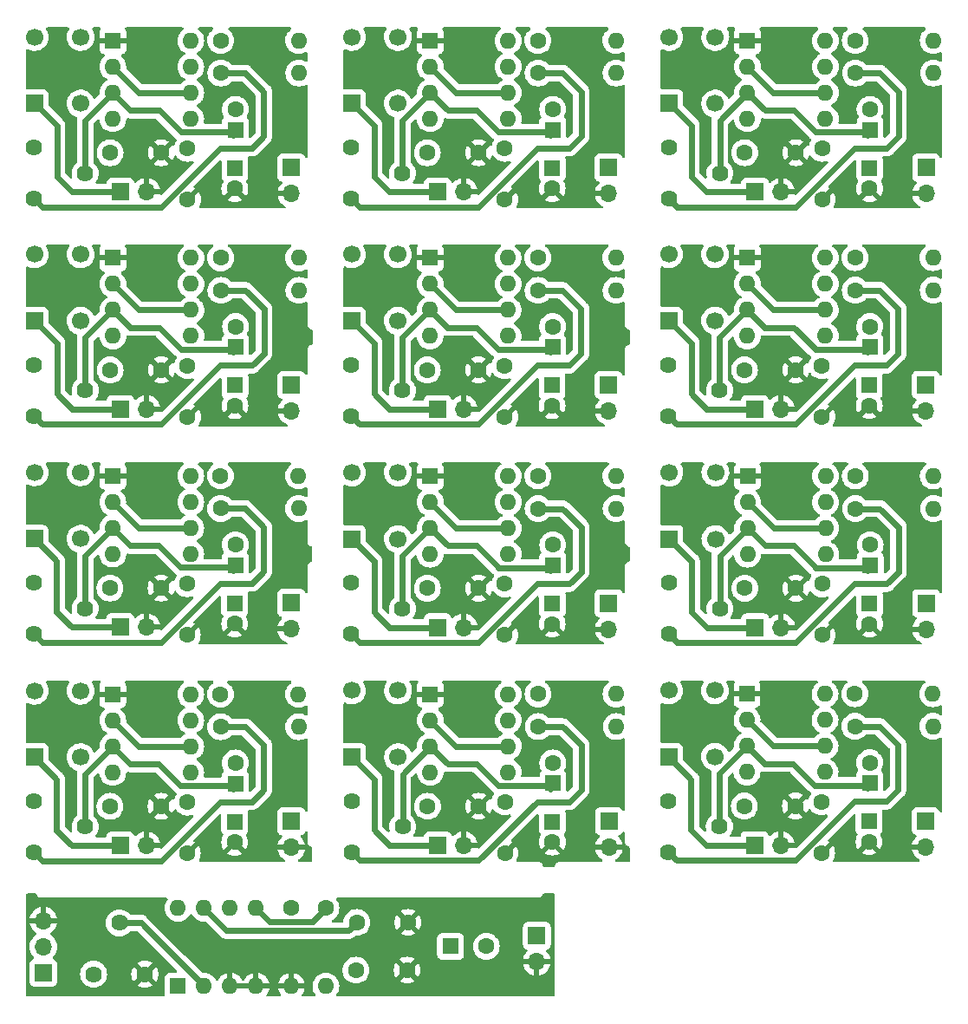
<source format=gbr>
%TF.GenerationSoftware,KiCad,Pcbnew,(6.0.5)*%
%TF.CreationDate,2023-08-07T19:05:30+01:00*%
%TF.ProjectId,SquareOscillator,53717561-7265-44f7-9363-696c6c61746f,rev?*%
%TF.SameCoordinates,Original*%
%TF.FileFunction,Copper,L2,Bot*%
%TF.FilePolarity,Positive*%
%FSLAX46Y46*%
G04 Gerber Fmt 4.6, Leading zero omitted, Abs format (unit mm)*
G04 Created by KiCad (PCBNEW (6.0.5)) date 2023-08-07 19:05:30*
%MOMM*%
%LPD*%
G01*
G04 APERTURE LIST*
%TA.AperFunction,ComponentPad*%
%ADD10C,1.600000*%
%TD*%
%TA.AperFunction,ComponentPad*%
%ADD11R,1.600000X1.600000*%
%TD*%
%TA.AperFunction,ComponentPad*%
%ADD12O,1.600000X1.600000*%
%TD*%
%TA.AperFunction,ComponentPad*%
%ADD13C,1.620000*%
%TD*%
%TA.AperFunction,ComponentPad*%
%ADD14C,1.700000*%
%TD*%
%TA.AperFunction,ComponentPad*%
%ADD15R,1.700000X1.700000*%
%TD*%
%TA.AperFunction,ComponentPad*%
%ADD16O,1.700000X1.700000*%
%TD*%
%TA.AperFunction,Conductor*%
%ADD17C,0.600000*%
%TD*%
G04 APERTURE END LIST*
D10*
%TO.P,C2,2*%
%TO.N,GND*%
X107910000Y-83774888D03*
D11*
%TO.P,C2,1*%
%TO.N,Net-(C2-Pad1)*%
X107910000Y-81774888D03*
%TD*%
D10*
%TO.P,C4,2*%
%TO.N,Net-(C4-Pad2)*%
X107970000Y-76045113D03*
D11*
%TO.P,C4,1*%
%TO.N,Net-(C4-Pad1)*%
X107970000Y-78045113D03*
%TD*%
D12*
%TO.P,R2,2*%
%TO.N,Net-(C2-Pad1)*%
X114140000Y-69320000D03*
D10*
%TO.P,R2,1*%
%TO.N,Net-(C1-Pad1)*%
X106520000Y-69320000D03*
%TD*%
D12*
%TO.P,U1,8,VCC*%
%TO.N,Net-(C1-Pad1)*%
X103610000Y-69340000D03*
%TO.P,U1,7,DISCH*%
%TO.N,unconnected-(U1-Pad7)*%
X103610000Y-71880000D03*
%TO.P,U1,6,THRES*%
%TO.N,Net-(C2-Pad1)*%
X103610000Y-74420000D03*
%TO.P,U1,5,CONT*%
%TO.N,Net-(C3-Pad1)*%
X103610000Y-76960000D03*
%TO.P,U1,4,RESET*%
%TO.N,Net-(C1-Pad1)*%
X95990000Y-76960000D03*
%TO.P,U1,3,OUT*%
%TO.N,Net-(C4-Pad1)*%
X95990000Y-74420000D03*
%TO.P,U1,2,TRIG*%
%TO.N,Net-(C2-Pad1)*%
X95990000Y-71880000D03*
D11*
%TO.P,U1,1,GND*%
%TO.N,GND*%
X95990000Y-69340000D03*
%TD*%
D13*
%TO.P,RV1,3,3*%
%TO.N,Net-(C4-Pad1)*%
X88290000Y-79770000D03*
%TO.P,RV1,2,2*%
X93290000Y-82270000D03*
%TO.P,RV1,1,1*%
%TO.N,Net-(R3-Pad1)*%
X88290000Y-84770000D03*
%TD*%
D12*
%TO.P,U1,8,VCC*%
%TO.N,Net-(C1-Pad1)*%
X103560000Y-90610000D03*
%TO.P,U1,7,DISCH*%
%TO.N,unconnected-(U1-Pad7)*%
X103560000Y-93150000D03*
%TO.P,U1,6,THRES*%
%TO.N,Net-(C2-Pad1)*%
X103560000Y-95690000D03*
%TO.P,U1,5,CONT*%
%TO.N,Net-(C3-Pad1)*%
X103560000Y-98230000D03*
%TO.P,U1,4,RESET*%
%TO.N,Net-(C1-Pad1)*%
X95940000Y-98230000D03*
%TO.P,U1,3,OUT*%
%TO.N,Net-(C4-Pad1)*%
X95940000Y-95690000D03*
%TO.P,U1,2,TRIG*%
%TO.N,Net-(C2-Pad1)*%
X95940000Y-93150000D03*
D11*
%TO.P,U1,1,GND*%
%TO.N,GND*%
X95940000Y-90610000D03*
%TD*%
D14*
%TO.P,SW1,2*%
%TO.N,unconnected-(SW1-Pad2)*%
X92850000Y-75480000D03*
X92850000Y-68980000D03*
D15*
%TO.P,SW1,1*%
%TO.N,Net-(J1-Pad1)*%
X88350000Y-75480000D03*
D14*
X88350000Y-68980000D03*
%TD*%
D10*
%TO.P,C3,2*%
%TO.N,GND*%
X103230000Y-106130000D03*
%TO.P,C3,1*%
%TO.N,Net-(C3-Pad1)*%
X103230000Y-101130000D03*
%TD*%
D12*
%TO.P,R3,2*%
%TO.N,Net-(C2-Pad1)*%
X114160000Y-72500000D03*
D10*
%TO.P,R3,1*%
%TO.N,Net-(R3-Pad1)*%
X106540000Y-72500000D03*
%TD*%
D16*
%TO.P,J1,2,Pin_2*%
%TO.N,GND*%
X99270000Y-84100000D03*
D15*
%TO.P,J1,1,Pin_1*%
%TO.N,Net-(J1-Pad1)*%
X96730000Y-84100000D03*
%TD*%
D16*
%TO.P,J2,2,Pin_2*%
%TO.N,GND*%
X113440000Y-84280000D03*
D15*
%TO.P,J2,1,Pin_1*%
%TO.N,Net-(C4-Pad2)*%
X113440000Y-81740000D03*
%TD*%
D10*
%TO.P,C3,2*%
%TO.N,GND*%
X103280000Y-84860000D03*
%TO.P,C3,1*%
%TO.N,Net-(C3-Pad1)*%
X103280000Y-79860000D03*
%TD*%
%TO.P,C1,2*%
%TO.N,GND*%
X100720000Y-80280000D03*
%TO.P,C1,1*%
%TO.N,Net-(C1-Pad1)*%
X95720000Y-80280000D03*
%TD*%
D16*
%TO.P,J2,2,Pin_2*%
%TO.N,GND*%
X113390000Y-105550000D03*
D15*
%TO.P,J2,1,Pin_1*%
%TO.N,Net-(C4-Pad2)*%
X113390000Y-103010000D03*
%TD*%
D10*
%TO.P,C2,2*%
%TO.N,GND*%
X107860000Y-105044888D03*
D11*
%TO.P,C2,1*%
%TO.N,Net-(C2-Pad1)*%
X107860000Y-103044888D03*
%TD*%
D16*
%TO.P,J1,2,Pin_2*%
%TO.N,GND*%
X99220000Y-105370000D03*
D15*
%TO.P,J1,1,Pin_1*%
%TO.N,Net-(J1-Pad1)*%
X96680000Y-105370000D03*
%TD*%
D10*
%TO.P,C1,2*%
%TO.N,GND*%
X100670000Y-101550000D03*
%TO.P,C1,1*%
%TO.N,Net-(C1-Pad1)*%
X95670000Y-101550000D03*
%TD*%
%TO.P,C4,2*%
%TO.N,Net-(C4-Pad2)*%
X107920000Y-97315113D03*
D11*
%TO.P,C4,1*%
%TO.N,Net-(C4-Pad1)*%
X107920000Y-99315113D03*
%TD*%
D12*
%TO.P,R2,2*%
%TO.N,Net-(C2-Pad1)*%
X114090000Y-90590000D03*
D10*
%TO.P,R2,1*%
%TO.N,Net-(C1-Pad1)*%
X106470000Y-90590000D03*
%TD*%
D12*
%TO.P,R3,2*%
%TO.N,Net-(C2-Pad1)*%
X114110000Y-93770000D03*
D10*
%TO.P,R3,1*%
%TO.N,Net-(R3-Pad1)*%
X106490000Y-93770000D03*
%TD*%
D14*
%TO.P,SW1,2*%
%TO.N,unconnected-(SW1-Pad2)*%
X92800000Y-96750000D03*
X92800000Y-90250000D03*
D15*
%TO.P,SW1,1*%
%TO.N,Net-(J1-Pad1)*%
X88300000Y-96750000D03*
D14*
X88300000Y-90250000D03*
%TD*%
D13*
%TO.P,RV1,3,3*%
%TO.N,Net-(C4-Pad1)*%
X88240000Y-101040000D03*
%TO.P,RV1,2,2*%
X93240000Y-103540000D03*
%TO.P,RV1,1,1*%
%TO.N,Net-(R3-Pad1)*%
X88240000Y-106040000D03*
%TD*%
D10*
%TO.P,R3,1*%
%TO.N,Net-(R3-Pad1)*%
X106530000Y-29970000D03*
D12*
%TO.P,R3,2*%
%TO.N,Net-(C2-Pad1)*%
X114150000Y-29970000D03*
%TD*%
D15*
%TO.P,J1,1,Pin_1*%
%TO.N,Net-(J1-Pad1)*%
X96720000Y-41570000D03*
D16*
%TO.P,J1,2,Pin_2*%
%TO.N,GND*%
X99260000Y-41570000D03*
%TD*%
D15*
%TO.P,J2,1,Pin_1*%
%TO.N,Net-(C4-Pad2)*%
X113430000Y-39210000D03*
D16*
%TO.P,J2,2,Pin_2*%
%TO.N,GND*%
X113430000Y-41750000D03*
%TD*%
D11*
%TO.P,C2,1*%
%TO.N,Net-(C2-Pad1)*%
X107900000Y-39244888D03*
D10*
%TO.P,C2,2*%
%TO.N,GND*%
X107900000Y-41244888D03*
%TD*%
D11*
%TO.P,C4,1*%
%TO.N,Net-(C4-Pad1)*%
X107960000Y-35515113D03*
D10*
%TO.P,C4,2*%
%TO.N,Net-(C4-Pad2)*%
X107960000Y-33515113D03*
%TD*%
%TO.P,R2,1*%
%TO.N,Net-(C1-Pad1)*%
X106510000Y-26790000D03*
D12*
%TO.P,R2,2*%
%TO.N,Net-(C2-Pad1)*%
X114130000Y-26790000D03*
%TD*%
D13*
%TO.P,RV1,1,1*%
%TO.N,Net-(R3-Pad1)*%
X88280000Y-42240000D03*
%TO.P,RV1,2,2*%
%TO.N,Net-(C4-Pad1)*%
X93280000Y-39740000D03*
%TO.P,RV1,3,3*%
X88280000Y-37240000D03*
%TD*%
D10*
%TO.P,C3,1*%
%TO.N,Net-(C3-Pad1)*%
X103250000Y-58540000D03*
%TO.P,C3,2*%
%TO.N,GND*%
X103250000Y-63540000D03*
%TD*%
D11*
%TO.P,U1,1,GND*%
%TO.N,GND*%
X95960000Y-48020000D03*
D12*
%TO.P,U1,2,TRIG*%
%TO.N,Net-(C2-Pad1)*%
X95960000Y-50560000D03*
%TO.P,U1,3,OUT*%
%TO.N,Net-(C4-Pad1)*%
X95960000Y-53100000D03*
%TO.P,U1,4,RESET*%
%TO.N,Net-(C1-Pad1)*%
X95960000Y-55640000D03*
%TO.P,U1,5,CONT*%
%TO.N,Net-(C3-Pad1)*%
X103580000Y-55640000D03*
%TO.P,U1,6,THRES*%
%TO.N,Net-(C2-Pad1)*%
X103580000Y-53100000D03*
%TO.P,U1,7,DISCH*%
%TO.N,unconnected-(U1-Pad7)*%
X103580000Y-50560000D03*
%TO.P,U1,8,VCC*%
%TO.N,Net-(C1-Pad1)*%
X103580000Y-48020000D03*
%TD*%
D14*
%TO.P,SW1,1*%
%TO.N,Net-(J1-Pad1)*%
X88340000Y-26450000D03*
D15*
X88340000Y-32950000D03*
D14*
%TO.P,SW1,2*%
%TO.N,unconnected-(SW1-Pad2)*%
X92840000Y-26450000D03*
X92840000Y-32950000D03*
%TD*%
D10*
%TO.P,C1,1*%
%TO.N,Net-(C1-Pad1)*%
X95710000Y-37750000D03*
%TO.P,C1,2*%
%TO.N,GND*%
X100710000Y-37750000D03*
%TD*%
%TO.P,C3,1*%
%TO.N,Net-(C3-Pad1)*%
X103270000Y-37330000D03*
%TO.P,C3,2*%
%TO.N,GND*%
X103270000Y-42330000D03*
%TD*%
D11*
%TO.P,U1,1,GND*%
%TO.N,GND*%
X95980000Y-26810000D03*
D12*
%TO.P,U1,2,TRIG*%
%TO.N,Net-(C2-Pad1)*%
X95980000Y-29350000D03*
%TO.P,U1,3,OUT*%
%TO.N,Net-(C4-Pad1)*%
X95980000Y-31890000D03*
%TO.P,U1,4,RESET*%
%TO.N,Net-(C1-Pad1)*%
X95980000Y-34430000D03*
%TO.P,U1,5,CONT*%
%TO.N,Net-(C3-Pad1)*%
X103600000Y-34430000D03*
%TO.P,U1,6,THRES*%
%TO.N,Net-(C2-Pad1)*%
X103600000Y-31890000D03*
%TO.P,U1,7,DISCH*%
%TO.N,unconnected-(U1-Pad7)*%
X103600000Y-29350000D03*
%TO.P,U1,8,VCC*%
%TO.N,Net-(C1-Pad1)*%
X103600000Y-26810000D03*
%TD*%
D10*
%TO.P,R3,1*%
%TO.N,Net-(R3-Pad1)*%
X106510000Y-51180000D03*
D12*
%TO.P,R3,2*%
%TO.N,Net-(C2-Pad1)*%
X114130000Y-51180000D03*
%TD*%
D15*
%TO.P,J2,1,Pin_1*%
%TO.N,Net-(C4-Pad2)*%
X113410000Y-60420000D03*
D16*
%TO.P,J2,2,Pin_2*%
%TO.N,GND*%
X113410000Y-62960000D03*
%TD*%
D15*
%TO.P,J1,1,Pin_1*%
%TO.N,Net-(J1-Pad1)*%
X96700000Y-62780000D03*
D16*
%TO.P,J1,2,Pin_2*%
%TO.N,GND*%
X99240000Y-62780000D03*
%TD*%
D11*
%TO.P,C4,1*%
%TO.N,Net-(C4-Pad1)*%
X107940000Y-56725113D03*
D10*
%TO.P,C4,2*%
%TO.N,Net-(C4-Pad2)*%
X107940000Y-54725113D03*
%TD*%
D14*
%TO.P,SW1,1*%
%TO.N,Net-(J1-Pad1)*%
X88320000Y-47660000D03*
D15*
X88320000Y-54160000D03*
D14*
%TO.P,SW1,2*%
%TO.N,unconnected-(SW1-Pad2)*%
X92820000Y-47660000D03*
X92820000Y-54160000D03*
%TD*%
D10*
%TO.P,R2,1*%
%TO.N,Net-(C1-Pad1)*%
X106490000Y-48000000D03*
D12*
%TO.P,R2,2*%
%TO.N,Net-(C2-Pad1)*%
X114110000Y-48000000D03*
%TD*%
D10*
%TO.P,C1,1*%
%TO.N,Net-(C1-Pad1)*%
X95690000Y-58960000D03*
%TO.P,C1,2*%
%TO.N,GND*%
X100690000Y-58960000D03*
%TD*%
D13*
%TO.P,RV1,1,1*%
%TO.N,Net-(R3-Pad1)*%
X88260000Y-63450000D03*
%TO.P,RV1,2,2*%
%TO.N,Net-(C4-Pad1)*%
X93260000Y-60950000D03*
%TO.P,RV1,3,3*%
X88260000Y-58450000D03*
%TD*%
D11*
%TO.P,C2,1*%
%TO.N,Net-(C2-Pad1)*%
X107880000Y-60454888D03*
D10*
%TO.P,C2,2*%
%TO.N,GND*%
X107880000Y-62454888D03*
%TD*%
D16*
%TO.P,J2,2,Pin_2*%
%TO.N,GND*%
X51420000Y-105580000D03*
D15*
%TO.P,J2,1,Pin_1*%
%TO.N,Net-(C4-Pad2)*%
X51420000Y-103040000D03*
%TD*%
D12*
%TO.P,R3,2*%
%TO.N,Net-(C2-Pad1)*%
X52140000Y-93800000D03*
D10*
%TO.P,R3,1*%
%TO.N,Net-(R3-Pad1)*%
X44520000Y-93800000D03*
%TD*%
%TO.P,C1,2*%
%TO.N,GND*%
X38700000Y-101580000D03*
%TO.P,C1,1*%
%TO.N,Net-(C1-Pad1)*%
X33700000Y-101580000D03*
%TD*%
D12*
%TO.P,U1,8,VCC*%
%TO.N,Net-(C1-Pad1)*%
X41590000Y-90640000D03*
%TO.P,U1,7,DISCH*%
%TO.N,unconnected-(U1-Pad7)*%
X41590000Y-93180000D03*
%TO.P,U1,6,THRES*%
%TO.N,Net-(C2-Pad1)*%
X41590000Y-95720000D03*
%TO.P,U1,5,CONT*%
%TO.N,Net-(C3-Pad1)*%
X41590000Y-98260000D03*
%TO.P,U1,4,RESET*%
%TO.N,Net-(C1-Pad1)*%
X33970000Y-98260000D03*
%TO.P,U1,3,OUT*%
%TO.N,Net-(C4-Pad1)*%
X33970000Y-95720000D03*
%TO.P,U1,2,TRIG*%
%TO.N,Net-(C2-Pad1)*%
X33970000Y-93180000D03*
D11*
%TO.P,U1,1,GND*%
%TO.N,GND*%
X33970000Y-90640000D03*
%TD*%
D13*
%TO.P,RV1,3,3*%
%TO.N,Net-(C4-Pad1)*%
X26270000Y-101070000D03*
%TO.P,RV1,2,2*%
X31270000Y-103570000D03*
%TO.P,RV1,1,1*%
%TO.N,Net-(R3-Pad1)*%
X26270000Y-106070000D03*
%TD*%
D14*
%TO.P,SW1,2*%
%TO.N,unconnected-(SW1-Pad2)*%
X30830000Y-96780000D03*
X30830000Y-90280000D03*
D15*
%TO.P,SW1,1*%
%TO.N,Net-(J1-Pad1)*%
X26330000Y-96780000D03*
D14*
X26330000Y-90280000D03*
%TD*%
D16*
%TO.P,J1,2,Pin_2*%
%TO.N,GND*%
X37250000Y-105400000D03*
D15*
%TO.P,J1,1,Pin_1*%
%TO.N,Net-(J1-Pad1)*%
X34710000Y-105400000D03*
%TD*%
D10*
%TO.P,C3,1*%
%TO.N,Net-(C3-Pad1)*%
X72280000Y-101150000D03*
%TO.P,C3,2*%
%TO.N,GND*%
X72280000Y-106150000D03*
%TD*%
D11*
%TO.P,U1,1,GND*%
%TO.N,GND*%
X64990000Y-90630000D03*
D12*
%TO.P,U1,2,TRIG*%
%TO.N,Net-(C2-Pad1)*%
X64990000Y-93170000D03*
%TO.P,U1,3,OUT*%
%TO.N,Net-(C4-Pad1)*%
X64990000Y-95710000D03*
%TO.P,U1,4,RESET*%
%TO.N,Net-(C1-Pad1)*%
X64990000Y-98250000D03*
%TO.P,U1,5,CONT*%
%TO.N,Net-(C3-Pad1)*%
X72610000Y-98250000D03*
%TO.P,U1,6,THRES*%
%TO.N,Net-(C2-Pad1)*%
X72610000Y-95710000D03*
%TO.P,U1,7,DISCH*%
%TO.N,unconnected-(U1-Pad7)*%
X72610000Y-93170000D03*
%TO.P,U1,8,VCC*%
%TO.N,Net-(C1-Pad1)*%
X72610000Y-90630000D03*
%TD*%
D10*
%TO.P,C4,2*%
%TO.N,Net-(C4-Pad2)*%
X45950000Y-97345113D03*
D11*
%TO.P,C4,1*%
%TO.N,Net-(C4-Pad1)*%
X45950000Y-99345113D03*
%TD*%
D12*
%TO.P,R2,2*%
%TO.N,Net-(C2-Pad1)*%
X52120000Y-90620000D03*
D10*
%TO.P,R2,1*%
%TO.N,Net-(C1-Pad1)*%
X44500000Y-90620000D03*
%TD*%
%TO.P,C2,2*%
%TO.N,GND*%
X45890000Y-105074888D03*
D11*
%TO.P,C2,1*%
%TO.N,Net-(C2-Pad1)*%
X45890000Y-103074888D03*
%TD*%
D10*
%TO.P,C3,2*%
%TO.N,GND*%
X41260000Y-106160000D03*
%TO.P,C3,1*%
%TO.N,Net-(C3-Pad1)*%
X41260000Y-101160000D03*
%TD*%
%TO.P,R3,1*%
%TO.N,Net-(R3-Pad1)*%
X75540000Y-93790000D03*
D12*
%TO.P,R3,2*%
%TO.N,Net-(C2-Pad1)*%
X83160000Y-93790000D03*
%TD*%
D15*
%TO.P,J2,1,Pin_1*%
%TO.N,Net-(C4-Pad2)*%
X82440000Y-103030000D03*
D16*
%TO.P,J2,2,Pin_2*%
%TO.N,GND*%
X82440000Y-105570000D03*
%TD*%
D15*
%TO.P,J1,1,Pin_1*%
%TO.N,Net-(J1-Pad1)*%
X65730000Y-105390000D03*
D16*
%TO.P,J1,2,Pin_2*%
%TO.N,GND*%
X68270000Y-105390000D03*
%TD*%
D11*
%TO.P,C4,1*%
%TO.N,Net-(C4-Pad1)*%
X76970000Y-99335113D03*
D10*
%TO.P,C4,2*%
%TO.N,Net-(C4-Pad2)*%
X76970000Y-97335113D03*
%TD*%
D14*
%TO.P,SW1,1*%
%TO.N,Net-(J1-Pad1)*%
X57350000Y-90270000D03*
D15*
X57350000Y-96770000D03*
D14*
%TO.P,SW1,2*%
%TO.N,unconnected-(SW1-Pad2)*%
X61850000Y-90270000D03*
X61850000Y-96770000D03*
%TD*%
D10*
%TO.P,R2,1*%
%TO.N,Net-(C1-Pad1)*%
X75520000Y-90610000D03*
D12*
%TO.P,R2,2*%
%TO.N,Net-(C2-Pad1)*%
X83140000Y-90610000D03*
%TD*%
D10*
%TO.P,C1,1*%
%TO.N,Net-(C1-Pad1)*%
X64720000Y-101570000D03*
%TO.P,C1,2*%
%TO.N,GND*%
X69720000Y-101570000D03*
%TD*%
D13*
%TO.P,RV1,1,1*%
%TO.N,Net-(R3-Pad1)*%
X57290000Y-106060000D03*
%TO.P,RV1,2,2*%
%TO.N,Net-(C4-Pad1)*%
X62290000Y-103560000D03*
%TO.P,RV1,3,3*%
X57290000Y-101060000D03*
%TD*%
D11*
%TO.P,C2,1*%
%TO.N,Net-(C2-Pad1)*%
X76910000Y-103064888D03*
D10*
%TO.P,C2,2*%
%TO.N,GND*%
X76910000Y-105064888D03*
%TD*%
D16*
%TO.P,J2,2,Pin_2*%
%TO.N,GND*%
X51420000Y-84260000D03*
D15*
%TO.P,J2,1,Pin_1*%
%TO.N,Net-(C4-Pad2)*%
X51420000Y-81720000D03*
%TD*%
D12*
%TO.P,R3,2*%
%TO.N,Net-(C2-Pad1)*%
X52140000Y-72480000D03*
D10*
%TO.P,R3,1*%
%TO.N,Net-(R3-Pad1)*%
X44520000Y-72480000D03*
%TD*%
%TO.P,C1,2*%
%TO.N,GND*%
X38700000Y-80260000D03*
%TO.P,C1,1*%
%TO.N,Net-(C1-Pad1)*%
X33700000Y-80260000D03*
%TD*%
D12*
%TO.P,U1,8,VCC*%
%TO.N,Net-(C1-Pad1)*%
X41590000Y-69320000D03*
%TO.P,U1,7,DISCH*%
%TO.N,unconnected-(U1-Pad7)*%
X41590000Y-71860000D03*
%TO.P,U1,6,THRES*%
%TO.N,Net-(C2-Pad1)*%
X41590000Y-74400000D03*
%TO.P,U1,5,CONT*%
%TO.N,Net-(C3-Pad1)*%
X41590000Y-76940000D03*
%TO.P,U1,4,RESET*%
%TO.N,Net-(C1-Pad1)*%
X33970000Y-76940000D03*
%TO.P,U1,3,OUT*%
%TO.N,Net-(C4-Pad1)*%
X33970000Y-74400000D03*
%TO.P,U1,2,TRIG*%
%TO.N,Net-(C2-Pad1)*%
X33970000Y-71860000D03*
D11*
%TO.P,U1,1,GND*%
%TO.N,GND*%
X33970000Y-69320000D03*
%TD*%
D13*
%TO.P,RV1,3,3*%
%TO.N,Net-(C4-Pad1)*%
X26270000Y-79750000D03*
%TO.P,RV1,2,2*%
X31270000Y-82250000D03*
%TO.P,RV1,1,1*%
%TO.N,Net-(R3-Pad1)*%
X26270000Y-84750000D03*
%TD*%
D14*
%TO.P,SW1,2*%
%TO.N,unconnected-(SW1-Pad2)*%
X30830000Y-75460000D03*
X30830000Y-68960000D03*
D15*
%TO.P,SW1,1*%
%TO.N,Net-(J1-Pad1)*%
X26330000Y-75460000D03*
D14*
X26330000Y-68960000D03*
%TD*%
D16*
%TO.P,J1,2,Pin_2*%
%TO.N,GND*%
X37250000Y-84080000D03*
D15*
%TO.P,J1,1,Pin_1*%
%TO.N,Net-(J1-Pad1)*%
X34710000Y-84080000D03*
%TD*%
D10*
%TO.P,C3,1*%
%TO.N,Net-(C3-Pad1)*%
X72270000Y-79860000D03*
%TO.P,C3,2*%
%TO.N,GND*%
X72270000Y-84860000D03*
%TD*%
D11*
%TO.P,U1,1,GND*%
%TO.N,GND*%
X64980000Y-69340000D03*
D12*
%TO.P,U1,2,TRIG*%
%TO.N,Net-(C2-Pad1)*%
X64980000Y-71880000D03*
%TO.P,U1,3,OUT*%
%TO.N,Net-(C4-Pad1)*%
X64980000Y-74420000D03*
%TO.P,U1,4,RESET*%
%TO.N,Net-(C1-Pad1)*%
X64980000Y-76960000D03*
%TO.P,U1,5,CONT*%
%TO.N,Net-(C3-Pad1)*%
X72600000Y-76960000D03*
%TO.P,U1,6,THRES*%
%TO.N,Net-(C2-Pad1)*%
X72600000Y-74420000D03*
%TO.P,U1,7,DISCH*%
%TO.N,unconnected-(U1-Pad7)*%
X72600000Y-71880000D03*
%TO.P,U1,8,VCC*%
%TO.N,Net-(C1-Pad1)*%
X72600000Y-69340000D03*
%TD*%
D10*
%TO.P,C4,2*%
%TO.N,Net-(C4-Pad2)*%
X45950000Y-76025113D03*
D11*
%TO.P,C4,1*%
%TO.N,Net-(C4-Pad1)*%
X45950000Y-78025113D03*
%TD*%
D12*
%TO.P,R2,2*%
%TO.N,Net-(C2-Pad1)*%
X52120000Y-69300000D03*
D10*
%TO.P,R2,1*%
%TO.N,Net-(C1-Pad1)*%
X44500000Y-69300000D03*
%TD*%
%TO.P,C2,2*%
%TO.N,GND*%
X45890000Y-83754888D03*
D11*
%TO.P,C2,1*%
%TO.N,Net-(C2-Pad1)*%
X45890000Y-81754888D03*
%TD*%
D10*
%TO.P,C3,2*%
%TO.N,GND*%
X41260000Y-84840000D03*
%TO.P,C3,1*%
%TO.N,Net-(C3-Pad1)*%
X41260000Y-79840000D03*
%TD*%
%TO.P,R3,1*%
%TO.N,Net-(R3-Pad1)*%
X75530000Y-72500000D03*
D12*
%TO.P,R3,2*%
%TO.N,Net-(C2-Pad1)*%
X83150000Y-72500000D03*
%TD*%
D15*
%TO.P,J2,1,Pin_1*%
%TO.N,Net-(C4-Pad2)*%
X82430000Y-81740000D03*
D16*
%TO.P,J2,2,Pin_2*%
%TO.N,GND*%
X82430000Y-84280000D03*
%TD*%
D15*
%TO.P,J1,1,Pin_1*%
%TO.N,Net-(J1-Pad1)*%
X65720000Y-84100000D03*
D16*
%TO.P,J1,2,Pin_2*%
%TO.N,GND*%
X68260000Y-84100000D03*
%TD*%
D11*
%TO.P,C4,1*%
%TO.N,Net-(C4-Pad1)*%
X76960000Y-78045113D03*
D10*
%TO.P,C4,2*%
%TO.N,Net-(C4-Pad2)*%
X76960000Y-76045113D03*
%TD*%
D14*
%TO.P,SW1,1*%
%TO.N,Net-(J1-Pad1)*%
X57340000Y-68980000D03*
D15*
X57340000Y-75480000D03*
D14*
%TO.P,SW1,2*%
%TO.N,unconnected-(SW1-Pad2)*%
X61840000Y-68980000D03*
X61840000Y-75480000D03*
%TD*%
D10*
%TO.P,R2,1*%
%TO.N,Net-(C1-Pad1)*%
X75510000Y-69320000D03*
D12*
%TO.P,R2,2*%
%TO.N,Net-(C2-Pad1)*%
X83130000Y-69320000D03*
%TD*%
D10*
%TO.P,C1,1*%
%TO.N,Net-(C1-Pad1)*%
X64710000Y-80280000D03*
%TO.P,C1,2*%
%TO.N,GND*%
X69710000Y-80280000D03*
%TD*%
D13*
%TO.P,RV1,1,1*%
%TO.N,Net-(R3-Pad1)*%
X57280000Y-84770000D03*
%TO.P,RV1,2,2*%
%TO.N,Net-(C4-Pad1)*%
X62280000Y-82270000D03*
%TO.P,RV1,3,3*%
X57280000Y-79770000D03*
%TD*%
D11*
%TO.P,C2,1*%
%TO.N,Net-(C2-Pad1)*%
X76900000Y-81774888D03*
D10*
%TO.P,C2,2*%
%TO.N,GND*%
X76900000Y-83774888D03*
%TD*%
D12*
%TO.P,R3,2*%
%TO.N,Net-(C2-Pad1)*%
X83140000Y-51190000D03*
D10*
%TO.P,R3,1*%
%TO.N,Net-(R3-Pad1)*%
X75520000Y-51190000D03*
%TD*%
D16*
%TO.P,J1,2,Pin_2*%
%TO.N,GND*%
X68250000Y-62790000D03*
D15*
%TO.P,J1,1,Pin_1*%
%TO.N,Net-(J1-Pad1)*%
X65710000Y-62790000D03*
%TD*%
D16*
%TO.P,J2,2,Pin_2*%
%TO.N,GND*%
X82420000Y-62970000D03*
D15*
%TO.P,J2,1,Pin_1*%
%TO.N,Net-(C4-Pad2)*%
X82420000Y-60430000D03*
%TD*%
D10*
%TO.P,C2,2*%
%TO.N,GND*%
X76890000Y-62464888D03*
D11*
%TO.P,C2,1*%
%TO.N,Net-(C2-Pad1)*%
X76890000Y-60464888D03*
%TD*%
D10*
%TO.P,C4,2*%
%TO.N,Net-(C4-Pad2)*%
X76950000Y-54735113D03*
D11*
%TO.P,C4,1*%
%TO.N,Net-(C4-Pad1)*%
X76950000Y-56735113D03*
%TD*%
D12*
%TO.P,R2,2*%
%TO.N,Net-(C2-Pad1)*%
X83120000Y-48010000D03*
D10*
%TO.P,R2,1*%
%TO.N,Net-(C1-Pad1)*%
X75500000Y-48010000D03*
%TD*%
D13*
%TO.P,RV1,3,3*%
%TO.N,Net-(C4-Pad1)*%
X57270000Y-58460000D03*
%TO.P,RV1,2,2*%
X62270000Y-60960000D03*
%TO.P,RV1,1,1*%
%TO.N,Net-(R3-Pad1)*%
X57270000Y-63460000D03*
%TD*%
D14*
%TO.P,SW1,2*%
%TO.N,unconnected-(SW1-Pad2)*%
X61830000Y-54170000D03*
X61830000Y-47670000D03*
D15*
%TO.P,SW1,1*%
%TO.N,Net-(J1-Pad1)*%
X57330000Y-54170000D03*
D14*
X57330000Y-47670000D03*
%TD*%
D10*
%TO.P,C1,2*%
%TO.N,GND*%
X69700000Y-58970000D03*
%TO.P,C1,1*%
%TO.N,Net-(C1-Pad1)*%
X64700000Y-58970000D03*
%TD*%
%TO.P,C3,2*%
%TO.N,GND*%
X72260000Y-63550000D03*
%TO.P,C3,1*%
%TO.N,Net-(C3-Pad1)*%
X72260000Y-58550000D03*
%TD*%
D12*
%TO.P,U1,8,VCC*%
%TO.N,Net-(C1-Pad1)*%
X72590000Y-48030000D03*
%TO.P,U1,7,DISCH*%
%TO.N,unconnected-(U1-Pad7)*%
X72590000Y-50570000D03*
%TO.P,U1,6,THRES*%
%TO.N,Net-(C2-Pad1)*%
X72590000Y-53110000D03*
%TO.P,U1,5,CONT*%
%TO.N,Net-(C3-Pad1)*%
X72590000Y-55650000D03*
%TO.P,U1,4,RESET*%
%TO.N,Net-(C1-Pad1)*%
X64970000Y-55650000D03*
%TO.P,U1,3,OUT*%
%TO.N,Net-(C4-Pad1)*%
X64970000Y-53110000D03*
%TO.P,U1,2,TRIG*%
%TO.N,Net-(C2-Pad1)*%
X64970000Y-50570000D03*
D11*
%TO.P,U1,1,GND*%
%TO.N,GND*%
X64970000Y-48030000D03*
%TD*%
D10*
%TO.P,R3,1*%
%TO.N,Net-(R3-Pad1)*%
X44537785Y-51190000D03*
D12*
%TO.P,R3,2*%
%TO.N,Net-(C2-Pad1)*%
X52157785Y-51190000D03*
%TD*%
D15*
%TO.P,J2,1,Pin_1*%
%TO.N,Net-(C4-Pad2)*%
X51437785Y-60430000D03*
D16*
%TO.P,J2,2,Pin_2*%
%TO.N,GND*%
X51437785Y-62970000D03*
%TD*%
D10*
%TO.P,C1,1*%
%TO.N,Net-(C1-Pad1)*%
X33717785Y-58970000D03*
%TO.P,C1,2*%
%TO.N,GND*%
X38717785Y-58970000D03*
%TD*%
D11*
%TO.P,C2,1*%
%TO.N,Net-(C2-Pad1)*%
X45907785Y-60464888D03*
D10*
%TO.P,C2,2*%
%TO.N,GND*%
X45907785Y-62464888D03*
%TD*%
D11*
%TO.P,C4,1*%
%TO.N,Net-(C4-Pad1)*%
X45967785Y-56735113D03*
D10*
%TO.P,C4,2*%
%TO.N,Net-(C4-Pad2)*%
X45967785Y-54735113D03*
%TD*%
%TO.P,R2,1*%
%TO.N,Net-(C1-Pad1)*%
X44517785Y-48010000D03*
D12*
%TO.P,R2,2*%
%TO.N,Net-(C2-Pad1)*%
X52137785Y-48010000D03*
%TD*%
D11*
%TO.P,U1,1,GND*%
%TO.N,GND*%
X33987785Y-48030000D03*
D12*
%TO.P,U1,2,TRIG*%
%TO.N,Net-(C2-Pad1)*%
X33987785Y-50570000D03*
%TO.P,U1,3,OUT*%
%TO.N,Net-(C4-Pad1)*%
X33987785Y-53110000D03*
%TO.P,U1,4,RESET*%
%TO.N,Net-(C1-Pad1)*%
X33987785Y-55650000D03*
%TO.P,U1,5,CONT*%
%TO.N,Net-(C3-Pad1)*%
X41607785Y-55650000D03*
%TO.P,U1,6,THRES*%
%TO.N,Net-(C2-Pad1)*%
X41607785Y-53110000D03*
%TO.P,U1,7,DISCH*%
%TO.N,unconnected-(U1-Pad7)*%
X41607785Y-50570000D03*
%TO.P,U1,8,VCC*%
%TO.N,Net-(C1-Pad1)*%
X41607785Y-48030000D03*
%TD*%
D13*
%TO.P,RV1,1,1*%
%TO.N,Net-(R3-Pad1)*%
X26287785Y-63460000D03*
%TO.P,RV1,2,2*%
%TO.N,Net-(C4-Pad1)*%
X31287785Y-60960000D03*
%TO.P,RV1,3,3*%
X26287785Y-58460000D03*
%TD*%
D15*
%TO.P,J1,1,Pin_1*%
%TO.N,Net-(J1-Pad1)*%
X34727785Y-62790000D03*
D16*
%TO.P,J1,2,Pin_2*%
%TO.N,GND*%
X37267785Y-62790000D03*
%TD*%
D10*
%TO.P,C3,1*%
%TO.N,Net-(C3-Pad1)*%
X41277785Y-58550000D03*
%TO.P,C3,2*%
%TO.N,GND*%
X41277785Y-63550000D03*
%TD*%
D14*
%TO.P,SW1,1*%
%TO.N,Net-(J1-Pad1)*%
X26347785Y-47670000D03*
D15*
X26347785Y-54170000D03*
D14*
%TO.P,SW1,2*%
%TO.N,unconnected-(SW1-Pad2)*%
X30847785Y-47670000D03*
X30847785Y-54170000D03*
%TD*%
D10*
%TO.P,R3,1*%
%TO.N,Net-(R3-Pad1)*%
X75530000Y-29970000D03*
D12*
%TO.P,R3,2*%
%TO.N,Net-(C2-Pad1)*%
X83150000Y-29970000D03*
%TD*%
D15*
%TO.P,J2,1,Pin_1*%
%TO.N,Net-(C4-Pad2)*%
X82430000Y-39210000D03*
D16*
%TO.P,J2,2,Pin_2*%
%TO.N,GND*%
X82430000Y-41750000D03*
%TD*%
D10*
%TO.P,C1,1*%
%TO.N,Net-(C1-Pad1)*%
X64710000Y-37750000D03*
%TO.P,C1,2*%
%TO.N,GND*%
X69710000Y-37750000D03*
%TD*%
D11*
%TO.P,C2,1*%
%TO.N,Net-(C2-Pad1)*%
X76900000Y-39244888D03*
D10*
%TO.P,C2,2*%
%TO.N,GND*%
X76900000Y-41244888D03*
%TD*%
D11*
%TO.P,C4,1*%
%TO.N,Net-(C4-Pad1)*%
X76960000Y-35515113D03*
D10*
%TO.P,C4,2*%
%TO.N,Net-(C4-Pad2)*%
X76960000Y-33515113D03*
%TD*%
%TO.P,R2,1*%
%TO.N,Net-(C1-Pad1)*%
X75510000Y-26790000D03*
D12*
%TO.P,R2,2*%
%TO.N,Net-(C2-Pad1)*%
X83130000Y-26790000D03*
%TD*%
D11*
%TO.P,U1,1,GND*%
%TO.N,GND*%
X64980000Y-26810000D03*
D12*
%TO.P,U1,2,TRIG*%
%TO.N,Net-(C2-Pad1)*%
X64980000Y-29350000D03*
%TO.P,U1,3,OUT*%
%TO.N,Net-(C4-Pad1)*%
X64980000Y-31890000D03*
%TO.P,U1,4,RESET*%
%TO.N,Net-(C1-Pad1)*%
X64980000Y-34430000D03*
%TO.P,U1,5,CONT*%
%TO.N,Net-(C3-Pad1)*%
X72600000Y-34430000D03*
%TO.P,U1,6,THRES*%
%TO.N,Net-(C2-Pad1)*%
X72600000Y-31890000D03*
%TO.P,U1,7,DISCH*%
%TO.N,unconnected-(U1-Pad7)*%
X72600000Y-29350000D03*
%TO.P,U1,8,VCC*%
%TO.N,Net-(C1-Pad1)*%
X72600000Y-26810000D03*
%TD*%
D13*
%TO.P,RV1,1,1*%
%TO.N,Net-(R3-Pad1)*%
X57280000Y-42240000D03*
%TO.P,RV1,2,2*%
%TO.N,Net-(C4-Pad1)*%
X62280000Y-39740000D03*
%TO.P,RV1,3,3*%
X57280000Y-37240000D03*
%TD*%
D15*
%TO.P,J1,1,Pin_1*%
%TO.N,Net-(J1-Pad1)*%
X65720000Y-41570000D03*
D16*
%TO.P,J1,2,Pin_2*%
%TO.N,GND*%
X68260000Y-41570000D03*
%TD*%
D10*
%TO.P,C3,1*%
%TO.N,Net-(C3-Pad1)*%
X72270000Y-37330000D03*
%TO.P,C3,2*%
%TO.N,GND*%
X72270000Y-42330000D03*
%TD*%
D14*
%TO.P,SW1,1*%
%TO.N,Net-(J1-Pad1)*%
X57340000Y-26450000D03*
D15*
X57340000Y-32950000D03*
D14*
%TO.P,SW1,2*%
%TO.N,unconnected-(SW1-Pad2)*%
X61840000Y-26450000D03*
X61840000Y-32950000D03*
%TD*%
D12*
%TO.P,R1,2*%
%TO.N,GND*%
X51425000Y-119135000D03*
D10*
%TO.P,R1,1*%
%TO.N,Net-(R1-Pad1)*%
X51425000Y-111515000D03*
%TD*%
D12*
%TO.P,R4,2*%
%TO.N,Net-(C6-Pad1)*%
X54795000Y-119135000D03*
D10*
%TO.P,R4,1*%
%TO.N,Net-(C7-Pad1)*%
X54795000Y-111515000D03*
%TD*%
D12*
%TO.P,U2,8,GAIN*%
%TO.N,unconnected-(U2-Pad8)*%
X40355000Y-111515000D03*
%TO.P,U2,7,BYPASS*%
%TO.N,Net-(C5-Pad2)*%
X42895000Y-111515000D03*
%TO.P,U2,6,V+*%
%TO.N,Net-(J3-Pad2)*%
X45435000Y-111515000D03*
%TO.P,U2,5*%
%TO.N,Net-(C7-Pad1)*%
X47975000Y-111515000D03*
%TO.P,U2,4,GND*%
%TO.N,GND*%
X47975000Y-119135000D03*
%TO.P,U2,3,+*%
X45435000Y-119135000D03*
%TO.P,U2,2,-*%
%TO.N,Net-(R1-Pad1)*%
X42895000Y-119135000D03*
D11*
%TO.P,U2,1,GAIN*%
%TO.N,unconnected-(U2-Pad1)*%
X40355000Y-119135000D03*
%TD*%
D13*
%TO.P,RV2,3,3*%
%TO.N,Net-(RV2-Pad3)*%
X32105000Y-117965000D03*
%TO.P,RV2,2,2*%
%TO.N,Net-(R1-Pad1)*%
X34605000Y-112965000D03*
%TO.P,RV2,1,1*%
%TO.N,GND*%
X37105000Y-117965000D03*
%TD*%
D16*
%TO.P,LS1,2,2*%
%TO.N,GND*%
X75405000Y-116750000D03*
D15*
%TO.P,LS1,1,1*%
%TO.N,Net-(C7-Pad2)*%
X75405000Y-114210000D03*
%TD*%
D16*
%TO.P,J3,3,Pin_3*%
%TO.N,GND*%
X27195000Y-112750000D03*
%TO.P,J3,2,Pin_2*%
%TO.N,Net-(J3-Pad2)*%
X27195000Y-115290000D03*
D15*
%TO.P,J3,1,Pin_1*%
%TO.N,Net-(RV2-Pad3)*%
X27195000Y-117830000D03*
%TD*%
D10*
%TO.P,C7,2*%
%TO.N,Net-(C7-Pad2)*%
X70472349Y-115255000D03*
D11*
%TO.P,C7,1*%
%TO.N,Net-(C7-Pad1)*%
X66972349Y-115255000D03*
%TD*%
D10*
%TO.P,C6,2*%
%TO.N,GND*%
X62735000Y-117575000D03*
%TO.P,C6,1*%
%TO.N,Net-(C6-Pad1)*%
X57735000Y-117575000D03*
%TD*%
%TO.P,C5,2*%
%TO.N,Net-(C5-Pad2)*%
X57815000Y-112915000D03*
%TO.P,C5,1*%
%TO.N,GND*%
X62815000Y-112915000D03*
%TD*%
D14*
%TO.P,SW1,1*%
%TO.N,Net-(J1-Pad1)*%
X26340000Y-26450000D03*
D15*
X26340000Y-32950000D03*
D14*
%TO.P,SW1,2*%
%TO.N,unconnected-(SW1-Pad2)*%
X30840000Y-26450000D03*
X30840000Y-32950000D03*
%TD*%
D11*
%TO.P,U1,1,GND*%
%TO.N,GND*%
X33980000Y-26810000D03*
D12*
%TO.P,U1,2,TRIG*%
%TO.N,Net-(C2-Pad1)*%
X33980000Y-29350000D03*
%TO.P,U1,3,OUT*%
%TO.N,Net-(C4-Pad1)*%
X33980000Y-31890000D03*
%TO.P,U1,4,RESET*%
%TO.N,Net-(C1-Pad1)*%
X33980000Y-34430000D03*
%TO.P,U1,5,CONT*%
%TO.N,Net-(C3-Pad1)*%
X41600000Y-34430000D03*
%TO.P,U1,6,THRES*%
%TO.N,Net-(C2-Pad1)*%
X41600000Y-31890000D03*
%TO.P,U1,7,DISCH*%
%TO.N,unconnected-(U1-Pad7)*%
X41600000Y-29350000D03*
%TO.P,U1,8,VCC*%
%TO.N,Net-(C1-Pad1)*%
X41600000Y-26810000D03*
%TD*%
D11*
%TO.P,C4,1*%
%TO.N,Net-(C4-Pad1)*%
X45960000Y-35515113D03*
D10*
%TO.P,C4,2*%
%TO.N,Net-(C4-Pad2)*%
X45960000Y-33515113D03*
%TD*%
D15*
%TO.P,J1,1,Pin_1*%
%TO.N,Net-(J1-Pad1)*%
X34720000Y-41570000D03*
D16*
%TO.P,J1,2,Pin_2*%
%TO.N,GND*%
X37260000Y-41570000D03*
%TD*%
D13*
%TO.P,RV1,1,1*%
%TO.N,Net-(R3-Pad1)*%
X26280000Y-42240000D03*
%TO.P,RV1,2,2*%
%TO.N,Net-(C4-Pad1)*%
X31280000Y-39740000D03*
%TO.P,RV1,3,3*%
X26280000Y-37240000D03*
%TD*%
D11*
%TO.P,C2,1*%
%TO.N,Net-(C2-Pad1)*%
X45900000Y-39244888D03*
D10*
%TO.P,C2,2*%
%TO.N,GND*%
X45900000Y-41244888D03*
%TD*%
%TO.P,R2,1*%
%TO.N,Net-(C1-Pad1)*%
X44510000Y-26790000D03*
D12*
%TO.P,R2,2*%
%TO.N,Net-(C2-Pad1)*%
X52130000Y-26790000D03*
%TD*%
D10*
%TO.P,C3,1*%
%TO.N,Net-(C3-Pad1)*%
X41270000Y-37330000D03*
%TO.P,C3,2*%
%TO.N,GND*%
X41270000Y-42330000D03*
%TD*%
%TO.P,R3,1*%
%TO.N,Net-(R3-Pad1)*%
X44530000Y-29970000D03*
D12*
%TO.P,R3,2*%
%TO.N,Net-(C2-Pad1)*%
X52150000Y-29970000D03*
%TD*%
D10*
%TO.P,C1,1*%
%TO.N,Net-(C1-Pad1)*%
X33710000Y-37750000D03*
%TO.P,C1,2*%
%TO.N,GND*%
X38710000Y-37750000D03*
%TD*%
D15*
%TO.P,J2,1,Pin_1*%
%TO.N,Net-(C4-Pad2)*%
X51430000Y-39210000D03*
D16*
%TO.P,J2,2,Pin_2*%
%TO.N,GND*%
X51430000Y-41750000D03*
%TD*%
D17*
%TO.N,Net-(R3-Pad1)*%
X109590000Y-79830000D02*
X106472214Y-79830000D01*
%TO.N,Net-(C4-Pad1)*%
X102620000Y-78240000D02*
X102639511Y-78259511D01*
%TO.N,Net-(J1-Pad1)*%
X96730000Y-84100000D02*
X92010000Y-84100000D01*
%TO.N,Net-(C4-Pad1)*%
X100510000Y-76130000D02*
X97700000Y-76130000D01*
X102639511Y-78259511D02*
X107755602Y-78259511D01*
X93290000Y-77120000D02*
X93290000Y-82270000D01*
X102620000Y-78240000D02*
X100510000Y-76130000D01*
X95990000Y-74420000D02*
X93290000Y-77120000D01*
%TO.N,Net-(R3-Pad1)*%
X110740000Y-74310000D02*
X110740000Y-78680000D01*
%TO.N,Net-(C2-Pad1)*%
X98530000Y-74420000D02*
X95990000Y-71880000D01*
X103610000Y-74420000D02*
X98530000Y-74420000D01*
%TO.N,Net-(C4-Pad1)*%
X107755602Y-78259511D02*
X107970000Y-78045113D01*
%TO.N,Net-(R3-Pad1)*%
X108930000Y-72500000D02*
X110740000Y-74310000D01*
%TO.N,Net-(J1-Pad1)*%
X90520965Y-82610965D02*
X90520965Y-77649035D01*
%TO.N,Net-(R3-Pad1)*%
X110740000Y-78680000D02*
X109590000Y-79830000D01*
%TO.N,Net-(C4-Pad1)*%
X108290000Y-78005113D02*
X107734624Y-78560489D01*
%TO.N,Net-(R3-Pad1)*%
X106540000Y-72500000D02*
X108930000Y-72500000D01*
%TO.N,Net-(J1-Pad1)*%
X92010000Y-84100000D02*
X90520965Y-82610965D01*
X88350000Y-75480000D02*
X88351929Y-75480000D01*
%TO.N,Net-(R3-Pad1)*%
X106472214Y-79830000D02*
X100722215Y-85579999D01*
%TO.N,Net-(C4-Pad1)*%
X97700000Y-76130000D02*
X95990000Y-74420000D01*
%TO.N,Net-(R3-Pad1)*%
X100722215Y-85579999D02*
X89099999Y-85579999D01*
%TO.N,Net-(J1-Pad1)*%
X88351929Y-75480000D02*
X90520965Y-77649035D01*
%TO.N,Net-(C4-Pad1)*%
X102589511Y-99529511D02*
X107705602Y-99529511D01*
%TO.N,Net-(C2-Pad1)*%
X103560000Y-95690000D02*
X98480000Y-95690000D01*
%TO.N,Net-(R3-Pad1)*%
X108880000Y-93770000D02*
X110690000Y-95580000D01*
X106490000Y-93770000D02*
X108880000Y-93770000D01*
%TO.N,Net-(J1-Pad1)*%
X91960000Y-105370000D02*
X90470965Y-103880965D01*
%TO.N,Net-(C4-Pad1)*%
X100460000Y-97400000D02*
X97650000Y-97400000D01*
X95940000Y-95690000D02*
X93240000Y-98390000D01*
%TO.N,Net-(R3-Pad1)*%
X100672215Y-106849999D02*
X89049999Y-106849999D01*
X109540000Y-101100000D02*
X106422214Y-101100000D01*
X106422214Y-101100000D02*
X100672215Y-106849999D01*
%TO.N,Net-(C4-Pad1)*%
X102570000Y-99510000D02*
X100460000Y-97400000D01*
X97650000Y-97400000D02*
X95940000Y-95690000D01*
%TO.N,Net-(J1-Pad1)*%
X90470965Y-103880965D02*
X90470965Y-98919035D01*
%TO.N,Net-(C4-Pad1)*%
X102570000Y-99510000D02*
X102589511Y-99529511D01*
X107705602Y-99529511D02*
X107920000Y-99315113D01*
X108240000Y-99275113D02*
X107684624Y-99830489D01*
%TO.N,Net-(R3-Pad1)*%
X89099999Y-85579999D02*
X88290000Y-84770000D01*
%TO.N,Net-(C2-Pad1)*%
X98480000Y-95690000D02*
X95940000Y-93150000D01*
%TO.N,Net-(J1-Pad1)*%
X88300000Y-96750000D02*
X88301929Y-96750000D01*
X88301929Y-96750000D02*
X90470965Y-98919035D01*
%TO.N,Net-(R3-Pad1)*%
X110690000Y-99950000D02*
X109540000Y-101100000D01*
%TO.N,Net-(J1-Pad1)*%
X96680000Y-105370000D02*
X91960000Y-105370000D01*
%TO.N,Net-(C4-Pad1)*%
X93240000Y-98390000D02*
X93240000Y-103540000D01*
%TO.N,Net-(R3-Pad1)*%
X110690000Y-95580000D02*
X110690000Y-99950000D01*
X89049999Y-106849999D02*
X88240000Y-106040000D01*
%TO.N,Net-(C4-Pad1)*%
X108280000Y-35475113D02*
X107724624Y-36030489D01*
%TO.N,Net-(R3-Pad1)*%
X109580000Y-37300000D02*
X106462214Y-37300000D01*
%TO.N,Net-(C2-Pad1)*%
X98520000Y-31890000D02*
X95980000Y-29350000D01*
%TO.N,Net-(C4-Pad1)*%
X102610000Y-35710000D02*
X100500000Y-33600000D01*
%TO.N,Net-(C2-Pad1)*%
X103600000Y-31890000D02*
X98520000Y-31890000D01*
%TO.N,Net-(J1-Pad1)*%
X90510965Y-40080965D02*
X90510965Y-35119035D01*
%TO.N,Net-(R3-Pad1)*%
X110730000Y-31780000D02*
X110730000Y-36150000D01*
%TO.N,Net-(C4-Pad1)*%
X107745602Y-35729511D02*
X107960000Y-35515113D01*
X102610000Y-35710000D02*
X102629511Y-35729511D01*
X102629511Y-35729511D02*
X107745602Y-35729511D01*
%TO.N,Net-(J1-Pad1)*%
X92000000Y-41570000D02*
X90510965Y-40080965D01*
X88340000Y-32950000D02*
X88341929Y-32950000D01*
%TO.N,Net-(C4-Pad1)*%
X100500000Y-33600000D02*
X97690000Y-33600000D01*
%TO.N,Net-(R3-Pad1)*%
X106530000Y-29970000D02*
X108920000Y-29970000D01*
X100712215Y-43049999D02*
X89089999Y-43049999D01*
%TO.N,Net-(C4-Pad1)*%
X97690000Y-33600000D02*
X95980000Y-31890000D01*
%TO.N,Net-(J1-Pad1)*%
X96720000Y-41570000D02*
X92000000Y-41570000D01*
X88341929Y-32950000D02*
X90510965Y-35119035D01*
%TO.N,Net-(C4-Pad1)*%
X95980000Y-31890000D02*
X93280000Y-34590000D01*
%TO.N,Net-(R3-Pad1)*%
X110730000Y-36150000D02*
X109580000Y-37300000D01*
X106462214Y-37300000D02*
X100712215Y-43049999D01*
X108920000Y-29970000D02*
X110730000Y-31780000D01*
%TO.N,Net-(C4-Pad1)*%
X93280000Y-34590000D02*
X93280000Y-39740000D01*
%TO.N,Net-(R3-Pad1)*%
X89089999Y-43049999D02*
X88280000Y-42240000D01*
%TO.N,Net-(C4-Pad1)*%
X102590000Y-56920000D02*
X100480000Y-54810000D01*
%TO.N,Net-(C2-Pad1)*%
X98500000Y-53100000D02*
X95960000Y-50560000D01*
%TO.N,Net-(C4-Pad1)*%
X97670000Y-54810000D02*
X95960000Y-53100000D01*
%TO.N,Net-(C2-Pad1)*%
X103580000Y-53100000D02*
X98500000Y-53100000D01*
%TO.N,Net-(R3-Pad1)*%
X108900000Y-51180000D02*
X110710000Y-52990000D01*
X106510000Y-51180000D02*
X108900000Y-51180000D01*
X106442214Y-58510000D02*
X100692215Y-64259999D01*
%TO.N,Net-(C4-Pad1)*%
X93260000Y-55800000D02*
X93260000Y-60950000D01*
%TO.N,Net-(J1-Pad1)*%
X90490965Y-61290965D02*
X90490965Y-56329035D01*
%TO.N,Net-(R3-Pad1)*%
X110710000Y-52990000D02*
X110710000Y-57360000D01*
X100692215Y-64259999D02*
X89069999Y-64259999D01*
%TO.N,Net-(J1-Pad1)*%
X88321929Y-54160000D02*
X90490965Y-56329035D01*
%TO.N,Net-(C4-Pad1)*%
X107725602Y-56939511D02*
X107940000Y-56725113D01*
X102590000Y-56920000D02*
X102609511Y-56939511D01*
%TO.N,Net-(J1-Pad1)*%
X91980000Y-62780000D02*
X90490965Y-61290965D01*
%TO.N,Net-(C4-Pad1)*%
X100480000Y-54810000D02*
X97670000Y-54810000D01*
%TO.N,Net-(R3-Pad1)*%
X89069999Y-64259999D02*
X88260000Y-63450000D01*
%TO.N,Net-(C4-Pad1)*%
X95960000Y-53100000D02*
X93260000Y-55800000D01*
%TO.N,Net-(J1-Pad1)*%
X96700000Y-62780000D02*
X91980000Y-62780000D01*
%TO.N,Net-(C4-Pad1)*%
X102609511Y-56939511D02*
X107725602Y-56939511D01*
%TO.N,Net-(J1-Pad1)*%
X88320000Y-54160000D02*
X88321929Y-54160000D01*
%TO.N,Net-(R3-Pad1)*%
X110710000Y-57360000D02*
X109560000Y-58510000D01*
%TO.N,Net-(C4-Pad1)*%
X108260000Y-56685113D02*
X107704624Y-57240489D01*
%TO.N,Net-(R3-Pad1)*%
X109560000Y-58510000D02*
X106442214Y-58510000D01*
X47570000Y-101130000D02*
X44452214Y-101130000D01*
%TO.N,Net-(C4-Pad1)*%
X71620000Y-99530000D02*
X69510000Y-97420000D01*
%TO.N,Net-(J1-Pad1)*%
X26331929Y-96780000D02*
X28500965Y-98949035D01*
%TO.N,Net-(R3-Pad1)*%
X38702215Y-106879999D02*
X27079999Y-106879999D01*
%TO.N,Net-(C2-Pad1)*%
X67530000Y-95710000D02*
X64990000Y-93170000D01*
%TO.N,Net-(J1-Pad1)*%
X34710000Y-105400000D02*
X29990000Y-105400000D01*
%TO.N,Net-(C4-Pad1)*%
X66700000Y-97420000D02*
X64990000Y-95710000D01*
%TO.N,Net-(C2-Pad1)*%
X72610000Y-95710000D02*
X67530000Y-95710000D01*
%TO.N,Net-(R3-Pad1)*%
X77930000Y-93790000D02*
X79740000Y-95600000D01*
X75540000Y-93790000D02*
X77930000Y-93790000D01*
X75472214Y-101120000D02*
X69722215Y-106869999D01*
%TO.N,Net-(C4-Pad1)*%
X62290000Y-98410000D02*
X62290000Y-103560000D01*
%TO.N,Net-(J1-Pad1)*%
X59520965Y-103900965D02*
X59520965Y-98939035D01*
%TO.N,Net-(R3-Pad1)*%
X79740000Y-95600000D02*
X79740000Y-99970000D01*
X69722215Y-106869999D02*
X58099999Y-106869999D01*
%TO.N,Net-(J1-Pad1)*%
X57351929Y-96770000D02*
X59520965Y-98939035D01*
%TO.N,Net-(C4-Pad1)*%
X76755602Y-99549511D02*
X76970000Y-99335113D01*
X71620000Y-99530000D02*
X71639511Y-99549511D01*
%TO.N,Net-(J1-Pad1)*%
X61010000Y-105390000D02*
X59520965Y-103900965D01*
X28500965Y-103910965D02*
X28500965Y-98949035D01*
%TO.N,Net-(C4-Pad1)*%
X69510000Y-97420000D02*
X66700000Y-97420000D01*
X40600000Y-99540000D02*
X38490000Y-97430000D01*
%TO.N,Net-(R3-Pad1)*%
X58099999Y-106869999D02*
X57290000Y-106060000D01*
%TO.N,Net-(C4-Pad1)*%
X64990000Y-95710000D02*
X62290000Y-98410000D01*
%TO.N,Net-(J1-Pad1)*%
X65730000Y-105390000D02*
X61010000Y-105390000D01*
%TO.N,Net-(C4-Pad1)*%
X71639511Y-99549511D02*
X76755602Y-99549511D01*
%TO.N,Net-(R3-Pad1)*%
X44452214Y-101130000D02*
X38702215Y-106879999D01*
%TO.N,Net-(J1-Pad1)*%
X57350000Y-96770000D02*
X57351929Y-96770000D01*
%TO.N,Net-(R3-Pad1)*%
X79740000Y-99970000D02*
X78590000Y-101120000D01*
%TO.N,Net-(C4-Pad1)*%
X40600000Y-99540000D02*
X40619511Y-99559511D01*
%TO.N,Net-(J1-Pad1)*%
X29990000Y-105400000D02*
X28500965Y-103910965D01*
%TO.N,Net-(C4-Pad1)*%
X35680000Y-97430000D02*
X33970000Y-95720000D01*
%TO.N,Net-(R3-Pad1)*%
X44520000Y-93800000D02*
X46910000Y-93800000D01*
%TO.N,Net-(C4-Pad1)*%
X31270000Y-98420000D02*
X31270000Y-103570000D01*
X45735602Y-99559511D02*
X45950000Y-99345113D01*
%TO.N,Net-(J1-Pad1)*%
X26330000Y-96780000D02*
X26331929Y-96780000D01*
%TO.N,Net-(C2-Pad1)*%
X36510000Y-95720000D02*
X33970000Y-93180000D01*
%TO.N,Net-(C4-Pad1)*%
X33970000Y-95720000D02*
X31270000Y-98420000D01*
%TO.N,Net-(R3-Pad1)*%
X48720000Y-99980000D02*
X47570000Y-101130000D01*
%TO.N,Net-(C4-Pad1)*%
X38490000Y-97430000D02*
X35680000Y-97430000D01*
%TO.N,Net-(R3-Pad1)*%
X46910000Y-93800000D02*
X48720000Y-95610000D01*
%TO.N,Net-(C4-Pad1)*%
X40619511Y-99559511D02*
X45735602Y-99559511D01*
%TO.N,Net-(R3-Pad1)*%
X27079999Y-106879999D02*
X26270000Y-106070000D01*
X48720000Y-95610000D02*
X48720000Y-99980000D01*
%TO.N,Net-(C2-Pad1)*%
X41590000Y-95720000D02*
X36510000Y-95720000D01*
%TO.N,Net-(C4-Pad1)*%
X46270000Y-99305113D02*
X45714624Y-99860489D01*
X77290000Y-99295113D02*
X76734624Y-99850489D01*
%TO.N,Net-(R3-Pad1)*%
X78590000Y-101120000D02*
X75472214Y-101120000D01*
X47570000Y-79810000D02*
X44452214Y-79810000D01*
%TO.N,Net-(C4-Pad1)*%
X71610000Y-78240000D02*
X69500000Y-76130000D01*
%TO.N,Net-(J1-Pad1)*%
X26331929Y-75460000D02*
X28500965Y-77629035D01*
%TO.N,Net-(R3-Pad1)*%
X38702215Y-85559999D02*
X27079999Y-85559999D01*
%TO.N,Net-(C2-Pad1)*%
X67520000Y-74420000D02*
X64980000Y-71880000D01*
%TO.N,Net-(J1-Pad1)*%
X34710000Y-84080000D02*
X29990000Y-84080000D01*
%TO.N,Net-(C4-Pad1)*%
X66690000Y-76130000D02*
X64980000Y-74420000D01*
%TO.N,Net-(C2-Pad1)*%
X72600000Y-74420000D02*
X67520000Y-74420000D01*
%TO.N,Net-(R3-Pad1)*%
X77920000Y-72500000D02*
X79730000Y-74310000D01*
X75530000Y-72500000D02*
X77920000Y-72500000D01*
X75462214Y-79830000D02*
X69712215Y-85579999D01*
%TO.N,Net-(C4-Pad1)*%
X62280000Y-77120000D02*
X62280000Y-82270000D01*
%TO.N,Net-(J1-Pad1)*%
X59510965Y-82610965D02*
X59510965Y-77649035D01*
%TO.N,Net-(R3-Pad1)*%
X79730000Y-74310000D02*
X79730000Y-78680000D01*
X69712215Y-85579999D02*
X58089999Y-85579999D01*
%TO.N,Net-(J1-Pad1)*%
X57341929Y-75480000D02*
X59510965Y-77649035D01*
%TO.N,Net-(C4-Pad1)*%
X76745602Y-78259511D02*
X76960000Y-78045113D01*
X71610000Y-78240000D02*
X71629511Y-78259511D01*
%TO.N,Net-(J1-Pad1)*%
X61000000Y-84100000D02*
X59510965Y-82610965D01*
X28500965Y-82590965D02*
X28500965Y-77629035D01*
%TO.N,Net-(C4-Pad1)*%
X69500000Y-76130000D02*
X66690000Y-76130000D01*
X40600000Y-78220000D02*
X38490000Y-76110000D01*
%TO.N,Net-(R3-Pad1)*%
X58089999Y-85579999D02*
X57280000Y-84770000D01*
%TO.N,Net-(C4-Pad1)*%
X64980000Y-74420000D02*
X62280000Y-77120000D01*
%TO.N,Net-(J1-Pad1)*%
X65720000Y-84100000D02*
X61000000Y-84100000D01*
%TO.N,Net-(C4-Pad1)*%
X71629511Y-78259511D02*
X76745602Y-78259511D01*
%TO.N,Net-(R3-Pad1)*%
X44452214Y-79810000D02*
X38702215Y-85559999D01*
%TO.N,Net-(J1-Pad1)*%
X57340000Y-75480000D02*
X57341929Y-75480000D01*
%TO.N,Net-(R3-Pad1)*%
X79730000Y-78680000D02*
X78580000Y-79830000D01*
%TO.N,Net-(C4-Pad1)*%
X40600000Y-78220000D02*
X40619511Y-78239511D01*
%TO.N,Net-(J1-Pad1)*%
X29990000Y-84080000D02*
X28500965Y-82590965D01*
%TO.N,Net-(C4-Pad1)*%
X35680000Y-76110000D02*
X33970000Y-74400000D01*
%TO.N,Net-(R3-Pad1)*%
X44520000Y-72480000D02*
X46910000Y-72480000D01*
%TO.N,Net-(C4-Pad1)*%
X31270000Y-77100000D02*
X31270000Y-82250000D01*
X45735602Y-78239511D02*
X45950000Y-78025113D01*
%TO.N,Net-(J1-Pad1)*%
X26330000Y-75460000D02*
X26331929Y-75460000D01*
%TO.N,Net-(C2-Pad1)*%
X36510000Y-74400000D02*
X33970000Y-71860000D01*
%TO.N,Net-(C4-Pad1)*%
X33970000Y-74400000D02*
X31270000Y-77100000D01*
%TO.N,Net-(R3-Pad1)*%
X48720000Y-78660000D02*
X47570000Y-79810000D01*
%TO.N,Net-(C4-Pad1)*%
X38490000Y-76110000D02*
X35680000Y-76110000D01*
%TO.N,Net-(R3-Pad1)*%
X46910000Y-72480000D02*
X48720000Y-74290000D01*
%TO.N,Net-(C4-Pad1)*%
X40619511Y-78239511D02*
X45735602Y-78239511D01*
%TO.N,Net-(R3-Pad1)*%
X27079999Y-85559999D02*
X26270000Y-84750000D01*
X48720000Y-74290000D02*
X48720000Y-78660000D01*
%TO.N,Net-(C2-Pad1)*%
X41590000Y-74400000D02*
X36510000Y-74400000D01*
%TO.N,Net-(C4-Pad1)*%
X46270000Y-77985113D02*
X45714624Y-78540489D01*
X77280000Y-78005113D02*
X76724624Y-78560489D01*
%TO.N,Net-(R3-Pad1)*%
X78580000Y-79830000D02*
X75462214Y-79830000D01*
%TO.N,Net-(C4-Pad1)*%
X77270000Y-56695113D02*
X76714624Y-57250489D01*
%TO.N,Net-(R3-Pad1)*%
X78570000Y-58520000D02*
X75452214Y-58520000D01*
%TO.N,Net-(C2-Pad1)*%
X67510000Y-53110000D02*
X64970000Y-50570000D01*
%TO.N,Net-(C4-Pad1)*%
X71600000Y-56930000D02*
X69490000Y-54820000D01*
%TO.N,Net-(C2-Pad1)*%
X72590000Y-53110000D02*
X67510000Y-53110000D01*
%TO.N,Net-(J1-Pad1)*%
X59500965Y-61300965D02*
X59500965Y-56339035D01*
%TO.N,Net-(R3-Pad1)*%
X79720000Y-53000000D02*
X79720000Y-57370000D01*
%TO.N,Net-(C4-Pad1)*%
X76735602Y-56949511D02*
X76950000Y-56735113D01*
X71600000Y-56930000D02*
X71619511Y-56949511D01*
X71619511Y-56949511D02*
X76735602Y-56949511D01*
%TO.N,Net-(J1-Pad1)*%
X60990000Y-62790000D02*
X59500965Y-61300965D01*
X57330000Y-54170000D02*
X57331929Y-54170000D01*
%TO.N,Net-(C4-Pad1)*%
X69490000Y-54820000D02*
X66680000Y-54820000D01*
%TO.N,Net-(R3-Pad1)*%
X75520000Y-51190000D02*
X77910000Y-51190000D01*
X69702215Y-64269999D02*
X58079999Y-64269999D01*
%TO.N,Net-(C4-Pad1)*%
X66680000Y-54820000D02*
X64970000Y-53110000D01*
%TO.N,Net-(J1-Pad1)*%
X65710000Y-62790000D02*
X60990000Y-62790000D01*
X57331929Y-54170000D02*
X59500965Y-56339035D01*
%TO.N,Net-(C4-Pad1)*%
X64970000Y-53110000D02*
X62270000Y-55810000D01*
%TO.N,Net-(R3-Pad1)*%
X79720000Y-57370000D02*
X78570000Y-58520000D01*
X75452214Y-58520000D02*
X69702215Y-64269999D01*
X77910000Y-51190000D02*
X79720000Y-53000000D01*
%TO.N,Net-(C4-Pad1)*%
X62270000Y-55810000D02*
X62270000Y-60960000D01*
%TO.N,Net-(R3-Pad1)*%
X58079999Y-64269999D02*
X57270000Y-63460000D01*
X47587785Y-58520000D02*
X44469999Y-58520000D01*
X38720000Y-64269999D02*
X27097784Y-64269999D01*
%TO.N,Net-(J1-Pad1)*%
X28518750Y-61300965D02*
X28518750Y-56339035D01*
X34727785Y-62790000D02*
X30007785Y-62790000D01*
X30007785Y-62790000D02*
X28518750Y-61300965D01*
X26349714Y-54170000D02*
X28518750Y-56339035D01*
%TO.N,Net-(R3-Pad1)*%
X44469999Y-58520000D02*
X38720000Y-64269999D01*
%TO.N,Net-(C4-Pad1)*%
X40617785Y-56930000D02*
X40637296Y-56949511D01*
X40617785Y-56930000D02*
X38507785Y-54820000D01*
%TO.N,Net-(R3-Pad1)*%
X46927785Y-51190000D02*
X48737785Y-53000000D01*
%TO.N,Net-(C4-Pad1)*%
X40637296Y-56949511D02*
X45753387Y-56949511D01*
%TO.N,Net-(R3-Pad1)*%
X48737785Y-53000000D02*
X48737785Y-57370000D01*
%TO.N,Net-(C2-Pad1)*%
X41607785Y-53110000D02*
X36527785Y-53110000D01*
%TO.N,Net-(C4-Pad1)*%
X45753387Y-56949511D02*
X45967785Y-56735113D01*
%TO.N,Net-(C2-Pad1)*%
X36527785Y-53110000D02*
X33987785Y-50570000D01*
%TO.N,Net-(C4-Pad1)*%
X33987785Y-53110000D02*
X31287785Y-55810000D01*
%TO.N,Net-(J1-Pad1)*%
X26347785Y-54170000D02*
X26349714Y-54170000D01*
%TO.N,Net-(R3-Pad1)*%
X27097784Y-64269999D02*
X26287785Y-63460000D01*
%TO.N,Net-(C4-Pad1)*%
X35697785Y-54820000D02*
X33987785Y-53110000D01*
X38507785Y-54820000D02*
X35697785Y-54820000D01*
X31287785Y-55810000D02*
X31287785Y-60960000D01*
X46287785Y-56695113D02*
X45732409Y-57250489D01*
%TO.N,Net-(R3-Pad1)*%
X44537785Y-51190000D02*
X46927785Y-51190000D01*
X48737785Y-57370000D02*
X47587785Y-58520000D01*
X78580000Y-37300000D02*
X75462214Y-37300000D01*
X69712215Y-43049999D02*
X58089999Y-43049999D01*
%TO.N,Net-(J1-Pad1)*%
X59510965Y-40080965D02*
X59510965Y-35119035D01*
X65720000Y-41570000D02*
X61000000Y-41570000D01*
X61000000Y-41570000D02*
X59510965Y-40080965D01*
X57341929Y-32950000D02*
X59510965Y-35119035D01*
%TO.N,Net-(R3-Pad1)*%
X75462214Y-37300000D02*
X69712215Y-43049999D01*
%TO.N,Net-(C4-Pad1)*%
X71610000Y-35710000D02*
X71629511Y-35729511D01*
X71610000Y-35710000D02*
X69500000Y-33600000D01*
%TO.N,Net-(R3-Pad1)*%
X77920000Y-29970000D02*
X79730000Y-31780000D01*
%TO.N,Net-(C4-Pad1)*%
X71629511Y-35729511D02*
X76745602Y-35729511D01*
%TO.N,Net-(R3-Pad1)*%
X79730000Y-31780000D02*
X79730000Y-36150000D01*
%TO.N,Net-(C2-Pad1)*%
X72600000Y-31890000D02*
X67520000Y-31890000D01*
%TO.N,Net-(C4-Pad1)*%
X76745602Y-35729511D02*
X76960000Y-35515113D01*
%TO.N,Net-(C2-Pad1)*%
X67520000Y-31890000D02*
X64980000Y-29350000D01*
%TO.N,Net-(C4-Pad1)*%
X64980000Y-31890000D02*
X62280000Y-34590000D01*
%TO.N,Net-(J1-Pad1)*%
X57340000Y-32950000D02*
X57341929Y-32950000D01*
%TO.N,Net-(R3-Pad1)*%
X58089999Y-43049999D02*
X57280000Y-42240000D01*
%TO.N,Net-(C4-Pad1)*%
X66690000Y-33600000D02*
X64980000Y-31890000D01*
X69500000Y-33600000D02*
X66690000Y-33600000D01*
X62280000Y-34590000D02*
X62280000Y-39740000D01*
X77280000Y-35475113D02*
X76724624Y-36030489D01*
%TO.N,Net-(R3-Pad1)*%
X75530000Y-29970000D02*
X77920000Y-29970000D01*
X79730000Y-36150000D02*
X78580000Y-37300000D01*
%TO.N,Net-(J3-Pad2)*%
X27235000Y-115330000D02*
X27195000Y-115290000D01*
%TO.N,Net-(R1-Pad1)*%
X36725000Y-112965000D02*
X34605000Y-112965000D01*
X42895000Y-119135000D02*
X36725000Y-112965000D01*
%TO.N,Net-(C5-Pad2)*%
X57015001Y-113714999D02*
X57815000Y-112915000D01*
X45094999Y-113714999D02*
X57015001Y-113714999D01*
X42895000Y-111515000D02*
X45094999Y-113714999D01*
%TO.N,Net-(C7-Pad1)*%
X53495489Y-112814511D02*
X54795000Y-111515000D01*
X49274511Y-112814511D02*
X53495489Y-112814511D01*
X47975000Y-111515000D02*
X49274511Y-112814511D01*
%TO.N,Net-(C2-Pad1)*%
X36520000Y-31890000D02*
X33980000Y-29350000D01*
X41600000Y-31890000D02*
X36520000Y-31890000D01*
%TO.N,Net-(R3-Pad1)*%
X48730000Y-31780000D02*
X48730000Y-36150000D01*
X44530000Y-29970000D02*
X46920000Y-29970000D01*
X27089999Y-43049999D02*
X26280000Y-42240000D01*
X44462214Y-37300000D02*
X38712215Y-43049999D01*
X46920000Y-29970000D02*
X48730000Y-31780000D01*
X38712215Y-43049999D02*
X27089999Y-43049999D01*
X47580000Y-37300000D02*
X44462214Y-37300000D01*
X48730000Y-36150000D02*
X47580000Y-37300000D01*
%TO.N,Net-(C4-Pad1)*%
X40610000Y-35710000D02*
X38500000Y-33600000D01*
X46280000Y-35475113D02*
X45724624Y-36030489D01*
X45745602Y-35729511D02*
X45960000Y-35515113D01*
X38500000Y-33600000D02*
X35690000Y-33600000D01*
X35690000Y-33600000D02*
X33980000Y-31890000D01*
X31280000Y-34590000D02*
X31280000Y-39740000D01*
X33980000Y-31890000D02*
X31280000Y-34590000D01*
X40629511Y-35729511D02*
X45745602Y-35729511D01*
X40610000Y-35710000D02*
X40629511Y-35729511D01*
%TO.N,Net-(J1-Pad1)*%
X26341929Y-32950000D02*
X28510965Y-35119035D01*
X26340000Y-32950000D02*
X26341929Y-32950000D01*
X28510965Y-40080965D02*
X28510965Y-35119035D01*
X30000000Y-41570000D02*
X28510965Y-40080965D01*
X34720000Y-41570000D02*
X30000000Y-41570000D01*
%TD*%
%TA.AperFunction,Conductor*%
%TO.N,GND*%
G36*
X43727372Y-25528502D02*
G01*
X43773865Y-25582158D01*
X43783969Y-25652432D01*
X43754475Y-25717012D01*
X43731522Y-25737713D01*
X43670211Y-25780643D01*
X43670208Y-25780645D01*
X43665700Y-25783802D01*
X43503802Y-25945700D01*
X43500645Y-25950208D01*
X43500643Y-25950211D01*
X43458287Y-26010702D01*
X43372477Y-26133251D01*
X43370154Y-26138233D01*
X43370151Y-26138238D01*
X43341488Y-26199707D01*
X43275716Y-26340757D01*
X43274294Y-26346065D01*
X43274293Y-26346067D01*
X43219613Y-26550135D01*
X43216457Y-26561913D01*
X43196502Y-26790000D01*
X43216457Y-27018087D01*
X43217881Y-27023400D01*
X43217881Y-27023402D01*
X43264310Y-27196674D01*
X43275716Y-27239243D01*
X43278039Y-27244224D01*
X43278039Y-27244225D01*
X43370151Y-27441762D01*
X43370154Y-27441767D01*
X43372477Y-27446749D01*
X43415492Y-27508180D01*
X43496011Y-27623173D01*
X43503802Y-27634300D01*
X43665700Y-27796198D01*
X43670208Y-27799355D01*
X43670211Y-27799357D01*
X43688697Y-27812301D01*
X43853251Y-27927523D01*
X43858233Y-27929846D01*
X43858238Y-27929849D01*
X44032357Y-28011041D01*
X44060757Y-28024284D01*
X44066065Y-28025706D01*
X44066067Y-28025707D01*
X44276598Y-28082119D01*
X44276600Y-28082119D01*
X44281913Y-28083543D01*
X44510000Y-28103498D01*
X44738087Y-28083543D01*
X44743400Y-28082119D01*
X44743402Y-28082119D01*
X44953933Y-28025707D01*
X44953935Y-28025706D01*
X44959243Y-28024284D01*
X44987643Y-28011041D01*
X45161762Y-27929849D01*
X45161767Y-27929846D01*
X45166749Y-27927523D01*
X45331303Y-27812301D01*
X45349789Y-27799357D01*
X45349792Y-27799355D01*
X45354300Y-27796198D01*
X45516198Y-27634300D01*
X45523990Y-27623173D01*
X45604508Y-27508180D01*
X45647523Y-27446749D01*
X45649846Y-27441767D01*
X45649849Y-27441762D01*
X45741961Y-27244225D01*
X45741961Y-27244224D01*
X45744284Y-27239243D01*
X45755691Y-27196674D01*
X45802119Y-27023402D01*
X45802119Y-27023400D01*
X45803543Y-27018087D01*
X45823498Y-26790000D01*
X45803543Y-26561913D01*
X45800387Y-26550135D01*
X45745707Y-26346067D01*
X45745706Y-26346065D01*
X45744284Y-26340757D01*
X45678512Y-26199707D01*
X45649849Y-26138238D01*
X45649846Y-26138233D01*
X45647523Y-26133251D01*
X45561713Y-26010702D01*
X45519357Y-25950211D01*
X45519355Y-25950208D01*
X45516198Y-25945700D01*
X45354300Y-25783802D01*
X45349792Y-25780645D01*
X45349789Y-25780643D01*
X45288478Y-25737713D01*
X45244150Y-25682256D01*
X45236841Y-25611637D01*
X45268872Y-25548276D01*
X45330073Y-25512291D01*
X45360749Y-25508500D01*
X51279251Y-25508500D01*
X51347372Y-25528502D01*
X51393865Y-25582158D01*
X51403969Y-25652432D01*
X51374475Y-25717012D01*
X51351522Y-25737713D01*
X51290211Y-25780643D01*
X51290208Y-25780645D01*
X51285700Y-25783802D01*
X51123802Y-25945700D01*
X51120645Y-25950208D01*
X51120643Y-25950211D01*
X51078287Y-26010702D01*
X50992477Y-26133251D01*
X50990154Y-26138233D01*
X50990151Y-26138238D01*
X50961488Y-26199707D01*
X50895716Y-26340757D01*
X50894294Y-26346065D01*
X50894293Y-26346067D01*
X50839613Y-26550135D01*
X50836457Y-26561913D01*
X50816502Y-26790000D01*
X50836457Y-27018087D01*
X50837881Y-27023400D01*
X50837881Y-27023402D01*
X50884310Y-27196674D01*
X50895716Y-27239243D01*
X50898039Y-27244224D01*
X50898039Y-27244225D01*
X50990151Y-27441762D01*
X50990154Y-27441767D01*
X50992477Y-27446749D01*
X51035492Y-27508180D01*
X51116011Y-27623173D01*
X51123802Y-27634300D01*
X51285700Y-27796198D01*
X51290208Y-27799355D01*
X51290211Y-27799357D01*
X51308697Y-27812301D01*
X51473251Y-27927523D01*
X51478233Y-27929846D01*
X51478238Y-27929849D01*
X51652357Y-28011041D01*
X51680757Y-28024284D01*
X51686065Y-28025706D01*
X51686067Y-28025707D01*
X51896598Y-28082119D01*
X51896600Y-28082119D01*
X51901913Y-28083543D01*
X52130000Y-28103498D01*
X52358087Y-28083543D01*
X52363400Y-28082119D01*
X52363402Y-28082119D01*
X52573933Y-28025707D01*
X52573935Y-28025706D01*
X52579243Y-28024284D01*
X52607643Y-28011041D01*
X52781762Y-27929849D01*
X52781767Y-27929846D01*
X52786749Y-27927523D01*
X52793233Y-27922983D01*
X52794243Y-27922642D01*
X52796019Y-27921617D01*
X52796225Y-27921974D01*
X52860508Y-27900298D01*
X52929368Y-27917585D01*
X52977950Y-27969357D01*
X52991500Y-28026199D01*
X52991500Y-28721458D01*
X52971498Y-28789579D01*
X52917842Y-28836072D01*
X52847568Y-28846176D01*
X52806921Y-28832107D01*
X52806749Y-28832477D01*
X52803177Y-28830811D01*
X52803174Y-28830810D01*
X52801771Y-28830156D01*
X52801768Y-28830154D01*
X52604225Y-28738039D01*
X52604224Y-28738039D01*
X52599243Y-28735716D01*
X52593935Y-28734294D01*
X52593933Y-28734293D01*
X52383402Y-28677881D01*
X52383400Y-28677881D01*
X52378087Y-28676457D01*
X52150000Y-28656502D01*
X51921913Y-28676457D01*
X51916600Y-28677881D01*
X51916598Y-28677881D01*
X51706067Y-28734293D01*
X51706065Y-28734294D01*
X51700757Y-28735716D01*
X51695776Y-28738039D01*
X51695775Y-28738039D01*
X51498238Y-28830151D01*
X51498233Y-28830154D01*
X51493251Y-28832477D01*
X51488117Y-28836072D01*
X51310211Y-28960643D01*
X51310208Y-28960645D01*
X51305700Y-28963802D01*
X51143802Y-29125700D01*
X51140645Y-29130208D01*
X51140643Y-29130211D01*
X51106343Y-29179197D01*
X51012477Y-29313251D01*
X51010154Y-29318233D01*
X51010151Y-29318238D01*
X50949693Y-29447892D01*
X50915716Y-29520757D01*
X50856457Y-29741913D01*
X50836502Y-29970000D01*
X50856457Y-30198087D01*
X50915716Y-30419243D01*
X50918039Y-30424224D01*
X50918039Y-30424225D01*
X51010151Y-30621762D01*
X51010154Y-30621767D01*
X51012477Y-30626749D01*
X51015634Y-30631257D01*
X51102724Y-30755634D01*
X51143802Y-30814300D01*
X51305700Y-30976198D01*
X51310208Y-30979355D01*
X51310211Y-30979357D01*
X51388389Y-31034098D01*
X51493251Y-31107523D01*
X51498233Y-31109846D01*
X51498238Y-31109849D01*
X51695775Y-31201961D01*
X51700757Y-31204284D01*
X51706065Y-31205706D01*
X51706067Y-31205707D01*
X51916598Y-31262119D01*
X51916600Y-31262119D01*
X51921913Y-31263543D01*
X52150000Y-31283498D01*
X52378087Y-31263543D01*
X52383400Y-31262119D01*
X52383402Y-31262119D01*
X52593933Y-31205707D01*
X52593935Y-31205706D01*
X52599243Y-31204284D01*
X52604225Y-31201961D01*
X52801768Y-31109846D01*
X52801771Y-31109844D01*
X52802862Y-31109335D01*
X52802864Y-31109335D01*
X52806749Y-31107523D01*
X52807113Y-31108304D01*
X52871495Y-31092685D01*
X52938587Y-31115905D01*
X52982474Y-31171713D01*
X52991500Y-31218542D01*
X52991500Y-38114154D01*
X52971498Y-38182275D01*
X52917842Y-38228768D01*
X52847568Y-38238872D01*
X52782988Y-38209378D01*
X52747518Y-38158383D01*
X52733768Y-38121705D01*
X52733767Y-38121703D01*
X52730615Y-38113295D01*
X52643261Y-37996739D01*
X52526705Y-37909385D01*
X52390316Y-37858255D01*
X52328134Y-37851500D01*
X50531866Y-37851500D01*
X50469684Y-37858255D01*
X50333295Y-37909385D01*
X50216739Y-37996739D01*
X50129385Y-38113295D01*
X50078255Y-38249684D01*
X50071500Y-38311866D01*
X50071500Y-40108134D01*
X50078255Y-40170316D01*
X50129385Y-40306705D01*
X50216739Y-40423261D01*
X50333295Y-40510615D01*
X50341704Y-40513767D01*
X50341705Y-40513768D01*
X50450960Y-40554726D01*
X50507725Y-40597367D01*
X50532425Y-40663929D01*
X50517218Y-40733278D01*
X50497825Y-40759759D01*
X50374590Y-40888717D01*
X50368104Y-40896727D01*
X50248098Y-41072649D01*
X50243000Y-41081623D01*
X50153338Y-41274783D01*
X50149775Y-41284470D01*
X50094389Y-41484183D01*
X50095912Y-41492607D01*
X50108292Y-41496000D01*
X51558000Y-41496000D01*
X51626121Y-41516002D01*
X51672614Y-41569658D01*
X51684000Y-41622000D01*
X51684000Y-41878000D01*
X51663998Y-41946121D01*
X51610342Y-41992614D01*
X51558000Y-42004000D01*
X50113225Y-42004000D01*
X50099694Y-42007973D01*
X50098257Y-42017966D01*
X50128565Y-42152446D01*
X50131645Y-42162275D01*
X50211770Y-42359603D01*
X50216413Y-42368794D01*
X50327694Y-42550388D01*
X50333777Y-42558699D01*
X50473213Y-42719667D01*
X50480580Y-42726883D01*
X50644434Y-42862916D01*
X50652881Y-42868831D01*
X50803271Y-42956712D01*
X50851995Y-43008351D01*
X50865066Y-43078134D01*
X50838335Y-43143905D01*
X50780288Y-43184784D01*
X50739701Y-43191500D01*
X42505588Y-43191500D01*
X42437467Y-43171498D01*
X42390974Y-43117842D01*
X42380870Y-43047568D01*
X42401335Y-42995856D01*
X42401182Y-42995768D01*
X42401778Y-42994735D01*
X42402374Y-42993230D01*
X42403932Y-42991005D01*
X42409414Y-42981511D01*
X42501490Y-42784053D01*
X42505236Y-42773761D01*
X42561625Y-42563312D01*
X42563528Y-42552519D01*
X42582517Y-42335475D01*
X42582517Y-42330950D01*
X45178493Y-42330950D01*
X45187789Y-42342965D01*
X45238994Y-42378819D01*
X45248489Y-42384302D01*
X45445947Y-42476378D01*
X45456239Y-42480124D01*
X45666688Y-42536513D01*
X45677481Y-42538416D01*
X45894525Y-42557405D01*
X45905475Y-42557405D01*
X46122519Y-42538416D01*
X46133312Y-42536513D01*
X46343761Y-42480124D01*
X46354053Y-42476378D01*
X46551511Y-42384302D01*
X46561006Y-42378819D01*
X46613048Y-42342379D01*
X46621424Y-42331900D01*
X46614356Y-42318454D01*
X45912812Y-41616910D01*
X45898868Y-41609296D01*
X45897035Y-41609427D01*
X45890420Y-41613678D01*
X45184923Y-42319175D01*
X45178493Y-42330950D01*
X42582517Y-42330950D01*
X42582517Y-42324525D01*
X42563528Y-42107481D01*
X42561625Y-42096685D01*
X42505236Y-41886239D01*
X42501490Y-41875947D01*
X42409414Y-41678489D01*
X42403931Y-41668994D01*
X42367491Y-41616952D01*
X42357012Y-41608576D01*
X42343566Y-41615644D01*
X41359095Y-42600115D01*
X41296783Y-42634141D01*
X41225968Y-42629076D01*
X41180905Y-42600115D01*
X40999885Y-42419095D01*
X40965859Y-42356783D01*
X40970924Y-42285968D01*
X40999885Y-42240905D01*
X41985077Y-41255713D01*
X41991507Y-41243938D01*
X41982211Y-41231923D01*
X41926498Y-41192912D01*
X41927476Y-41191516D01*
X41883815Y-41145729D01*
X41870377Y-41076015D01*
X41896762Y-41010104D01*
X41906712Y-40998894D01*
X44376405Y-38529200D01*
X44438717Y-38495175D01*
X44509532Y-38500239D01*
X44566368Y-38542786D01*
X44591179Y-38609306D01*
X44591500Y-38618295D01*
X44591500Y-40093022D01*
X44598255Y-40155204D01*
X44649385Y-40291593D01*
X44667834Y-40316209D01*
X44731355Y-40400966D01*
X44731358Y-40400969D01*
X44736739Y-40408149D01*
X44743919Y-40413530D01*
X44750270Y-40419881D01*
X44748128Y-40422023D01*
X44781564Y-40466734D01*
X44786594Y-40537552D01*
X44768477Y-40578923D01*
X44768818Y-40579120D01*
X44767048Y-40582186D01*
X44766701Y-40582978D01*
X44766071Y-40583877D01*
X44760586Y-40593377D01*
X44668510Y-40790835D01*
X44664764Y-40801127D01*
X44608375Y-41011576D01*
X44606472Y-41022369D01*
X44587483Y-41239413D01*
X44587483Y-41250363D01*
X44606472Y-41467407D01*
X44608375Y-41478200D01*
X44664764Y-41688649D01*
X44668510Y-41698941D01*
X44760586Y-41896399D01*
X44766069Y-41905894D01*
X44802509Y-41957936D01*
X44812988Y-41966312D01*
X44826434Y-41959244D01*
X45810905Y-40974773D01*
X45873217Y-40940747D01*
X45944032Y-40945812D01*
X45989095Y-40974773D01*
X46974287Y-41959965D01*
X46986062Y-41966395D01*
X46998077Y-41957099D01*
X47033931Y-41905894D01*
X47039414Y-41896399D01*
X47131490Y-41698941D01*
X47135236Y-41688649D01*
X47191625Y-41478200D01*
X47193528Y-41467407D01*
X47212517Y-41250363D01*
X47212517Y-41239413D01*
X47193528Y-41022369D01*
X47191625Y-41011576D01*
X47135236Y-40801127D01*
X47131490Y-40790835D01*
X47039414Y-40593377D01*
X47033929Y-40583877D01*
X47033299Y-40582978D01*
X47033144Y-40582518D01*
X47031182Y-40579120D01*
X47031865Y-40578726D01*
X47010612Y-40515704D01*
X47027898Y-40446844D01*
X47050934Y-40421085D01*
X47049730Y-40419881D01*
X47056081Y-40413530D01*
X47063261Y-40408149D01*
X47068642Y-40400969D01*
X47068645Y-40400966D01*
X47132166Y-40316209D01*
X47150615Y-40291593D01*
X47201745Y-40155204D01*
X47208500Y-40093022D01*
X47208500Y-38396754D01*
X47201745Y-38334572D01*
X47198973Y-38327176D01*
X47198971Y-38327170D01*
X47180811Y-38278729D01*
X47175628Y-38207922D01*
X47209549Y-38145553D01*
X47271805Y-38111424D01*
X47298793Y-38108500D01*
X47570786Y-38108500D01*
X47572106Y-38108507D01*
X47662221Y-38109451D01*
X47704597Y-38100289D01*
X47717163Y-38098231D01*
X47760255Y-38093397D01*
X47766906Y-38091081D01*
X47766910Y-38091080D01*
X47791930Y-38082367D01*
X47806742Y-38078204D01*
X47832619Y-38072609D01*
X47839510Y-38071119D01*
X47878813Y-38052792D01*
X47890589Y-38048010D01*
X47931552Y-38033745D01*
X47937527Y-38030011D01*
X47937530Y-38030010D01*
X47959995Y-38015973D01*
X47973512Y-38008634D01*
X47997514Y-37997441D01*
X47997515Y-37997440D01*
X48003902Y-37994462D01*
X48013846Y-37986749D01*
X48038153Y-37967894D01*
X48048612Y-37960598D01*
X48079404Y-37941358D01*
X48079407Y-37941356D01*
X48085376Y-37937626D01*
X48090372Y-37932665D01*
X48114179Y-37909024D01*
X48114804Y-37908439D01*
X48115470Y-37907922D01*
X48141457Y-37881935D01*
X48214082Y-37809815D01*
X48214740Y-37808778D01*
X48215843Y-37807549D01*
X49295113Y-36728279D01*
X49296050Y-36727351D01*
X49355474Y-36669158D01*
X49355475Y-36669157D01*
X49360507Y-36664229D01*
X49364322Y-36658309D01*
X49364327Y-36658303D01*
X49383994Y-36627786D01*
X49391427Y-36617441D01*
X49418476Y-36583557D01*
X49423230Y-36573724D01*
X49433072Y-36553363D01*
X49440602Y-36539945D01*
X49458765Y-36511762D01*
X49461173Y-36505145D01*
X49461176Y-36505140D01*
X49473592Y-36471027D01*
X49478553Y-36459284D01*
X49494353Y-36426600D01*
X49494356Y-36426591D01*
X49497421Y-36420251D01*
X49504966Y-36387572D01*
X49509334Y-36372825D01*
X49512605Y-36363838D01*
X49520803Y-36341315D01*
X49521685Y-36334330D01*
X49521687Y-36334323D01*
X49526237Y-36298308D01*
X49528472Y-36285757D01*
X49536640Y-36250378D01*
X49538225Y-36243515D01*
X49538273Y-36230010D01*
X49538367Y-36202926D01*
X49538396Y-36202057D01*
X49538500Y-36201231D01*
X49538500Y-36164714D01*
X49538756Y-36091458D01*
X49538846Y-36065664D01*
X49538846Y-36065658D01*
X49538858Y-36062130D01*
X49538589Y-36060927D01*
X49538500Y-36059283D01*
X49538500Y-31789260D01*
X49538507Y-31787941D01*
X49539377Y-31704826D01*
X49539451Y-31697779D01*
X49530289Y-31655403D01*
X49528230Y-31642832D01*
X49527217Y-31633795D01*
X49523397Y-31599745D01*
X49521012Y-31592894D01*
X49512367Y-31568070D01*
X49508204Y-31553258D01*
X49502609Y-31527381D01*
X49501119Y-31520490D01*
X49482793Y-31481189D01*
X49478008Y-31469406D01*
X49463745Y-31428448D01*
X49445979Y-31400016D01*
X49438640Y-31386499D01*
X49427440Y-31362481D01*
X49427438Y-31362477D01*
X49424463Y-31356098D01*
X49420146Y-31350532D01*
X49397891Y-31321840D01*
X49390597Y-31311385D01*
X49371359Y-31280598D01*
X49367626Y-31274624D01*
X49339024Y-31245821D01*
X49338439Y-31245196D01*
X49337922Y-31244530D01*
X49311932Y-31218540D01*
X49239815Y-31145918D01*
X49238778Y-31145260D01*
X49237549Y-31144157D01*
X47498234Y-29404842D01*
X47497306Y-29403905D01*
X47439157Y-29344525D01*
X47439156Y-29344524D01*
X47434229Y-29339493D01*
X47397779Y-29316002D01*
X47387454Y-29308583D01*
X47353557Y-29281524D01*
X47323362Y-29266927D01*
X47309945Y-29259398D01*
X47281762Y-29241235D01*
X47275145Y-29238827D01*
X47275140Y-29238824D01*
X47241027Y-29226408D01*
X47229284Y-29221447D01*
X47196597Y-29205646D01*
X47196592Y-29205644D01*
X47190251Y-29202579D01*
X47183393Y-29200996D01*
X47183391Y-29200995D01*
X47157574Y-29195035D01*
X47142831Y-29190668D01*
X47111315Y-29179197D01*
X47104325Y-29178314D01*
X47104317Y-29178312D01*
X47068299Y-29173762D01*
X47055747Y-29171526D01*
X47020386Y-29163362D01*
X47020383Y-29163362D01*
X47013515Y-29161776D01*
X47006469Y-29161751D01*
X47006466Y-29161751D01*
X46972944Y-29161634D01*
X46972062Y-29161605D01*
X46971231Y-29161500D01*
X46934581Y-29161500D01*
X46934141Y-29161499D01*
X46835657Y-29161155D01*
X46835652Y-29161155D01*
X46832130Y-29161143D01*
X46830930Y-29161411D01*
X46829293Y-29161500D01*
X45624188Y-29161500D01*
X45556067Y-29141498D01*
X45535093Y-29124595D01*
X45374300Y-28963802D01*
X45369792Y-28960645D01*
X45369789Y-28960643D01*
X45191883Y-28836072D01*
X45186749Y-28832477D01*
X45181767Y-28830154D01*
X45181762Y-28830151D01*
X44984225Y-28738039D01*
X44984224Y-28738039D01*
X44979243Y-28735716D01*
X44973935Y-28734294D01*
X44973933Y-28734293D01*
X44763402Y-28677881D01*
X44763400Y-28677881D01*
X44758087Y-28676457D01*
X44530000Y-28656502D01*
X44301913Y-28676457D01*
X44296600Y-28677881D01*
X44296598Y-28677881D01*
X44086067Y-28734293D01*
X44086065Y-28734294D01*
X44080757Y-28735716D01*
X44075776Y-28738039D01*
X44075775Y-28738039D01*
X43878238Y-28830151D01*
X43878233Y-28830154D01*
X43873251Y-28832477D01*
X43868117Y-28836072D01*
X43690211Y-28960643D01*
X43690208Y-28960645D01*
X43685700Y-28963802D01*
X43523802Y-29125700D01*
X43520645Y-29130208D01*
X43520643Y-29130211D01*
X43486343Y-29179197D01*
X43392477Y-29313251D01*
X43390154Y-29318233D01*
X43390151Y-29318238D01*
X43329693Y-29447892D01*
X43295716Y-29520757D01*
X43236457Y-29741913D01*
X43216502Y-29970000D01*
X43236457Y-30198087D01*
X43295716Y-30419243D01*
X43298039Y-30424224D01*
X43298039Y-30424225D01*
X43390151Y-30621762D01*
X43390154Y-30621767D01*
X43392477Y-30626749D01*
X43395634Y-30631257D01*
X43482724Y-30755634D01*
X43523802Y-30814300D01*
X43685700Y-30976198D01*
X43690208Y-30979355D01*
X43690211Y-30979357D01*
X43768389Y-31034098D01*
X43873251Y-31107523D01*
X43878233Y-31109846D01*
X43878238Y-31109849D01*
X44075775Y-31201961D01*
X44080757Y-31204284D01*
X44086065Y-31205706D01*
X44086067Y-31205707D01*
X44296598Y-31262119D01*
X44296600Y-31262119D01*
X44301913Y-31263543D01*
X44530000Y-31283498D01*
X44758087Y-31263543D01*
X44763400Y-31262119D01*
X44763402Y-31262119D01*
X44973933Y-31205707D01*
X44973935Y-31205706D01*
X44979243Y-31204284D01*
X44984225Y-31201961D01*
X45181762Y-31109849D01*
X45181767Y-31109846D01*
X45186749Y-31107523D01*
X45291611Y-31034098D01*
X45369789Y-30979357D01*
X45369792Y-30979355D01*
X45374300Y-30976198D01*
X45535093Y-30815405D01*
X45597405Y-30781379D01*
X45624188Y-30778500D01*
X46532918Y-30778500D01*
X46601039Y-30798502D01*
X46622013Y-30815405D01*
X47884595Y-32077986D01*
X47918620Y-32140298D01*
X47921500Y-32167081D01*
X47921500Y-35762918D01*
X47901498Y-35831039D01*
X47884595Y-35852013D01*
X47483595Y-36253013D01*
X47421283Y-36287039D01*
X47350468Y-36281974D01*
X47293632Y-36239427D01*
X47268821Y-36172907D01*
X47268500Y-36163918D01*
X47268500Y-34666979D01*
X47261745Y-34604797D01*
X47210615Y-34468408D01*
X47123261Y-34351852D01*
X47116081Y-34346471D01*
X47109731Y-34340121D01*
X47111971Y-34337881D01*
X47078829Y-34293548D01*
X47073810Y-34222729D01*
X47091949Y-34181323D01*
X47091617Y-34181132D01*
X47093339Y-34178149D01*
X47093705Y-34177314D01*
X47094368Y-34176368D01*
X47094369Y-34176367D01*
X47097523Y-34171862D01*
X47099846Y-34166880D01*
X47099849Y-34166875D01*
X47191961Y-33969338D01*
X47191961Y-33969337D01*
X47194284Y-33964356D01*
X47253543Y-33743200D01*
X47273498Y-33515113D01*
X47253543Y-33287026D01*
X47237984Y-33228959D01*
X47195707Y-33071180D01*
X47195706Y-33071178D01*
X47194284Y-33065870D01*
X47176403Y-33027523D01*
X47099849Y-32863351D01*
X47099846Y-32863346D01*
X47097523Y-32858364D01*
X46999590Y-32718502D01*
X46969357Y-32675324D01*
X46969355Y-32675321D01*
X46966198Y-32670813D01*
X46804300Y-32508915D01*
X46799792Y-32505758D01*
X46799789Y-32505756D01*
X46721611Y-32451015D01*
X46616749Y-32377590D01*
X46611767Y-32375267D01*
X46611762Y-32375264D01*
X46414225Y-32283152D01*
X46414224Y-32283152D01*
X46409243Y-32280829D01*
X46403935Y-32279407D01*
X46403933Y-32279406D01*
X46193402Y-32222994D01*
X46193400Y-32222994D01*
X46188087Y-32221570D01*
X45960000Y-32201615D01*
X45731913Y-32221570D01*
X45726600Y-32222994D01*
X45726598Y-32222994D01*
X45516067Y-32279406D01*
X45516065Y-32279407D01*
X45510757Y-32280829D01*
X45505776Y-32283152D01*
X45505775Y-32283152D01*
X45308238Y-32375264D01*
X45308233Y-32375267D01*
X45303251Y-32377590D01*
X45198389Y-32451015D01*
X45120211Y-32505756D01*
X45120208Y-32505758D01*
X45115700Y-32508915D01*
X44953802Y-32670813D01*
X44950645Y-32675321D01*
X44950643Y-32675324D01*
X44920410Y-32718502D01*
X44822477Y-32858364D01*
X44820154Y-32863346D01*
X44820151Y-32863351D01*
X44743597Y-33027523D01*
X44725716Y-33065870D01*
X44724294Y-33071178D01*
X44724293Y-33071180D01*
X44682016Y-33228959D01*
X44666457Y-33287026D01*
X44646502Y-33515113D01*
X44666457Y-33743200D01*
X44725716Y-33964356D01*
X44728039Y-33969337D01*
X44728039Y-33969338D01*
X44820151Y-34166875D01*
X44820154Y-34166880D01*
X44822477Y-34171862D01*
X44825631Y-34176367D01*
X44825632Y-34176368D01*
X44826295Y-34177314D01*
X44826459Y-34177799D01*
X44828383Y-34181132D01*
X44827713Y-34181519D01*
X44848988Y-34244587D01*
X44831707Y-34313448D01*
X44808998Y-34338850D01*
X44810269Y-34340121D01*
X44803919Y-34346471D01*
X44796739Y-34351852D01*
X44709385Y-34468408D01*
X44658255Y-34604797D01*
X44651500Y-34666979D01*
X44651500Y-34795011D01*
X44631498Y-34863132D01*
X44577842Y-34909625D01*
X44525500Y-34921011D01*
X42987299Y-34921011D01*
X42919178Y-34901009D01*
X42872685Y-34847353D01*
X42862581Y-34777079D01*
X42865592Y-34762399D01*
X42865832Y-34761504D01*
X42893543Y-34658087D01*
X42913498Y-34430000D01*
X42893543Y-34201913D01*
X42892119Y-34196598D01*
X42835707Y-33986067D01*
X42835706Y-33986065D01*
X42834284Y-33980757D01*
X42805967Y-33920031D01*
X42739849Y-33778238D01*
X42739846Y-33778233D01*
X42737523Y-33773251D01*
X42606198Y-33585700D01*
X42444300Y-33423802D01*
X42439792Y-33420645D01*
X42439789Y-33420643D01*
X42349810Y-33357639D01*
X42256749Y-33292477D01*
X42251767Y-33290154D01*
X42251762Y-33290151D01*
X42217543Y-33274195D01*
X42164258Y-33227278D01*
X42144797Y-33159001D01*
X42165339Y-33091041D01*
X42217543Y-33045805D01*
X42251762Y-33029849D01*
X42251767Y-33029846D01*
X42256749Y-33027523D01*
X42378097Y-32942554D01*
X42439789Y-32899357D01*
X42439792Y-32899355D01*
X42444300Y-32896198D01*
X42606198Y-32734300D01*
X42630421Y-32699707D01*
X42664098Y-32651611D01*
X42737523Y-32546749D01*
X42739846Y-32541767D01*
X42739849Y-32541762D01*
X42831961Y-32344225D01*
X42831961Y-32344224D01*
X42834284Y-32339243D01*
X42843235Y-32305840D01*
X42892119Y-32123402D01*
X42892119Y-32123400D01*
X42893543Y-32118087D01*
X42913498Y-31890000D01*
X42893543Y-31661913D01*
X42883163Y-31623173D01*
X42835707Y-31446067D01*
X42835706Y-31446065D01*
X42834284Y-31440757D01*
X42792212Y-31350532D01*
X42739849Y-31238238D01*
X42739846Y-31238233D01*
X42737523Y-31233251D01*
X42651114Y-31109846D01*
X42609357Y-31050211D01*
X42609355Y-31050208D01*
X42606198Y-31045700D01*
X42444300Y-30883802D01*
X42439792Y-30880645D01*
X42439789Y-30880643D01*
X42298025Y-30781379D01*
X42256749Y-30752477D01*
X42251767Y-30750154D01*
X42251762Y-30750151D01*
X42217543Y-30734195D01*
X42164258Y-30687278D01*
X42144797Y-30619001D01*
X42165339Y-30551041D01*
X42217543Y-30505805D01*
X42251762Y-30489849D01*
X42251767Y-30489846D01*
X42256749Y-30487523D01*
X42361846Y-30413933D01*
X42439789Y-30359357D01*
X42439792Y-30359355D01*
X42444300Y-30356198D01*
X42606198Y-30194300D01*
X42737523Y-30006749D01*
X42739846Y-30001767D01*
X42739849Y-30001762D01*
X42831961Y-29804225D01*
X42831961Y-29804224D01*
X42834284Y-29799243D01*
X42893543Y-29578087D01*
X42913498Y-29350000D01*
X42893543Y-29121913D01*
X42834284Y-28900757D01*
X42801559Y-28830577D01*
X42739849Y-28698238D01*
X42739846Y-28698233D01*
X42737523Y-28693251D01*
X42606198Y-28505700D01*
X42444300Y-28343802D01*
X42439792Y-28340645D01*
X42439789Y-28340643D01*
X42361045Y-28285506D01*
X42256749Y-28212477D01*
X42251767Y-28210154D01*
X42251762Y-28210151D01*
X42217543Y-28194195D01*
X42164258Y-28147278D01*
X42144797Y-28079001D01*
X42165339Y-28011041D01*
X42217543Y-27965805D01*
X42251762Y-27949849D01*
X42251767Y-27949846D01*
X42256749Y-27947523D01*
X42398805Y-27848054D01*
X42439789Y-27819357D01*
X42439792Y-27819355D01*
X42444300Y-27816198D01*
X42606198Y-27654300D01*
X42610206Y-27648577D01*
X42696279Y-27525651D01*
X42737523Y-27466749D01*
X42739846Y-27461767D01*
X42739849Y-27461762D01*
X42831961Y-27264225D01*
X42831961Y-27264224D01*
X42834284Y-27259243D01*
X42851050Y-27196674D01*
X42892119Y-27043402D01*
X42892119Y-27043400D01*
X42893543Y-27038087D01*
X42913498Y-26810000D01*
X42893543Y-26581913D01*
X42892119Y-26576598D01*
X42835707Y-26366067D01*
X42835706Y-26366065D01*
X42834284Y-26360757D01*
X42822635Y-26335775D01*
X42739849Y-26158238D01*
X42739846Y-26158233D01*
X42737523Y-26153251D01*
X42656178Y-26037079D01*
X42609357Y-25970211D01*
X42609355Y-25970208D01*
X42606198Y-25965700D01*
X42444300Y-25803802D01*
X42439792Y-25800645D01*
X42439789Y-25800643D01*
X42389379Y-25765346D01*
X42349914Y-25737712D01*
X42305587Y-25682256D01*
X42298278Y-25611637D01*
X42330309Y-25548276D01*
X42391510Y-25512291D01*
X42422186Y-25508500D01*
X43659251Y-25508500D01*
X43727372Y-25528502D01*
G37*
%TD.AperFunction*%
%TA.AperFunction,Conductor*%
G36*
X35452419Y-34374964D02*
G01*
X35467169Y-34379332D01*
X35498685Y-34390803D01*
X35505675Y-34391686D01*
X35505683Y-34391688D01*
X35541701Y-34396238D01*
X35554253Y-34398474D01*
X35589614Y-34406638D01*
X35589617Y-34406638D01*
X35596485Y-34408224D01*
X35603531Y-34408249D01*
X35603534Y-34408249D01*
X35637056Y-34408366D01*
X35637938Y-34408395D01*
X35638769Y-34408500D01*
X35675419Y-34408500D01*
X35675859Y-34408501D01*
X35774343Y-34408845D01*
X35774348Y-34408845D01*
X35777870Y-34408857D01*
X35779070Y-34408589D01*
X35780707Y-34408500D01*
X38112918Y-34408500D01*
X38181039Y-34428502D01*
X38202013Y-34445405D01*
X40002065Y-36245456D01*
X40002078Y-36245470D01*
X40051298Y-36294689D01*
X40052226Y-36295627D01*
X40115282Y-36360018D01*
X40121202Y-36363833D01*
X40121208Y-36363838D01*
X40151725Y-36383505D01*
X40162069Y-36390936D01*
X40177417Y-36403189D01*
X40218175Y-36461315D01*
X40221038Y-36532254D01*
X40202022Y-36573930D01*
X40132477Y-36673251D01*
X40130154Y-36678233D01*
X40130151Y-36678238D01*
X40076893Y-36792451D01*
X40035716Y-36880757D01*
X40034294Y-36886064D01*
X40034290Y-36886075D01*
X40010856Y-36973531D01*
X39973905Y-37034153D01*
X39910044Y-37065175D01*
X39839549Y-37056746D01*
X39810479Y-37039341D01*
X39797012Y-37028576D01*
X39783566Y-37035644D01*
X39082022Y-37737188D01*
X39074408Y-37751132D01*
X39074539Y-37752965D01*
X39078790Y-37759580D01*
X39784287Y-38465077D01*
X39796062Y-38471507D01*
X39808077Y-38462211D01*
X39843931Y-38411006D01*
X39849414Y-38401511D01*
X39941490Y-38204053D01*
X39945236Y-38193761D01*
X39967239Y-38111644D01*
X40004191Y-38051021D01*
X40068051Y-38020000D01*
X40138546Y-38028428D01*
X40192159Y-38071984D01*
X40260643Y-38169789D01*
X40263802Y-38174300D01*
X40425700Y-38336198D01*
X40430208Y-38339355D01*
X40430211Y-38339357D01*
X40434597Y-38342428D01*
X40613251Y-38467523D01*
X40618233Y-38469846D01*
X40618238Y-38469849D01*
X40754740Y-38533500D01*
X40820757Y-38564284D01*
X40826065Y-38565706D01*
X40826067Y-38565707D01*
X41036598Y-38622119D01*
X41036600Y-38622119D01*
X41041913Y-38623543D01*
X41270000Y-38643498D01*
X41498087Y-38623543D01*
X41503400Y-38622119D01*
X41503402Y-38622119D01*
X41719243Y-38564284D01*
X41719592Y-38565585D01*
X41783993Y-38561491D01*
X41846034Y-38596009D01*
X41879565Y-38658588D01*
X41873939Y-38729362D01*
X41845331Y-38773491D01*
X38780620Y-41838202D01*
X38718308Y-41872228D01*
X38647493Y-41867163D01*
X38597288Y-41832745D01*
X38593258Y-41828205D01*
X38578617Y-41824000D01*
X37132000Y-41824000D01*
X37063879Y-41803998D01*
X37017386Y-41750342D01*
X37006000Y-41698000D01*
X37006000Y-41297885D01*
X37514000Y-41297885D01*
X37518475Y-41313124D01*
X37519865Y-41314329D01*
X37527548Y-41316000D01*
X38578344Y-41316000D01*
X38591875Y-41312027D01*
X38593180Y-41302947D01*
X38551214Y-41135875D01*
X38547894Y-41126124D01*
X38462972Y-40930814D01*
X38458105Y-40921739D01*
X38342426Y-40742926D01*
X38336136Y-40734757D01*
X38192806Y-40577240D01*
X38185273Y-40570215D01*
X38018139Y-40438222D01*
X38009552Y-40432517D01*
X37823117Y-40329599D01*
X37813705Y-40325369D01*
X37612959Y-40254280D01*
X37602988Y-40251646D01*
X37531837Y-40238972D01*
X37518540Y-40240432D01*
X37514000Y-40254989D01*
X37514000Y-41297885D01*
X37006000Y-41297885D01*
X37006000Y-40253102D01*
X37002082Y-40239758D01*
X36987806Y-40237771D01*
X36949324Y-40243660D01*
X36939288Y-40246051D01*
X36736868Y-40312212D01*
X36727359Y-40316209D01*
X36538463Y-40414542D01*
X36529738Y-40420036D01*
X36359433Y-40547905D01*
X36351726Y-40554748D01*
X36274478Y-40635584D01*
X36212954Y-40671014D01*
X36142042Y-40667557D01*
X36084255Y-40626311D01*
X36065402Y-40592763D01*
X36023767Y-40481703D01*
X36020615Y-40473295D01*
X35933261Y-40356739D01*
X35816705Y-40269385D01*
X35680316Y-40218255D01*
X35618134Y-40211500D01*
X33821866Y-40211500D01*
X33759684Y-40218255D01*
X33623295Y-40269385D01*
X33506739Y-40356739D01*
X33419385Y-40473295D01*
X33368255Y-40609684D01*
X33366881Y-40622333D01*
X33363972Y-40649108D01*
X33336730Y-40714670D01*
X33278366Y-40755096D01*
X33238709Y-40761500D01*
X32416373Y-40761500D01*
X32348252Y-40741498D01*
X32301759Y-40687842D01*
X32291655Y-40617568D01*
X32313160Y-40563229D01*
X32423059Y-40406277D01*
X32423060Y-40406275D01*
X32426216Y-40401768D01*
X32428539Y-40396786D01*
X32428542Y-40396781D01*
X32481512Y-40283185D01*
X32523717Y-40192676D01*
X32583429Y-39969830D01*
X32603536Y-39740000D01*
X32583429Y-39510170D01*
X32523717Y-39287324D01*
X32478128Y-39189558D01*
X32428542Y-39083219D01*
X32428539Y-39083214D01*
X32426216Y-39078232D01*
X32293887Y-38889247D01*
X32130753Y-38726113D01*
X32131233Y-38725633D01*
X32094180Y-38669935D01*
X32088500Y-38632530D01*
X32088500Y-37750000D01*
X32396502Y-37750000D01*
X32416457Y-37978087D01*
X32417881Y-37983400D01*
X32417881Y-37983402D01*
X32464768Y-38158383D01*
X32475716Y-38199243D01*
X32478039Y-38204224D01*
X32478039Y-38204225D01*
X32570151Y-38401762D01*
X32570154Y-38401767D01*
X32572477Y-38406749D01*
X32575634Y-38411257D01*
X32682785Y-38564284D01*
X32703802Y-38594300D01*
X32865700Y-38756198D01*
X32870208Y-38759355D01*
X32870211Y-38759357D01*
X32890397Y-38773491D01*
X33053251Y-38887523D01*
X33058233Y-38889846D01*
X33058238Y-38889849D01*
X33254765Y-38981490D01*
X33260757Y-38984284D01*
X33266065Y-38985706D01*
X33266067Y-38985707D01*
X33476598Y-39042119D01*
X33476600Y-39042119D01*
X33481913Y-39043543D01*
X33710000Y-39063498D01*
X33938087Y-39043543D01*
X33943400Y-39042119D01*
X33943402Y-39042119D01*
X34153933Y-38985707D01*
X34153935Y-38985706D01*
X34159243Y-38984284D01*
X34165235Y-38981490D01*
X34361762Y-38889849D01*
X34361767Y-38889846D01*
X34366749Y-38887523D01*
X34440243Y-38836062D01*
X37988493Y-38836062D01*
X37997789Y-38848077D01*
X38048994Y-38883931D01*
X38058489Y-38889414D01*
X38255947Y-38981490D01*
X38266239Y-38985236D01*
X38476688Y-39041625D01*
X38487481Y-39043528D01*
X38704525Y-39062517D01*
X38715475Y-39062517D01*
X38932519Y-39043528D01*
X38943312Y-39041625D01*
X39153761Y-38985236D01*
X39164053Y-38981490D01*
X39361511Y-38889414D01*
X39371006Y-38883931D01*
X39423048Y-38847491D01*
X39431424Y-38837012D01*
X39424356Y-38823566D01*
X38722812Y-38122022D01*
X38708868Y-38114408D01*
X38707035Y-38114539D01*
X38700420Y-38118790D01*
X37994923Y-38824287D01*
X37988493Y-38836062D01*
X34440243Y-38836062D01*
X34529603Y-38773491D01*
X34549789Y-38759357D01*
X34549792Y-38759355D01*
X34554300Y-38756198D01*
X34716198Y-38594300D01*
X34737216Y-38564284D01*
X34844366Y-38411257D01*
X34847523Y-38406749D01*
X34849846Y-38401767D01*
X34849849Y-38401762D01*
X34941961Y-38204225D01*
X34941961Y-38204224D01*
X34944284Y-38199243D01*
X34955233Y-38158383D01*
X35002119Y-37983402D01*
X35002119Y-37983400D01*
X35003543Y-37978087D01*
X35023019Y-37755475D01*
X37397483Y-37755475D01*
X37416472Y-37972519D01*
X37418375Y-37983312D01*
X37474764Y-38193761D01*
X37478510Y-38204053D01*
X37570586Y-38401511D01*
X37576069Y-38411006D01*
X37612509Y-38463048D01*
X37622988Y-38471424D01*
X37636434Y-38464356D01*
X38337978Y-37762812D01*
X38345592Y-37748868D01*
X38345461Y-37747035D01*
X38341210Y-37740420D01*
X37635713Y-37034923D01*
X37623938Y-37028493D01*
X37611923Y-37037789D01*
X37576069Y-37088994D01*
X37570586Y-37098489D01*
X37478510Y-37295947D01*
X37474764Y-37306239D01*
X37418375Y-37516688D01*
X37416472Y-37527481D01*
X37397483Y-37744525D01*
X37397483Y-37755475D01*
X35023019Y-37755475D01*
X35023498Y-37750000D01*
X35003543Y-37521913D01*
X34966981Y-37385461D01*
X34945707Y-37306067D01*
X34945706Y-37306065D01*
X34944284Y-37300757D01*
X34915953Y-37240000D01*
X34849849Y-37098238D01*
X34849846Y-37098233D01*
X34847523Y-37093251D01*
X34716198Y-36905700D01*
X34554300Y-36743802D01*
X34549792Y-36740645D01*
X34549789Y-36740643D01*
X34449501Y-36670421D01*
X34438886Y-36662988D01*
X37988576Y-36662988D01*
X37995644Y-36676434D01*
X38697188Y-37377978D01*
X38711132Y-37385592D01*
X38712965Y-37385461D01*
X38719580Y-37381210D01*
X39425077Y-36675713D01*
X39431507Y-36663938D01*
X39422211Y-36651923D01*
X39371006Y-36616069D01*
X39361511Y-36610586D01*
X39164053Y-36518510D01*
X39153761Y-36514764D01*
X38943312Y-36458375D01*
X38932519Y-36456472D01*
X38715475Y-36437483D01*
X38704525Y-36437483D01*
X38487481Y-36456472D01*
X38476688Y-36458375D01*
X38266239Y-36514764D01*
X38255947Y-36518510D01*
X38058489Y-36610586D01*
X38048994Y-36616069D01*
X37996952Y-36652509D01*
X37988576Y-36662988D01*
X34438886Y-36662988D01*
X34366749Y-36612477D01*
X34361767Y-36610154D01*
X34361762Y-36610151D01*
X34164225Y-36518039D01*
X34164224Y-36518039D01*
X34159243Y-36515716D01*
X34153935Y-36514294D01*
X34153933Y-36514293D01*
X33943402Y-36457881D01*
X33943400Y-36457881D01*
X33938087Y-36456457D01*
X33710000Y-36436502D01*
X33481913Y-36456457D01*
X33476600Y-36457881D01*
X33476598Y-36457881D01*
X33266067Y-36514293D01*
X33266065Y-36514294D01*
X33260757Y-36515716D01*
X33255776Y-36518039D01*
X33255775Y-36518039D01*
X33058238Y-36610151D01*
X33058233Y-36610154D01*
X33053251Y-36612477D01*
X32970499Y-36670421D01*
X32870211Y-36740643D01*
X32870208Y-36740645D01*
X32865700Y-36743802D01*
X32703802Y-36905700D01*
X32572477Y-37093251D01*
X32570154Y-37098233D01*
X32570151Y-37098238D01*
X32504047Y-37240000D01*
X32475716Y-37300757D01*
X32474294Y-37306065D01*
X32474293Y-37306067D01*
X32453019Y-37385461D01*
X32416457Y-37521913D01*
X32396502Y-37750000D01*
X32088500Y-37750000D01*
X32088500Y-34977083D01*
X32108502Y-34908962D01*
X32125404Y-34887988D01*
X32468750Y-34544642D01*
X32531062Y-34510617D01*
X32601877Y-34515681D01*
X32658713Y-34558228D01*
X32683366Y-34622756D01*
X32685977Y-34652606D01*
X32685978Y-34652611D01*
X32686457Y-34658087D01*
X32687880Y-34663399D01*
X32687881Y-34663402D01*
X32714408Y-34762399D01*
X32745716Y-34879243D01*
X32748039Y-34884224D01*
X32748039Y-34884225D01*
X32840151Y-35081762D01*
X32840154Y-35081767D01*
X32842477Y-35086749D01*
X32973802Y-35274300D01*
X33135700Y-35436198D01*
X33140208Y-35439355D01*
X33140211Y-35439357D01*
X33197304Y-35479334D01*
X33323251Y-35567523D01*
X33328233Y-35569846D01*
X33328238Y-35569849D01*
X33525775Y-35661961D01*
X33530757Y-35664284D01*
X33536065Y-35665706D01*
X33536067Y-35665707D01*
X33746598Y-35722119D01*
X33746600Y-35722119D01*
X33751913Y-35723543D01*
X33980000Y-35743498D01*
X34208087Y-35723543D01*
X34213400Y-35722119D01*
X34213402Y-35722119D01*
X34423933Y-35665707D01*
X34423935Y-35665706D01*
X34429243Y-35664284D01*
X34434225Y-35661961D01*
X34631762Y-35569849D01*
X34631767Y-35569846D01*
X34636749Y-35567523D01*
X34762696Y-35479334D01*
X34819789Y-35439357D01*
X34819792Y-35439355D01*
X34824300Y-35436198D01*
X34986198Y-35274300D01*
X35117523Y-35086749D01*
X35119846Y-35081767D01*
X35119849Y-35081762D01*
X35211961Y-34884225D01*
X35211961Y-34884224D01*
X35214284Y-34879243D01*
X35245593Y-34762399D01*
X35272119Y-34663402D01*
X35272120Y-34663399D01*
X35273543Y-34658087D01*
X35274022Y-34652611D01*
X35274023Y-34652606D01*
X35288731Y-34484486D01*
X35314594Y-34418367D01*
X35372098Y-34376728D01*
X35442588Y-34372695D01*
X35452419Y-34374964D01*
G37*
%TD.AperFunction*%
%TA.AperFunction,Conductor*%
G36*
X29667329Y-25528502D02*
G01*
X29713822Y-25582158D01*
X29723926Y-25652432D01*
X29703296Y-25705504D01*
X29654743Y-25776680D01*
X29640345Y-25807699D01*
X29570341Y-25958510D01*
X29560688Y-25979305D01*
X29500989Y-26194570D01*
X29477251Y-26416695D01*
X29477548Y-26421848D01*
X29477548Y-26421851D01*
X29485624Y-26561913D01*
X29490110Y-26639715D01*
X29491247Y-26644761D01*
X29491248Y-26644767D01*
X29511119Y-26732939D01*
X29539222Y-26857639D01*
X29577461Y-26951811D01*
X29610269Y-27032607D01*
X29623266Y-27064616D01*
X29652838Y-27112873D01*
X29686033Y-27167042D01*
X29739987Y-27255088D01*
X29886250Y-27423938D01*
X30058126Y-27566632D01*
X30251000Y-27679338D01*
X30459692Y-27759030D01*
X30464760Y-27760061D01*
X30464763Y-27760062D01*
X30557837Y-27778998D01*
X30678597Y-27803567D01*
X30683772Y-27803757D01*
X30683774Y-27803757D01*
X30896673Y-27811564D01*
X30896677Y-27811564D01*
X30901837Y-27811753D01*
X30906957Y-27811097D01*
X30906959Y-27811097D01*
X31118288Y-27784025D01*
X31118289Y-27784025D01*
X31123416Y-27783368D01*
X31137982Y-27778998D01*
X31332429Y-27720661D01*
X31332434Y-27720659D01*
X31337384Y-27719174D01*
X31537994Y-27620896D01*
X31719860Y-27491173D01*
X31878096Y-27333489D01*
X31935263Y-27253933D01*
X32005435Y-27156277D01*
X32008453Y-27152077D01*
X32045288Y-27077548D01*
X32105136Y-26956453D01*
X32105137Y-26956451D01*
X32107430Y-26951811D01*
X32172370Y-26738069D01*
X32201529Y-26516590D01*
X32203156Y-26450000D01*
X32184852Y-26227361D01*
X32130431Y-26010702D01*
X32041354Y-25805840D01*
X31974785Y-25702940D01*
X31954578Y-25634880D01*
X31974374Y-25566699D01*
X32027889Y-25520045D01*
X32080577Y-25508500D01*
X32669078Y-25508500D01*
X32737199Y-25528502D01*
X32783692Y-25582158D01*
X32793796Y-25652432D01*
X32769904Y-25710065D01*
X32735214Y-25756352D01*
X32726676Y-25771946D01*
X32681522Y-25892394D01*
X32677895Y-25907649D01*
X32672369Y-25958514D01*
X32672000Y-25965328D01*
X32672000Y-26537885D01*
X32676475Y-26553124D01*
X32677865Y-26554329D01*
X32685548Y-26556000D01*
X35269884Y-26556000D01*
X35285123Y-26551525D01*
X35286328Y-26550135D01*
X35287999Y-26542452D01*
X35287999Y-25965331D01*
X35287629Y-25958510D01*
X35282105Y-25907648D01*
X35278479Y-25892396D01*
X35233324Y-25771946D01*
X35224786Y-25756352D01*
X35190096Y-25710065D01*
X35165248Y-25643559D01*
X35180301Y-25574176D01*
X35230475Y-25523946D01*
X35290922Y-25508500D01*
X40777814Y-25508500D01*
X40845935Y-25528502D01*
X40892428Y-25582158D01*
X40902532Y-25652432D01*
X40873038Y-25717012D01*
X40850086Y-25737712D01*
X40810621Y-25765346D01*
X40760211Y-25800643D01*
X40760208Y-25800645D01*
X40755700Y-25803802D01*
X40593802Y-25965700D01*
X40590645Y-25970208D01*
X40590643Y-25970211D01*
X40543822Y-26037079D01*
X40462477Y-26153251D01*
X40460154Y-26158233D01*
X40460151Y-26158238D01*
X40377365Y-26335775D01*
X40365716Y-26360757D01*
X40364294Y-26366065D01*
X40364293Y-26366067D01*
X40307881Y-26576598D01*
X40306457Y-26581913D01*
X40286502Y-26810000D01*
X40306457Y-27038087D01*
X40307881Y-27043400D01*
X40307881Y-27043402D01*
X40348951Y-27196674D01*
X40365716Y-27259243D01*
X40368039Y-27264224D01*
X40368039Y-27264225D01*
X40460151Y-27461762D01*
X40460154Y-27461767D01*
X40462477Y-27466749D01*
X40503721Y-27525651D01*
X40589795Y-27648577D01*
X40593802Y-27654300D01*
X40755700Y-27816198D01*
X40760208Y-27819355D01*
X40760211Y-27819357D01*
X40801195Y-27848054D01*
X40943251Y-27947523D01*
X40948233Y-27949846D01*
X40948238Y-27949849D01*
X40982457Y-27965805D01*
X41035742Y-28012722D01*
X41055203Y-28080999D01*
X41034661Y-28148959D01*
X40982457Y-28194195D01*
X40948238Y-28210151D01*
X40948233Y-28210154D01*
X40943251Y-28212477D01*
X40838955Y-28285506D01*
X40760211Y-28340643D01*
X40760208Y-28340645D01*
X40755700Y-28343802D01*
X40593802Y-28505700D01*
X40462477Y-28693251D01*
X40460154Y-28698233D01*
X40460151Y-28698238D01*
X40398441Y-28830577D01*
X40365716Y-28900757D01*
X40306457Y-29121913D01*
X40286502Y-29350000D01*
X40306457Y-29578087D01*
X40365716Y-29799243D01*
X40368039Y-29804224D01*
X40368039Y-29804225D01*
X40460151Y-30001762D01*
X40460154Y-30001767D01*
X40462477Y-30006749D01*
X40593802Y-30194300D01*
X40755700Y-30356198D01*
X40760208Y-30359355D01*
X40760211Y-30359357D01*
X40838154Y-30413933D01*
X40943251Y-30487523D01*
X40948233Y-30489846D01*
X40948238Y-30489849D01*
X40982457Y-30505805D01*
X41035742Y-30552722D01*
X41055203Y-30620999D01*
X41034661Y-30688959D01*
X40982457Y-30734195D01*
X40948238Y-30750151D01*
X40948233Y-30750154D01*
X40943251Y-30752477D01*
X40901975Y-30781379D01*
X40760211Y-30880643D01*
X40760208Y-30880645D01*
X40755700Y-30883802D01*
X40594907Y-31044595D01*
X40532595Y-31078621D01*
X40505812Y-31081500D01*
X36907081Y-31081500D01*
X36838960Y-31061498D01*
X36817986Y-31044595D01*
X35321360Y-29547968D01*
X35287334Y-29485656D01*
X35284934Y-29447892D01*
X35293019Y-29355476D01*
X35293019Y-29355475D01*
X35293498Y-29350000D01*
X35273543Y-29121913D01*
X35214284Y-28900757D01*
X35181559Y-28830577D01*
X35119849Y-28698238D01*
X35119846Y-28698233D01*
X35117523Y-28693251D01*
X34986198Y-28505700D01*
X34824300Y-28343802D01*
X34819789Y-28340643D01*
X34815576Y-28337108D01*
X34816388Y-28336140D01*
X34775910Y-28285506D01*
X34768596Y-28214887D01*
X34800624Y-28151524D01*
X34861823Y-28115536D01*
X34878901Y-28112480D01*
X34882352Y-28112105D01*
X34897604Y-28108479D01*
X35018054Y-28063324D01*
X35033649Y-28054786D01*
X35135724Y-27978285D01*
X35148285Y-27965724D01*
X35224786Y-27863649D01*
X35233324Y-27848054D01*
X35278478Y-27727606D01*
X35282105Y-27712351D01*
X35287631Y-27661486D01*
X35288000Y-27654672D01*
X35288000Y-27082115D01*
X35283525Y-27066876D01*
X35282135Y-27065671D01*
X35274452Y-27064000D01*
X32690116Y-27064000D01*
X32674877Y-27068475D01*
X32673672Y-27069865D01*
X32672001Y-27077548D01*
X32672001Y-27654669D01*
X32672371Y-27661490D01*
X32677895Y-27712352D01*
X32681521Y-27727604D01*
X32726676Y-27848054D01*
X32735214Y-27863649D01*
X32811715Y-27965724D01*
X32824276Y-27978285D01*
X32926351Y-28054786D01*
X32941946Y-28063324D01*
X33062394Y-28108478D01*
X33077643Y-28112104D01*
X33081096Y-28112479D01*
X33083606Y-28113522D01*
X33085331Y-28113932D01*
X33085265Y-28114211D01*
X33146659Y-28139719D01*
X33187088Y-28198080D01*
X33189546Y-28269034D01*
X33153253Y-28330054D01*
X33141760Y-28339344D01*
X33140214Y-28340641D01*
X33135700Y-28343802D01*
X32973802Y-28505700D01*
X32842477Y-28693251D01*
X32840154Y-28698233D01*
X32840151Y-28698238D01*
X32778441Y-28830577D01*
X32745716Y-28900757D01*
X32686457Y-29121913D01*
X32666502Y-29350000D01*
X32686457Y-29578087D01*
X32745716Y-29799243D01*
X32748039Y-29804224D01*
X32748039Y-29804225D01*
X32840151Y-30001762D01*
X32840154Y-30001767D01*
X32842477Y-30006749D01*
X32973802Y-30194300D01*
X33135700Y-30356198D01*
X33140208Y-30359355D01*
X33140211Y-30359357D01*
X33218154Y-30413933D01*
X33323251Y-30487523D01*
X33328233Y-30489846D01*
X33328238Y-30489849D01*
X33362457Y-30505805D01*
X33415742Y-30552722D01*
X33435203Y-30620999D01*
X33414661Y-30688959D01*
X33362457Y-30734195D01*
X33328238Y-30750151D01*
X33328233Y-30750154D01*
X33323251Y-30752477D01*
X33281975Y-30781379D01*
X33140211Y-30880643D01*
X33140208Y-30880645D01*
X33135700Y-30883802D01*
X32973802Y-31045700D01*
X32970645Y-31050208D01*
X32970643Y-31050211D01*
X32928886Y-31109846D01*
X32842477Y-31233251D01*
X32840154Y-31238233D01*
X32840151Y-31238238D01*
X32787788Y-31350532D01*
X32745716Y-31440757D01*
X32744294Y-31446065D01*
X32744293Y-31446067D01*
X32696837Y-31623173D01*
X32686457Y-31661913D01*
X32666502Y-31890000D01*
X32666981Y-31895475D01*
X32666981Y-31895476D01*
X32675066Y-31987892D01*
X32661076Y-32057497D01*
X32638640Y-32087968D01*
X32287187Y-32439421D01*
X32224875Y-32473447D01*
X32154060Y-32468382D01*
X32097224Y-32425835D01*
X32082546Y-32400576D01*
X32041354Y-32305840D01*
X32001906Y-32244862D01*
X31922822Y-32122617D01*
X31922820Y-32122614D01*
X31920014Y-32118277D01*
X31769670Y-31953051D01*
X31765619Y-31949852D01*
X31765615Y-31949848D01*
X31598414Y-31817800D01*
X31598410Y-31817798D01*
X31594359Y-31814598D01*
X31398789Y-31706638D01*
X31393920Y-31704914D01*
X31393916Y-31704912D01*
X31193087Y-31633795D01*
X31193083Y-31633794D01*
X31188212Y-31632069D01*
X31183119Y-31631162D01*
X31183116Y-31631161D01*
X30973373Y-31593800D01*
X30973367Y-31593799D01*
X30968284Y-31592894D01*
X30894452Y-31591992D01*
X30750081Y-31590228D01*
X30750079Y-31590228D01*
X30744911Y-31590165D01*
X30524091Y-31623955D01*
X30311756Y-31693357D01*
X30113607Y-31796507D01*
X30109474Y-31799610D01*
X30109471Y-31799612D01*
X29981792Y-31895476D01*
X29934965Y-31930635D01*
X29780629Y-32092138D01*
X29654743Y-32276680D01*
X29560688Y-32479305D01*
X29500989Y-32694570D01*
X29477251Y-32916695D01*
X29477548Y-32921848D01*
X29477548Y-32921851D01*
X29487400Y-33092722D01*
X29490110Y-33139715D01*
X29491247Y-33144761D01*
X29491248Y-33144767D01*
X29503715Y-33200084D01*
X29539222Y-33357639D01*
X29623266Y-33564616D01*
X29739987Y-33755088D01*
X29886250Y-33923938D01*
X30058126Y-34066632D01*
X30251000Y-34179338D01*
X30255825Y-34181180D01*
X30255826Y-34181181D01*
X30414778Y-34241879D01*
X30471281Y-34284867D01*
X30495574Y-34351578D01*
X30492295Y-34389222D01*
X30491608Y-34392060D01*
X30489197Y-34398685D01*
X30488314Y-34405672D01*
X30488312Y-34405682D01*
X30483762Y-34441701D01*
X30481526Y-34454253D01*
X30471776Y-34496485D01*
X30471751Y-34503531D01*
X30471751Y-34503534D01*
X30471634Y-34537056D01*
X30471605Y-34537938D01*
X30471500Y-34538769D01*
X30471500Y-34575419D01*
X30471499Y-34575859D01*
X30471194Y-34663399D01*
X30471143Y-34677870D01*
X30471411Y-34679070D01*
X30471500Y-34680707D01*
X30471500Y-38632530D01*
X30451498Y-38700651D01*
X30429158Y-38726024D01*
X30429247Y-38726113D01*
X30266113Y-38889247D01*
X30133784Y-39078232D01*
X30131461Y-39083214D01*
X30131458Y-39083219D01*
X30081872Y-39189558D01*
X30036283Y-39287324D01*
X29976571Y-39510170D01*
X29956464Y-39740000D01*
X29976571Y-39969830D01*
X29977994Y-39975140D01*
X29977996Y-39975151D01*
X30013481Y-40107581D01*
X30011792Y-40178558D01*
X29971998Y-40237354D01*
X29906734Y-40265302D01*
X29836721Y-40253529D01*
X29802680Y-40229288D01*
X29356370Y-39782978D01*
X29322344Y-39720666D01*
X29319465Y-39693883D01*
X29319465Y-35128199D01*
X29319472Y-35126880D01*
X29320341Y-35043861D01*
X29320415Y-35036814D01*
X29311255Y-34994449D01*
X29309195Y-34981870D01*
X29305147Y-34945776D01*
X29305146Y-34945773D01*
X29304362Y-34938780D01*
X29293331Y-34907103D01*
X29289169Y-34892293D01*
X29283574Y-34866413D01*
X29283573Y-34866409D01*
X29282084Y-34859524D01*
X29279107Y-34853140D01*
X29279105Y-34853134D01*
X29263761Y-34820228D01*
X29258965Y-34808418D01*
X29254296Y-34795011D01*
X29244710Y-34767483D01*
X29240978Y-34761511D01*
X29240975Y-34761504D01*
X29226938Y-34739040D01*
X29219599Y-34725523D01*
X29208404Y-34701516D01*
X29208402Y-34701512D01*
X29205427Y-34695133D01*
X29178857Y-34660879D01*
X29171563Y-34650423D01*
X29148591Y-34613659D01*
X29139791Y-34604797D01*
X29119982Y-34584850D01*
X29119399Y-34584227D01*
X29118886Y-34583565D01*
X29093040Y-34557719D01*
X29072521Y-34537056D01*
X29023269Y-34487459D01*
X29023265Y-34487455D01*
X29020780Y-34484953D01*
X29019742Y-34484294D01*
X29018509Y-34483188D01*
X27735405Y-33200084D01*
X27701379Y-33137772D01*
X27698500Y-33110989D01*
X27698500Y-32051866D01*
X27697909Y-32046421D01*
X27692598Y-31997540D01*
X27691745Y-31989684D01*
X27640615Y-31853295D01*
X27553261Y-31736739D01*
X27436705Y-31649385D01*
X27300316Y-31598255D01*
X27238134Y-31591500D01*
X25635176Y-31591500D01*
X25567055Y-31571498D01*
X25520562Y-31517842D01*
X25509176Y-31465513D01*
X25508948Y-29285916D01*
X25508788Y-27757377D01*
X25528783Y-27689255D01*
X25582434Y-27642757D01*
X25652707Y-27632646D01*
X25698358Y-27648577D01*
X25746538Y-27676731D01*
X25746542Y-27676733D01*
X25751000Y-27679338D01*
X25959692Y-27759030D01*
X25964760Y-27760061D01*
X25964763Y-27760062D01*
X26057837Y-27778998D01*
X26178597Y-27803567D01*
X26183772Y-27803757D01*
X26183774Y-27803757D01*
X26396673Y-27811564D01*
X26396677Y-27811564D01*
X26401837Y-27811753D01*
X26406957Y-27811097D01*
X26406959Y-27811097D01*
X26618288Y-27784025D01*
X26618289Y-27784025D01*
X26623416Y-27783368D01*
X26637982Y-27778998D01*
X26832429Y-27720661D01*
X26832434Y-27720659D01*
X26837384Y-27719174D01*
X27037994Y-27620896D01*
X27219860Y-27491173D01*
X27378096Y-27333489D01*
X27435263Y-27253933D01*
X27505435Y-27156277D01*
X27508453Y-27152077D01*
X27545288Y-27077548D01*
X27605136Y-26956453D01*
X27605137Y-26956451D01*
X27607430Y-26951811D01*
X27672370Y-26738069D01*
X27701529Y-26516590D01*
X27703156Y-26450000D01*
X27684852Y-26227361D01*
X27630431Y-26010702D01*
X27541354Y-25805840D01*
X27474785Y-25702940D01*
X27454578Y-25634880D01*
X27474374Y-25566699D01*
X27527889Y-25520045D01*
X27580577Y-25508500D01*
X29599208Y-25508500D01*
X29667329Y-25528502D01*
G37*
%TD.AperFunction*%
%TD*%
%TA.AperFunction,Conductor*%
%TO.N,GND*%
G36*
X26467006Y-110105002D02*
G01*
X26513584Y-110158844D01*
X26517546Y-110167557D01*
X26523996Y-110185086D01*
X26531051Y-110209771D01*
X26535843Y-110217365D01*
X26535844Y-110217368D01*
X26546830Y-110234780D01*
X26554969Y-110249863D01*
X26567208Y-110276782D01*
X26573069Y-110283584D01*
X26583970Y-110296235D01*
X26595073Y-110311239D01*
X26608776Y-110332958D01*
X26615501Y-110338897D01*
X26615504Y-110338901D01*
X26630938Y-110352532D01*
X26642982Y-110364724D01*
X26656427Y-110380327D01*
X26656430Y-110380329D01*
X26662287Y-110387127D01*
X26669816Y-110392007D01*
X26669817Y-110392008D01*
X26683835Y-110401094D01*
X26698709Y-110412385D01*
X26711217Y-110423431D01*
X26717951Y-110429378D01*
X26744711Y-110441942D01*
X26759691Y-110450263D01*
X26776983Y-110461471D01*
X26776988Y-110461473D01*
X26784515Y-110466352D01*
X26793108Y-110468922D01*
X26793113Y-110468924D01*
X26809120Y-110473711D01*
X26826564Y-110480372D01*
X26841676Y-110487467D01*
X26841678Y-110487468D01*
X26849800Y-110491281D01*
X26858667Y-110492662D01*
X26858668Y-110492662D01*
X26861353Y-110493080D01*
X26879017Y-110495830D01*
X26895732Y-110499613D01*
X26915466Y-110505515D01*
X26915472Y-110505516D01*
X26924066Y-110508086D01*
X26933037Y-110508141D01*
X26933038Y-110508141D01*
X26943097Y-110508202D01*
X26958506Y-110508296D01*
X26959289Y-110508329D01*
X26960386Y-110508500D01*
X26991377Y-110508500D01*
X26992147Y-110508502D01*
X27065785Y-110508952D01*
X27065786Y-110508952D01*
X27069721Y-110508976D01*
X27071065Y-110508592D01*
X27072410Y-110508500D01*
X39220332Y-110508500D01*
X39288453Y-110528502D01*
X39334946Y-110582158D01*
X39345050Y-110652432D01*
X39323545Y-110706770D01*
X39217477Y-110858251D01*
X39215154Y-110863233D01*
X39215151Y-110863238D01*
X39199195Y-110897457D01*
X39120716Y-111065757D01*
X39061457Y-111286913D01*
X39041502Y-111515000D01*
X39061457Y-111743087D01*
X39062880Y-111748399D01*
X39062881Y-111748402D01*
X39105861Y-111908802D01*
X39120716Y-111964243D01*
X39123039Y-111969224D01*
X39123039Y-111969225D01*
X39215151Y-112166762D01*
X39215154Y-112166767D01*
X39217477Y-112171749D01*
X39281714Y-112263489D01*
X39313035Y-112308219D01*
X39348802Y-112359300D01*
X39510700Y-112521198D01*
X39515208Y-112524355D01*
X39515211Y-112524357D01*
X39552492Y-112550461D01*
X39698251Y-112652523D01*
X39703233Y-112654846D01*
X39703238Y-112654849D01*
X39900775Y-112746961D01*
X39905757Y-112749284D01*
X39911065Y-112750706D01*
X39911067Y-112750707D01*
X40121598Y-112807119D01*
X40121600Y-112807119D01*
X40126913Y-112808543D01*
X40355000Y-112828498D01*
X40583087Y-112808543D01*
X40588400Y-112807119D01*
X40588402Y-112807119D01*
X40798933Y-112750707D01*
X40798935Y-112750706D01*
X40804243Y-112749284D01*
X40809225Y-112746961D01*
X41006762Y-112654849D01*
X41006767Y-112654846D01*
X41011749Y-112652523D01*
X41157508Y-112550461D01*
X41194789Y-112524357D01*
X41194792Y-112524355D01*
X41199300Y-112521198D01*
X41361198Y-112359300D01*
X41396966Y-112308219D01*
X41428286Y-112263489D01*
X41492523Y-112171749D01*
X41494846Y-112166767D01*
X41494849Y-112166762D01*
X41510805Y-112132543D01*
X41557722Y-112079258D01*
X41625999Y-112059797D01*
X41693959Y-112080339D01*
X41739195Y-112132543D01*
X41755151Y-112166762D01*
X41755154Y-112166767D01*
X41757477Y-112171749D01*
X41821714Y-112263489D01*
X41853035Y-112308219D01*
X41888802Y-112359300D01*
X42050700Y-112521198D01*
X42055208Y-112524355D01*
X42055211Y-112524357D01*
X42092492Y-112550461D01*
X42238251Y-112652523D01*
X42243233Y-112654846D01*
X42243238Y-112654849D01*
X42440775Y-112746961D01*
X42445757Y-112749284D01*
X42451065Y-112750706D01*
X42451067Y-112750707D01*
X42661598Y-112807119D01*
X42661600Y-112807119D01*
X42666913Y-112808543D01*
X42895000Y-112828498D01*
X42900475Y-112828019D01*
X42900476Y-112828019D01*
X42992892Y-112819934D01*
X43062497Y-112833924D01*
X43092968Y-112856360D01*
X44516765Y-114280157D01*
X44517693Y-114281094D01*
X44557020Y-114321253D01*
X44580770Y-114345506D01*
X44617220Y-114368997D01*
X44627545Y-114376416D01*
X44661442Y-114403475D01*
X44667781Y-114406539D01*
X44667785Y-114406542D01*
X44691637Y-114418073D01*
X44705050Y-114425600D01*
X44727312Y-114439946D01*
X44727315Y-114439947D01*
X44733237Y-114443764D01*
X44739856Y-114446173D01*
X44739860Y-114446175D01*
X44773972Y-114458591D01*
X44785716Y-114463552D01*
X44818398Y-114479351D01*
X44818400Y-114479352D01*
X44824747Y-114482420D01*
X44840764Y-114486118D01*
X44857426Y-114489965D01*
X44872167Y-114494331D01*
X44903684Y-114505802D01*
X44910670Y-114506684D01*
X44910676Y-114506686D01*
X44946700Y-114511237D01*
X44959252Y-114513473D01*
X44994613Y-114521637D01*
X44994616Y-114521637D01*
X45001484Y-114523223D01*
X45008530Y-114523248D01*
X45008533Y-114523248D01*
X45042055Y-114523365D01*
X45042937Y-114523394D01*
X45043768Y-114523499D01*
X45080418Y-114523499D01*
X45080858Y-114523500D01*
X45179342Y-114523844D01*
X45179347Y-114523844D01*
X45182869Y-114523856D01*
X45184069Y-114523588D01*
X45185706Y-114523499D01*
X57005787Y-114523499D01*
X57007107Y-114523506D01*
X57097222Y-114524450D01*
X57139598Y-114515288D01*
X57152164Y-114513230D01*
X57195256Y-114508396D01*
X57201907Y-114506080D01*
X57201911Y-114506079D01*
X57226931Y-114497366D01*
X57241743Y-114493203D01*
X57267620Y-114487608D01*
X57274511Y-114486118D01*
X57313814Y-114467791D01*
X57325590Y-114463009D01*
X57366553Y-114448744D01*
X57372528Y-114445010D01*
X57372531Y-114445009D01*
X57394996Y-114430972D01*
X57408513Y-114423633D01*
X57432515Y-114412440D01*
X57432516Y-114412439D01*
X57438903Y-114409461D01*
X57452280Y-114399085D01*
X57473154Y-114382893D01*
X57483613Y-114375597D01*
X57514405Y-114356357D01*
X57514408Y-114356355D01*
X57520377Y-114352625D01*
X57549180Y-114324023D01*
X57549805Y-114323438D01*
X57550471Y-114322921D01*
X57576461Y-114296931D01*
X57617606Y-114256072D01*
X57680036Y-114222265D01*
X57717371Y-114219957D01*
X57809524Y-114228019D01*
X57809525Y-114228019D01*
X57815000Y-114228498D01*
X58043087Y-114208543D01*
X58048400Y-114207119D01*
X58048402Y-114207119D01*
X58258933Y-114150707D01*
X58258935Y-114150706D01*
X58264243Y-114149284D01*
X58302319Y-114131529D01*
X58466762Y-114054849D01*
X58466767Y-114054846D01*
X58471749Y-114052523D01*
X58545243Y-114001062D01*
X62093493Y-114001062D01*
X62102789Y-114013077D01*
X62153994Y-114048931D01*
X62163489Y-114054414D01*
X62360947Y-114146490D01*
X62371239Y-114150236D01*
X62581688Y-114206625D01*
X62592481Y-114208528D01*
X62809525Y-114227517D01*
X62820475Y-114227517D01*
X63037519Y-114208528D01*
X63048312Y-114206625D01*
X63258761Y-114150236D01*
X63269053Y-114146490D01*
X63466511Y-114054414D01*
X63476006Y-114048931D01*
X63528048Y-114012491D01*
X63536424Y-114002012D01*
X63529356Y-113988566D01*
X62827812Y-113287022D01*
X62813868Y-113279408D01*
X62812035Y-113279539D01*
X62805420Y-113283790D01*
X62099923Y-113989287D01*
X62093493Y-114001062D01*
X58545243Y-114001062D01*
X58599771Y-113962881D01*
X58654789Y-113924357D01*
X58654792Y-113924355D01*
X58659300Y-113921198D01*
X58821198Y-113759300D01*
X58848950Y-113719667D01*
X58907237Y-113636424D01*
X58952523Y-113571749D01*
X58954846Y-113566767D01*
X58954849Y-113566762D01*
X59046961Y-113369225D01*
X59046961Y-113369224D01*
X59049284Y-113364243D01*
X59063319Y-113311866D01*
X59107119Y-113148402D01*
X59107119Y-113148400D01*
X59108543Y-113143087D01*
X59128019Y-112920475D01*
X61502483Y-112920475D01*
X61521472Y-113137519D01*
X61523375Y-113148312D01*
X61579764Y-113358761D01*
X61583510Y-113369053D01*
X61675586Y-113566511D01*
X61681069Y-113576006D01*
X61717509Y-113628048D01*
X61727988Y-113636424D01*
X61741434Y-113629356D01*
X62442978Y-112927812D01*
X62449356Y-112916132D01*
X63179408Y-112916132D01*
X63179539Y-112917965D01*
X63183790Y-112924580D01*
X63889287Y-113630077D01*
X63901062Y-113636507D01*
X63913077Y-113627211D01*
X63948931Y-113576006D01*
X63954414Y-113566511D01*
X64046490Y-113369053D01*
X64050236Y-113358761D01*
X64106625Y-113148312D01*
X64108528Y-113137519D01*
X64127517Y-112920475D01*
X64127517Y-112909525D01*
X64108528Y-112692481D01*
X64106625Y-112681688D01*
X64050236Y-112471239D01*
X64046490Y-112460947D01*
X63954414Y-112263489D01*
X63948931Y-112253994D01*
X63912491Y-112201952D01*
X63902012Y-112193576D01*
X63888566Y-112200644D01*
X63187022Y-112902188D01*
X63179408Y-112916132D01*
X62449356Y-112916132D01*
X62450592Y-112913868D01*
X62450461Y-112912035D01*
X62446210Y-112905420D01*
X61740713Y-112199923D01*
X61728938Y-112193493D01*
X61716923Y-112202789D01*
X61681069Y-112253994D01*
X61675586Y-112263489D01*
X61583510Y-112460947D01*
X61579764Y-112471239D01*
X61523375Y-112681688D01*
X61521472Y-112692481D01*
X61502483Y-112909525D01*
X61502483Y-112920475D01*
X59128019Y-112920475D01*
X59128498Y-112915000D01*
X59108543Y-112686913D01*
X59099952Y-112654851D01*
X59050707Y-112471067D01*
X59050706Y-112471065D01*
X59049284Y-112465757D01*
X58997539Y-112354789D01*
X58954849Y-112263238D01*
X58954846Y-112263233D01*
X58952523Y-112258251D01*
X58848967Y-112110358D01*
X58824357Y-112075211D01*
X58824355Y-112075208D01*
X58821198Y-112070700D01*
X58659300Y-111908802D01*
X58654792Y-111905645D01*
X58654789Y-111905643D01*
X58543886Y-111827988D01*
X62093576Y-111827988D01*
X62100644Y-111841434D01*
X62802188Y-112542978D01*
X62816132Y-112550592D01*
X62817965Y-112550461D01*
X62824580Y-112546210D01*
X63530077Y-111840713D01*
X63536507Y-111828938D01*
X63527211Y-111816923D01*
X63476006Y-111781069D01*
X63466511Y-111775586D01*
X63269053Y-111683510D01*
X63258761Y-111679764D01*
X63048312Y-111623375D01*
X63037519Y-111621472D01*
X62820475Y-111602483D01*
X62809525Y-111602483D01*
X62592481Y-111621472D01*
X62581688Y-111623375D01*
X62371239Y-111679764D01*
X62360947Y-111683510D01*
X62163489Y-111775586D01*
X62153994Y-111781069D01*
X62101952Y-111817509D01*
X62093576Y-111827988D01*
X58543886Y-111827988D01*
X58528920Y-111817509D01*
X58471749Y-111777477D01*
X58466767Y-111775154D01*
X58466762Y-111775151D01*
X58269225Y-111683039D01*
X58269224Y-111683039D01*
X58264243Y-111680716D01*
X58258935Y-111679294D01*
X58258933Y-111679293D01*
X58048402Y-111622881D01*
X58048400Y-111622881D01*
X58043087Y-111621457D01*
X57815000Y-111601502D01*
X57586913Y-111621457D01*
X57581600Y-111622881D01*
X57581598Y-111622881D01*
X57371067Y-111679293D01*
X57371065Y-111679294D01*
X57365757Y-111680716D01*
X57360776Y-111683039D01*
X57360775Y-111683039D01*
X57163238Y-111775151D01*
X57163233Y-111775154D01*
X57158251Y-111777477D01*
X57101080Y-111817509D01*
X56975211Y-111905643D01*
X56975208Y-111905645D01*
X56970700Y-111908802D01*
X56808802Y-112070700D01*
X56805645Y-112075208D01*
X56805643Y-112075211D01*
X56781033Y-112110358D01*
X56677477Y-112258251D01*
X56675154Y-112263233D01*
X56675151Y-112263238D01*
X56632461Y-112354789D01*
X56580716Y-112465757D01*
X56579294Y-112471065D01*
X56579293Y-112471067D01*
X56565014Y-112524357D01*
X56521457Y-112686913D01*
X56513182Y-112781498D01*
X56512309Y-112791480D01*
X56486446Y-112857598D01*
X56428942Y-112899238D01*
X56386788Y-112906499D01*
X55475445Y-112906499D01*
X55407324Y-112886497D01*
X55360831Y-112832841D01*
X55350727Y-112762567D01*
X55380221Y-112697987D01*
X55422196Y-112666304D01*
X55446758Y-112654851D01*
X55446764Y-112654847D01*
X55451749Y-112652523D01*
X55597508Y-112550461D01*
X55634789Y-112524357D01*
X55634792Y-112524355D01*
X55639300Y-112521198D01*
X55801198Y-112359300D01*
X55836966Y-112308219D01*
X55868286Y-112263489D01*
X55932523Y-112171749D01*
X55934846Y-112166767D01*
X55934849Y-112166762D01*
X56026961Y-111969225D01*
X56026961Y-111969224D01*
X56029284Y-111964243D01*
X56044140Y-111908802D01*
X56087119Y-111748402D01*
X56087120Y-111748399D01*
X56088543Y-111743087D01*
X56108498Y-111515000D01*
X56088543Y-111286913D01*
X56029284Y-111065757D01*
X55950805Y-110897457D01*
X55934849Y-110863238D01*
X55934846Y-110863233D01*
X55932523Y-110858251D01*
X55826455Y-110706770D01*
X55803767Y-110639497D01*
X55821052Y-110570637D01*
X55872821Y-110522052D01*
X55929668Y-110508500D01*
X75491377Y-110508500D01*
X75492148Y-110508502D01*
X75569721Y-110508976D01*
X75598152Y-110500850D01*
X75614915Y-110497272D01*
X75615753Y-110497152D01*
X75644187Y-110493080D01*
X75667564Y-110482451D01*
X75685087Y-110476004D01*
X75709771Y-110468949D01*
X75717365Y-110464157D01*
X75717368Y-110464156D01*
X75734780Y-110453170D01*
X75749865Y-110445030D01*
X75776782Y-110432792D01*
X75796235Y-110416030D01*
X75811239Y-110404927D01*
X75832958Y-110391224D01*
X75838897Y-110384499D01*
X75838901Y-110384496D01*
X75852532Y-110369062D01*
X75864724Y-110357018D01*
X75880327Y-110343573D01*
X75880329Y-110343570D01*
X75887127Y-110337713D01*
X75901094Y-110316165D01*
X75912385Y-110301291D01*
X75923431Y-110288783D01*
X75923432Y-110288782D01*
X75929378Y-110282049D01*
X75941943Y-110255287D01*
X75950263Y-110240309D01*
X75961471Y-110223017D01*
X75961473Y-110223012D01*
X75966352Y-110215485D01*
X75968922Y-110206892D01*
X75968924Y-110206887D01*
X75973711Y-110190880D01*
X75980373Y-110173434D01*
X75987877Y-110157451D01*
X76034933Y-110104289D01*
X76101932Y-110085000D01*
X77045500Y-110085000D01*
X77113621Y-110105002D01*
X77160114Y-110158658D01*
X77171500Y-110211000D01*
X77171500Y-120025500D01*
X77151498Y-120093621D01*
X77097842Y-120140114D01*
X77045500Y-120151500D01*
X55922666Y-120151500D01*
X55854545Y-120131498D01*
X55808052Y-120077842D01*
X55797948Y-120007568D01*
X55819453Y-119953229D01*
X55929366Y-119796257D01*
X55932523Y-119791749D01*
X55934846Y-119786767D01*
X55934849Y-119786762D01*
X56026961Y-119589225D01*
X56026961Y-119589224D01*
X56029284Y-119584243D01*
X56088543Y-119363087D01*
X56108498Y-119135000D01*
X56088543Y-118906913D01*
X56078244Y-118868478D01*
X56030707Y-118691067D01*
X56030706Y-118691065D01*
X56029284Y-118685757D01*
X55999452Y-118621781D01*
X55934849Y-118483238D01*
X55934846Y-118483233D01*
X55932523Y-118478251D01*
X55831370Y-118333790D01*
X55804357Y-118295211D01*
X55804355Y-118295208D01*
X55801198Y-118290700D01*
X55639300Y-118128802D01*
X55634792Y-118125645D01*
X55634789Y-118125643D01*
X55553204Y-118068517D01*
X55451749Y-117997477D01*
X55446767Y-117995154D01*
X55446762Y-117995151D01*
X55249225Y-117903039D01*
X55249224Y-117903039D01*
X55244243Y-117900716D01*
X55238935Y-117899294D01*
X55238933Y-117899293D01*
X55028402Y-117842881D01*
X55028400Y-117842881D01*
X55023087Y-117841457D01*
X54795000Y-117821502D01*
X54566913Y-117841457D01*
X54561600Y-117842881D01*
X54561598Y-117842881D01*
X54351067Y-117899293D01*
X54351065Y-117899294D01*
X54345757Y-117900716D01*
X54340776Y-117903039D01*
X54340775Y-117903039D01*
X54143238Y-117995151D01*
X54143233Y-117995154D01*
X54138251Y-117997477D01*
X54036796Y-118068517D01*
X53955211Y-118125643D01*
X53955208Y-118125645D01*
X53950700Y-118128802D01*
X53788802Y-118290700D01*
X53785645Y-118295208D01*
X53785643Y-118295211D01*
X53758630Y-118333790D01*
X53657477Y-118478251D01*
X53655154Y-118483233D01*
X53655151Y-118483238D01*
X53590548Y-118621781D01*
X53560716Y-118685757D01*
X53559294Y-118691065D01*
X53559293Y-118691067D01*
X53511756Y-118868478D01*
X53501457Y-118906913D01*
X53481502Y-119135000D01*
X53501457Y-119363087D01*
X53560716Y-119584243D01*
X53563039Y-119589224D01*
X53563039Y-119589225D01*
X53655151Y-119786762D01*
X53655154Y-119786767D01*
X53657477Y-119791749D01*
X53660634Y-119796257D01*
X53770547Y-119953229D01*
X53793235Y-120020503D01*
X53775950Y-120089363D01*
X53724180Y-120137948D01*
X53667334Y-120151500D01*
X52552056Y-120151500D01*
X52483935Y-120131498D01*
X52437442Y-120077842D01*
X52427338Y-120007568D01*
X52448843Y-119953229D01*
X52558931Y-119796007D01*
X52564414Y-119786511D01*
X52656490Y-119589053D01*
X52660236Y-119578761D01*
X52706394Y-119406497D01*
X52706058Y-119392401D01*
X52698116Y-119389000D01*
X50157033Y-119389000D01*
X50143502Y-119392973D01*
X50142273Y-119401522D01*
X50189764Y-119578761D01*
X50193510Y-119589053D01*
X50285586Y-119786511D01*
X50291069Y-119796007D01*
X50401157Y-119953229D01*
X50423845Y-120020503D01*
X50406560Y-120089364D01*
X50354790Y-120137948D01*
X50297944Y-120151500D01*
X49102056Y-120151500D01*
X49033935Y-120131498D01*
X48987442Y-120077842D01*
X48977338Y-120007568D01*
X48998843Y-119953229D01*
X49108931Y-119796007D01*
X49114414Y-119786511D01*
X49206490Y-119589053D01*
X49210236Y-119578761D01*
X49256394Y-119406497D01*
X49256058Y-119392401D01*
X49248116Y-119389000D01*
X45307000Y-119389000D01*
X45238879Y-119368998D01*
X45192386Y-119315342D01*
X45181000Y-119263000D01*
X45181000Y-118862885D01*
X45689000Y-118862885D01*
X45693475Y-118878124D01*
X45694865Y-118879329D01*
X45702548Y-118881000D01*
X47702885Y-118881000D01*
X47718124Y-118876525D01*
X47719329Y-118875135D01*
X47721000Y-118867452D01*
X47721000Y-118862885D01*
X48229000Y-118862885D01*
X48233475Y-118878124D01*
X48234865Y-118879329D01*
X48242548Y-118881000D01*
X49242967Y-118881000D01*
X49256498Y-118877027D01*
X49257727Y-118868478D01*
X49256394Y-118863503D01*
X50143606Y-118863503D01*
X50143942Y-118877599D01*
X50151884Y-118881000D01*
X51152885Y-118881000D01*
X51168124Y-118876525D01*
X51169329Y-118875135D01*
X51171000Y-118867452D01*
X51171000Y-118862885D01*
X51679000Y-118862885D01*
X51683475Y-118878124D01*
X51684865Y-118879329D01*
X51692548Y-118881000D01*
X52692967Y-118881000D01*
X52706498Y-118877027D01*
X52707727Y-118868478D01*
X52660236Y-118691239D01*
X52656490Y-118680947D01*
X52564414Y-118483489D01*
X52558931Y-118473993D01*
X52433972Y-118295533D01*
X52426916Y-118287125D01*
X52272875Y-118133084D01*
X52264467Y-118126028D01*
X52086007Y-118001069D01*
X52076511Y-117995586D01*
X51879053Y-117903510D01*
X51868761Y-117899764D01*
X51696497Y-117853606D01*
X51682401Y-117853942D01*
X51679000Y-117861884D01*
X51679000Y-118862885D01*
X51171000Y-118862885D01*
X51171000Y-117867033D01*
X51167027Y-117853502D01*
X51158478Y-117852273D01*
X50981239Y-117899764D01*
X50970947Y-117903510D01*
X50773489Y-117995586D01*
X50763993Y-118001069D01*
X50585533Y-118126028D01*
X50577125Y-118133084D01*
X50423084Y-118287125D01*
X50416028Y-118295533D01*
X50291069Y-118473993D01*
X50285586Y-118483489D01*
X50193510Y-118680947D01*
X50189764Y-118691239D01*
X50143606Y-118863503D01*
X49256394Y-118863503D01*
X49210236Y-118691239D01*
X49206490Y-118680947D01*
X49114414Y-118483489D01*
X49108931Y-118473993D01*
X48983972Y-118295533D01*
X48976916Y-118287125D01*
X48822875Y-118133084D01*
X48814467Y-118126028D01*
X48636007Y-118001069D01*
X48626511Y-117995586D01*
X48429053Y-117903510D01*
X48418761Y-117899764D01*
X48246497Y-117853606D01*
X48232401Y-117853942D01*
X48229000Y-117861884D01*
X48229000Y-118862885D01*
X47721000Y-118862885D01*
X47721000Y-117867033D01*
X47717027Y-117853502D01*
X47708478Y-117852273D01*
X47531239Y-117899764D01*
X47520947Y-117903510D01*
X47323489Y-117995586D01*
X47313993Y-118001069D01*
X47135533Y-118126028D01*
X47127125Y-118133084D01*
X46973084Y-118287125D01*
X46966028Y-118295533D01*
X46841069Y-118473993D01*
X46835586Y-118483489D01*
X46819195Y-118518641D01*
X46772278Y-118571926D01*
X46704001Y-118591387D01*
X46636041Y-118570845D01*
X46590805Y-118518641D01*
X46574414Y-118483489D01*
X46568931Y-118473993D01*
X46443972Y-118295533D01*
X46436916Y-118287125D01*
X46282875Y-118133084D01*
X46274467Y-118126028D01*
X46096007Y-118001069D01*
X46086511Y-117995586D01*
X45889053Y-117903510D01*
X45878761Y-117899764D01*
X45706497Y-117853606D01*
X45692401Y-117853942D01*
X45689000Y-117861884D01*
X45689000Y-118862885D01*
X45181000Y-118862885D01*
X45181000Y-117867033D01*
X45177027Y-117853502D01*
X45168478Y-117852273D01*
X44991239Y-117899764D01*
X44980947Y-117903510D01*
X44783489Y-117995586D01*
X44773993Y-118001069D01*
X44595533Y-118126028D01*
X44587125Y-118133084D01*
X44433084Y-118287125D01*
X44426028Y-118295533D01*
X44301069Y-118473993D01*
X44295586Y-118483489D01*
X44279471Y-118518049D01*
X44232554Y-118571334D01*
X44164277Y-118590795D01*
X44096317Y-118570253D01*
X44051081Y-118518049D01*
X44034849Y-118483238D01*
X44034846Y-118483233D01*
X44032523Y-118478251D01*
X43931370Y-118333790D01*
X43904357Y-118295211D01*
X43904355Y-118295208D01*
X43901198Y-118290700D01*
X43739300Y-118128802D01*
X43734792Y-118125645D01*
X43734789Y-118125643D01*
X43653204Y-118068517D01*
X43551749Y-117997477D01*
X43546767Y-117995154D01*
X43546762Y-117995151D01*
X43349225Y-117903039D01*
X43349224Y-117903039D01*
X43344243Y-117900716D01*
X43338935Y-117899294D01*
X43338933Y-117899293D01*
X43128402Y-117842881D01*
X43128400Y-117842881D01*
X43123087Y-117841457D01*
X42895000Y-117821502D01*
X42889525Y-117821981D01*
X42889524Y-117821981D01*
X42797108Y-117830066D01*
X42727503Y-117816076D01*
X42697032Y-117793640D01*
X42478392Y-117575000D01*
X56421502Y-117575000D01*
X56441457Y-117803087D01*
X56442881Y-117808400D01*
X56442881Y-117808402D01*
X56494507Y-118001069D01*
X56500716Y-118024243D01*
X56503039Y-118029224D01*
X56503039Y-118029225D01*
X56595151Y-118226762D01*
X56595154Y-118226767D01*
X56597477Y-118231749D01*
X56728802Y-118419300D01*
X56890700Y-118581198D01*
X56895208Y-118584355D01*
X56895211Y-118584357D01*
X56961856Y-118631022D01*
X57078251Y-118712523D01*
X57083233Y-118714846D01*
X57083238Y-118714849D01*
X57260947Y-118797715D01*
X57285757Y-118809284D01*
X57291065Y-118810706D01*
X57291067Y-118810707D01*
X57501598Y-118867119D01*
X57501600Y-118867119D01*
X57506913Y-118868543D01*
X57735000Y-118888498D01*
X57963087Y-118868543D01*
X57968400Y-118867119D01*
X57968402Y-118867119D01*
X58178933Y-118810707D01*
X58178935Y-118810706D01*
X58184243Y-118809284D01*
X58209053Y-118797715D01*
X58386762Y-118714849D01*
X58386767Y-118714846D01*
X58391749Y-118712523D01*
X58465243Y-118661062D01*
X62013493Y-118661062D01*
X62022789Y-118673077D01*
X62073994Y-118708931D01*
X62083489Y-118714414D01*
X62280947Y-118806490D01*
X62291239Y-118810236D01*
X62501688Y-118866625D01*
X62512481Y-118868528D01*
X62729525Y-118887517D01*
X62740475Y-118887517D01*
X62957519Y-118868528D01*
X62968312Y-118866625D01*
X63178761Y-118810236D01*
X63189053Y-118806490D01*
X63386511Y-118714414D01*
X63396006Y-118708931D01*
X63448048Y-118672491D01*
X63456424Y-118662012D01*
X63449356Y-118648566D01*
X62747812Y-117947022D01*
X62733868Y-117939408D01*
X62732035Y-117939539D01*
X62725420Y-117943790D01*
X62019923Y-118649287D01*
X62013493Y-118661062D01*
X58465243Y-118661062D01*
X58508144Y-118631022D01*
X58574789Y-118584357D01*
X58574792Y-118584355D01*
X58579300Y-118581198D01*
X58741198Y-118419300D01*
X58872523Y-118231749D01*
X58874846Y-118226767D01*
X58874849Y-118226762D01*
X58966961Y-118029225D01*
X58966961Y-118029224D01*
X58969284Y-118024243D01*
X58975494Y-118001069D01*
X59027119Y-117808402D01*
X59027119Y-117808400D01*
X59028543Y-117803087D01*
X59048019Y-117580475D01*
X61422483Y-117580475D01*
X61441472Y-117797519D01*
X61443375Y-117808312D01*
X61499764Y-118018761D01*
X61503510Y-118029053D01*
X61595586Y-118226511D01*
X61601069Y-118236006D01*
X61637509Y-118288048D01*
X61647988Y-118296424D01*
X61661434Y-118289356D01*
X62362978Y-117587812D01*
X62369356Y-117576132D01*
X63099408Y-117576132D01*
X63099539Y-117577965D01*
X63103790Y-117584580D01*
X63809287Y-118290077D01*
X63821062Y-118296507D01*
X63833077Y-118287211D01*
X63868931Y-118236006D01*
X63874414Y-118226511D01*
X63966490Y-118029053D01*
X63970236Y-118018761D01*
X64026625Y-117808312D01*
X64028528Y-117797519D01*
X64047517Y-117580475D01*
X64047517Y-117569525D01*
X64028528Y-117352481D01*
X64026625Y-117341688D01*
X63970236Y-117131239D01*
X63966490Y-117120947D01*
X63918469Y-117017966D01*
X74073257Y-117017966D01*
X74103565Y-117152446D01*
X74106645Y-117162275D01*
X74186770Y-117359603D01*
X74191413Y-117368794D01*
X74302694Y-117550388D01*
X74308777Y-117558699D01*
X74448213Y-117719667D01*
X74455580Y-117726883D01*
X74619434Y-117862916D01*
X74627881Y-117868831D01*
X74811756Y-117976279D01*
X74821042Y-117980729D01*
X75020001Y-118056703D01*
X75029899Y-118059579D01*
X75133250Y-118080606D01*
X75147299Y-118079410D01*
X75151000Y-118069065D01*
X75151000Y-118068517D01*
X75659000Y-118068517D01*
X75663064Y-118082359D01*
X75676478Y-118084393D01*
X75683184Y-118083534D01*
X75693262Y-118081392D01*
X75897255Y-118020191D01*
X75906842Y-118016433D01*
X76098095Y-117922739D01*
X76106945Y-117917464D01*
X76280328Y-117793792D01*
X76288200Y-117787139D01*
X76439052Y-117636812D01*
X76445730Y-117628965D01*
X76570003Y-117456020D01*
X76575313Y-117447183D01*
X76669670Y-117256267D01*
X76673469Y-117246672D01*
X76735377Y-117042910D01*
X76737555Y-117032837D01*
X76738986Y-117021962D01*
X76736775Y-117007778D01*
X76723617Y-117004000D01*
X75677115Y-117004000D01*
X75661876Y-117008475D01*
X75660671Y-117009865D01*
X75659000Y-117017548D01*
X75659000Y-118068517D01*
X75151000Y-118068517D01*
X75151000Y-117022115D01*
X75146525Y-117006876D01*
X75145135Y-117005671D01*
X75137452Y-117004000D01*
X74088225Y-117004000D01*
X74074694Y-117007973D01*
X74073257Y-117017966D01*
X63918469Y-117017966D01*
X63874414Y-116923489D01*
X63868931Y-116913994D01*
X63832491Y-116861952D01*
X63822012Y-116853576D01*
X63808566Y-116860644D01*
X63107022Y-117562188D01*
X63099408Y-117576132D01*
X62369356Y-117576132D01*
X62370592Y-117573868D01*
X62370461Y-117572035D01*
X62366210Y-117565420D01*
X61660713Y-116859923D01*
X61648938Y-116853493D01*
X61636923Y-116862789D01*
X61601069Y-116913994D01*
X61595586Y-116923489D01*
X61503510Y-117120947D01*
X61499764Y-117131239D01*
X61443375Y-117341688D01*
X61441472Y-117352481D01*
X61422483Y-117569525D01*
X61422483Y-117580475D01*
X59048019Y-117580475D01*
X59048498Y-117575000D01*
X59028543Y-117346913D01*
X59001683Y-117246672D01*
X58970707Y-117131067D01*
X58970706Y-117131065D01*
X58969284Y-117125757D01*
X58925955Y-117032837D01*
X58874849Y-116923238D01*
X58874846Y-116923233D01*
X58872523Y-116918251D01*
X58799098Y-116813389D01*
X58744357Y-116735211D01*
X58744355Y-116735208D01*
X58741198Y-116730700D01*
X58579300Y-116568802D01*
X58574792Y-116565645D01*
X58574789Y-116565643D01*
X58475328Y-116496000D01*
X58463886Y-116487988D01*
X62013576Y-116487988D01*
X62020644Y-116501434D01*
X62722188Y-117202978D01*
X62736132Y-117210592D01*
X62737965Y-117210461D01*
X62744580Y-117206210D01*
X63450077Y-116500713D01*
X63456507Y-116488938D01*
X63447211Y-116476923D01*
X63396006Y-116441069D01*
X63386511Y-116435586D01*
X63189053Y-116343510D01*
X63178761Y-116339764D01*
X62968312Y-116283375D01*
X62957519Y-116281472D01*
X62740475Y-116262483D01*
X62729525Y-116262483D01*
X62512481Y-116281472D01*
X62501688Y-116283375D01*
X62291239Y-116339764D01*
X62280947Y-116343510D01*
X62083489Y-116435586D01*
X62073994Y-116441069D01*
X62021952Y-116477509D01*
X62013576Y-116487988D01*
X58463886Y-116487988D01*
X58391749Y-116437477D01*
X58386767Y-116435154D01*
X58386762Y-116435151D01*
X58189225Y-116343039D01*
X58189224Y-116343039D01*
X58184243Y-116340716D01*
X58178935Y-116339294D01*
X58178933Y-116339293D01*
X57968402Y-116282881D01*
X57968400Y-116282881D01*
X57963087Y-116281457D01*
X57735000Y-116261502D01*
X57506913Y-116281457D01*
X57501600Y-116282881D01*
X57501598Y-116282881D01*
X57291067Y-116339293D01*
X57291065Y-116339294D01*
X57285757Y-116340716D01*
X57280776Y-116343039D01*
X57280775Y-116343039D01*
X57083238Y-116435151D01*
X57083233Y-116435154D01*
X57078251Y-116437477D01*
X56994672Y-116496000D01*
X56895211Y-116565643D01*
X56895208Y-116565645D01*
X56890700Y-116568802D01*
X56728802Y-116730700D01*
X56725645Y-116735208D01*
X56725643Y-116735211D01*
X56670902Y-116813389D01*
X56597477Y-116918251D01*
X56595154Y-116923233D01*
X56595151Y-116923238D01*
X56544045Y-117032837D01*
X56500716Y-117125757D01*
X56499294Y-117131065D01*
X56499293Y-117131067D01*
X56468317Y-117246672D01*
X56441457Y-117346913D01*
X56421502Y-117575000D01*
X42478392Y-117575000D01*
X41006526Y-116103134D01*
X65663849Y-116103134D01*
X65670604Y-116165316D01*
X65721734Y-116301705D01*
X65809088Y-116418261D01*
X65925644Y-116505615D01*
X66062033Y-116556745D01*
X66124215Y-116563500D01*
X67820483Y-116563500D01*
X67882665Y-116556745D01*
X68019054Y-116505615D01*
X68135610Y-116418261D01*
X68222964Y-116301705D01*
X68274094Y-116165316D01*
X68280849Y-116103134D01*
X68280849Y-115255000D01*
X69158851Y-115255000D01*
X69178806Y-115483087D01*
X69180230Y-115488400D01*
X69180230Y-115488402D01*
X69204257Y-115578069D01*
X69238065Y-115704243D01*
X69240388Y-115709224D01*
X69240388Y-115709225D01*
X69332500Y-115906762D01*
X69332503Y-115906767D01*
X69334826Y-115911749D01*
X69394013Y-115996277D01*
X69447490Y-116072649D01*
X69466151Y-116099300D01*
X69628049Y-116261198D01*
X69632557Y-116264355D01*
X69632560Y-116264357D01*
X69673891Y-116293297D01*
X69815600Y-116392523D01*
X69820582Y-116394846D01*
X69820587Y-116394849D01*
X70018124Y-116486961D01*
X70023106Y-116489284D01*
X70028414Y-116490706D01*
X70028416Y-116490707D01*
X70238947Y-116547119D01*
X70238949Y-116547119D01*
X70244262Y-116548543D01*
X70472349Y-116568498D01*
X70700436Y-116548543D01*
X70705749Y-116547119D01*
X70705751Y-116547119D01*
X70916282Y-116490707D01*
X70916284Y-116490706D01*
X70921592Y-116489284D01*
X70926574Y-116486961D01*
X71124111Y-116394849D01*
X71124116Y-116394846D01*
X71129098Y-116392523D01*
X71270807Y-116293297D01*
X71312138Y-116264357D01*
X71312141Y-116264355D01*
X71316649Y-116261198D01*
X71478547Y-116099300D01*
X71497209Y-116072649D01*
X71550685Y-115996277D01*
X71609872Y-115911749D01*
X71612195Y-115906767D01*
X71612198Y-115906762D01*
X71704310Y-115709225D01*
X71704310Y-115709224D01*
X71706633Y-115704243D01*
X71740442Y-115578069D01*
X71764468Y-115488402D01*
X71764468Y-115488400D01*
X71765892Y-115483087D01*
X71785847Y-115255000D01*
X71772998Y-115108134D01*
X74046500Y-115108134D01*
X74053255Y-115170316D01*
X74104385Y-115306705D01*
X74191739Y-115423261D01*
X74308295Y-115510615D01*
X74316704Y-115513767D01*
X74316705Y-115513768D01*
X74425960Y-115554726D01*
X74482725Y-115597367D01*
X74507425Y-115663929D01*
X74492218Y-115733278D01*
X74472825Y-115759759D01*
X74349590Y-115888717D01*
X74343104Y-115896727D01*
X74223098Y-116072649D01*
X74218000Y-116081623D01*
X74128338Y-116274783D01*
X74124775Y-116284470D01*
X74069389Y-116484183D01*
X74070912Y-116492607D01*
X74083292Y-116496000D01*
X76723344Y-116496000D01*
X76736875Y-116492027D01*
X76738180Y-116482947D01*
X76696214Y-116315875D01*
X76692894Y-116306124D01*
X76607972Y-116110814D01*
X76603105Y-116101739D01*
X76487426Y-115922926D01*
X76481136Y-115914757D01*
X76337293Y-115756677D01*
X76306241Y-115692831D01*
X76314635Y-115622333D01*
X76359812Y-115567564D01*
X76386256Y-115553895D01*
X76493297Y-115513767D01*
X76501705Y-115510615D01*
X76618261Y-115423261D01*
X76705615Y-115306705D01*
X76756745Y-115170316D01*
X76763500Y-115108134D01*
X76763500Y-113311866D01*
X76756745Y-113249684D01*
X76705615Y-113113295D01*
X76618261Y-112996739D01*
X76501705Y-112909385D01*
X76365316Y-112858255D01*
X76303134Y-112851500D01*
X74506866Y-112851500D01*
X74444684Y-112858255D01*
X74308295Y-112909385D01*
X74191739Y-112996739D01*
X74104385Y-113113295D01*
X74053255Y-113249684D01*
X74046500Y-113311866D01*
X74046500Y-115108134D01*
X71772998Y-115108134D01*
X71765892Y-115026913D01*
X71706633Y-114805757D01*
X71632063Y-114645840D01*
X71612198Y-114603238D01*
X71612195Y-114603233D01*
X71609872Y-114598251D01*
X71516639Y-114465101D01*
X71481706Y-114415211D01*
X71481704Y-114415208D01*
X71478547Y-114410700D01*
X71316649Y-114248802D01*
X71312141Y-114245645D01*
X71312138Y-114245643D01*
X71176555Y-114150707D01*
X71129098Y-114117477D01*
X71124116Y-114115154D01*
X71124111Y-114115151D01*
X70926574Y-114023039D01*
X70926573Y-114023039D01*
X70921592Y-114020716D01*
X70916284Y-114019294D01*
X70916282Y-114019293D01*
X70705751Y-113962881D01*
X70705749Y-113962881D01*
X70700436Y-113961457D01*
X70472349Y-113941502D01*
X70244262Y-113961457D01*
X70238949Y-113962881D01*
X70238947Y-113962881D01*
X70028416Y-114019293D01*
X70028414Y-114019294D01*
X70023106Y-114020716D01*
X70018125Y-114023039D01*
X70018124Y-114023039D01*
X69820587Y-114115151D01*
X69820582Y-114115154D01*
X69815600Y-114117477D01*
X69768143Y-114150707D01*
X69632560Y-114245643D01*
X69632557Y-114245645D01*
X69628049Y-114248802D01*
X69466151Y-114410700D01*
X69462994Y-114415208D01*
X69462992Y-114415211D01*
X69428059Y-114465101D01*
X69334826Y-114598251D01*
X69332503Y-114603233D01*
X69332500Y-114603238D01*
X69312635Y-114645840D01*
X69238065Y-114805757D01*
X69178806Y-115026913D01*
X69158851Y-115255000D01*
X68280849Y-115255000D01*
X68280849Y-114406866D01*
X68274094Y-114344684D01*
X68222964Y-114208295D01*
X68135610Y-114091739D01*
X68019054Y-114004385D01*
X67882665Y-113953255D01*
X67820483Y-113946500D01*
X66124215Y-113946500D01*
X66062033Y-113953255D01*
X65925644Y-114004385D01*
X65809088Y-114091739D01*
X65721734Y-114208295D01*
X65670604Y-114344684D01*
X65663849Y-114406866D01*
X65663849Y-116103134D01*
X41006526Y-116103134D01*
X37303234Y-112399842D01*
X37302306Y-112398905D01*
X37244157Y-112339525D01*
X37244156Y-112339524D01*
X37239229Y-112334493D01*
X37202779Y-112311002D01*
X37192454Y-112303583D01*
X37158557Y-112276524D01*
X37128362Y-112261927D01*
X37114945Y-112254398D01*
X37113929Y-112253743D01*
X37086762Y-112236235D01*
X37080145Y-112233827D01*
X37080140Y-112233824D01*
X37046027Y-112221408D01*
X37034284Y-112216447D01*
X37001597Y-112200646D01*
X37001592Y-112200644D01*
X36995251Y-112197579D01*
X36988393Y-112195996D01*
X36988391Y-112195995D01*
X36962574Y-112190035D01*
X36947831Y-112185668D01*
X36916315Y-112174197D01*
X36909325Y-112173314D01*
X36909317Y-112173312D01*
X36873299Y-112168762D01*
X36860747Y-112166526D01*
X36825386Y-112158362D01*
X36825383Y-112158362D01*
X36818515Y-112156776D01*
X36811469Y-112156751D01*
X36811466Y-112156751D01*
X36777944Y-112156634D01*
X36777062Y-112156605D01*
X36776231Y-112156500D01*
X36739581Y-112156500D01*
X36739141Y-112156499D01*
X36640657Y-112156155D01*
X36640652Y-112156155D01*
X36637130Y-112156143D01*
X36635930Y-112156411D01*
X36634293Y-112156500D01*
X35712470Y-112156500D01*
X35644349Y-112136498D01*
X35618976Y-112114158D01*
X35618887Y-112114247D01*
X35455753Y-111951113D01*
X35451245Y-111947956D01*
X35451242Y-111947954D01*
X35366642Y-111888717D01*
X35266768Y-111818784D01*
X35261786Y-111816461D01*
X35261781Y-111816458D01*
X35115833Y-111748402D01*
X35057676Y-111721283D01*
X34834830Y-111661571D01*
X34605000Y-111641464D01*
X34375170Y-111661571D01*
X34152324Y-111721283D01*
X34094167Y-111748402D01*
X33948219Y-111816458D01*
X33948214Y-111816461D01*
X33943232Y-111818784D01*
X33843358Y-111888717D01*
X33758758Y-111947954D01*
X33758755Y-111947956D01*
X33754247Y-111951113D01*
X33591113Y-112114247D01*
X33587956Y-112118755D01*
X33587954Y-112118758D01*
X33549755Y-112173312D01*
X33458784Y-112303232D01*
X33456461Y-112308214D01*
X33456458Y-112308219D01*
X33432639Y-112359300D01*
X33361283Y-112512324D01*
X33301571Y-112735170D01*
X33281464Y-112965000D01*
X33301571Y-113194830D01*
X33361283Y-113417676D01*
X33379163Y-113456020D01*
X33456458Y-113621781D01*
X33456461Y-113621786D01*
X33458784Y-113626768D01*
X33465817Y-113636812D01*
X33575736Y-113793792D01*
X33591113Y-113815753D01*
X33754247Y-113978887D01*
X33758755Y-113982044D01*
X33758758Y-113982046D01*
X33813985Y-114020716D01*
X33943232Y-114111216D01*
X33948214Y-114113539D01*
X33948219Y-114113542D01*
X34024869Y-114149284D01*
X34152324Y-114208717D01*
X34375170Y-114268429D01*
X34605000Y-114288536D01*
X34834830Y-114268429D01*
X35057676Y-114208717D01*
X35185131Y-114149284D01*
X35261781Y-114113542D01*
X35261786Y-114113539D01*
X35266768Y-114111216D01*
X35396015Y-114020716D01*
X35451242Y-113982046D01*
X35451245Y-113982044D01*
X35455753Y-113978887D01*
X35618887Y-113815753D01*
X35619367Y-113816233D01*
X35675065Y-113779180D01*
X35712470Y-113773500D01*
X36337918Y-113773500D01*
X36406039Y-113793502D01*
X36427013Y-113810405D01*
X38413062Y-115796453D01*
X40228014Y-117611405D01*
X40262040Y-117673717D01*
X40256975Y-117744532D01*
X40214428Y-117801368D01*
X40147908Y-117826179D01*
X40138919Y-117826500D01*
X39506866Y-117826500D01*
X39444684Y-117833255D01*
X39308295Y-117884385D01*
X39191739Y-117971739D01*
X39104385Y-118088295D01*
X39053255Y-118224684D01*
X39046500Y-118286866D01*
X39046500Y-119983134D01*
X39046869Y-119986529D01*
X39046869Y-119986533D01*
X39049624Y-120011893D01*
X39037096Y-120081775D01*
X38988775Y-120133791D01*
X38924361Y-120151500D01*
X25644434Y-120151500D01*
X25576313Y-120131498D01*
X25529820Y-120077842D01*
X25518434Y-120025513D01*
X25517935Y-115256695D01*
X25832251Y-115256695D01*
X25832548Y-115261848D01*
X25832548Y-115261851D01*
X25838011Y-115356590D01*
X25845110Y-115479715D01*
X25846247Y-115484761D01*
X25846248Y-115484767D01*
X25864908Y-115567564D01*
X25894222Y-115697639D01*
X25932461Y-115791811D01*
X25975063Y-115896727D01*
X25978266Y-115904616D01*
X26029019Y-115987438D01*
X26086736Y-116081623D01*
X26094987Y-116095088D01*
X26241250Y-116263938D01*
X26245230Y-116267242D01*
X26249981Y-116271187D01*
X26289616Y-116330090D01*
X26291113Y-116401071D01*
X26253997Y-116461593D01*
X26213725Y-116486112D01*
X26208721Y-116487988D01*
X26098295Y-116529385D01*
X25981739Y-116616739D01*
X25894385Y-116733295D01*
X25843255Y-116869684D01*
X25836500Y-116931866D01*
X25836500Y-118728134D01*
X25843255Y-118790316D01*
X25894385Y-118926705D01*
X25981739Y-119043261D01*
X26098295Y-119130615D01*
X26234684Y-119181745D01*
X26296866Y-119188500D01*
X28093134Y-119188500D01*
X28155316Y-119181745D01*
X28291705Y-119130615D01*
X28408261Y-119043261D01*
X28495615Y-118926705D01*
X28546745Y-118790316D01*
X28553500Y-118728134D01*
X28553500Y-117965000D01*
X30781464Y-117965000D01*
X30801571Y-118194830D01*
X30861283Y-118417676D01*
X30887544Y-118473993D01*
X30956458Y-118621781D01*
X30956461Y-118621786D01*
X30958784Y-118626768D01*
X31020155Y-118714414D01*
X31087580Y-118810707D01*
X31091113Y-118815753D01*
X31254247Y-118978887D01*
X31258755Y-118982044D01*
X31258758Y-118982046D01*
X31335928Y-119036081D01*
X31443232Y-119111216D01*
X31448214Y-119113539D01*
X31448219Y-119113542D01*
X31505978Y-119140475D01*
X31652324Y-119208717D01*
X31875170Y-119268429D01*
X32105000Y-119288536D01*
X32334830Y-119268429D01*
X32557676Y-119208717D01*
X32704022Y-119140475D01*
X32761781Y-119113542D01*
X32761786Y-119113539D01*
X32766768Y-119111216D01*
X32842421Y-119058243D01*
X36376312Y-119058243D01*
X36385608Y-119070258D01*
X36438974Y-119107625D01*
X36448469Y-119113108D01*
X36647513Y-119205923D01*
X36657805Y-119209669D01*
X36869942Y-119266511D01*
X36880737Y-119268414D01*
X37099525Y-119287556D01*
X37110475Y-119287556D01*
X37329263Y-119268414D01*
X37340058Y-119266511D01*
X37552195Y-119209669D01*
X37562487Y-119205923D01*
X37761531Y-119113108D01*
X37771026Y-119107625D01*
X37825230Y-119069671D01*
X37833605Y-119059194D01*
X37826537Y-119045747D01*
X37117812Y-118337022D01*
X37103868Y-118329408D01*
X37102035Y-118329539D01*
X37095420Y-118333790D01*
X36382742Y-119046468D01*
X36376312Y-119058243D01*
X32842421Y-119058243D01*
X32874072Y-119036081D01*
X32951242Y-118982046D01*
X32951245Y-118982044D01*
X32955753Y-118978887D01*
X33118887Y-118815753D01*
X33122421Y-118810707D01*
X33189845Y-118714414D01*
X33251216Y-118626768D01*
X33253539Y-118621786D01*
X33253542Y-118621781D01*
X33322456Y-118473993D01*
X33348717Y-118417676D01*
X33408429Y-118194830D01*
X33428057Y-117970475D01*
X35782444Y-117970475D01*
X35801586Y-118189263D01*
X35803489Y-118200058D01*
X35860331Y-118412195D01*
X35864077Y-118422487D01*
X35956895Y-118621536D01*
X35962373Y-118631022D01*
X36000328Y-118685229D01*
X36010806Y-118693604D01*
X36024254Y-118686536D01*
X36732978Y-117977812D01*
X36739356Y-117966132D01*
X37469408Y-117966132D01*
X37469539Y-117967965D01*
X37473790Y-117974580D01*
X38186468Y-118687258D01*
X38198242Y-118693688D01*
X38210258Y-118684391D01*
X38247627Y-118631022D01*
X38253105Y-118621536D01*
X38345923Y-118422487D01*
X38349669Y-118412195D01*
X38406511Y-118200058D01*
X38408414Y-118189263D01*
X38427556Y-117970475D01*
X38427556Y-117959525D01*
X38408414Y-117740737D01*
X38406511Y-117729942D01*
X38349669Y-117517805D01*
X38345923Y-117507513D01*
X38253105Y-117308464D01*
X38247627Y-117298978D01*
X38209672Y-117244771D01*
X38199194Y-117236396D01*
X38185746Y-117243464D01*
X37477022Y-117952188D01*
X37469408Y-117966132D01*
X36739356Y-117966132D01*
X36740592Y-117963868D01*
X36740461Y-117962035D01*
X36736210Y-117955420D01*
X36023532Y-117242742D01*
X36011758Y-117236312D01*
X35999742Y-117245609D01*
X35962373Y-117298978D01*
X35956895Y-117308464D01*
X35864077Y-117507513D01*
X35860331Y-117517805D01*
X35803489Y-117729942D01*
X35801586Y-117740737D01*
X35782444Y-117959525D01*
X35782444Y-117970475D01*
X33428057Y-117970475D01*
X33428536Y-117965000D01*
X33408429Y-117735170D01*
X33348717Y-117512324D01*
X33271585Y-117346913D01*
X33253542Y-117308219D01*
X33253539Y-117308214D01*
X33251216Y-117303232D01*
X33130665Y-117131067D01*
X33122046Y-117118758D01*
X33122044Y-117118755D01*
X33118887Y-117114247D01*
X32955753Y-116951113D01*
X32951245Y-116947956D01*
X32951242Y-116947954D01*
X32860269Y-116884254D01*
X32841063Y-116870806D01*
X36376396Y-116870806D01*
X36383464Y-116884254D01*
X37092188Y-117592978D01*
X37106132Y-117600592D01*
X37107965Y-117600461D01*
X37114580Y-117596210D01*
X37827258Y-116883532D01*
X37833688Y-116871757D01*
X37824392Y-116859742D01*
X37771026Y-116822375D01*
X37761531Y-116816892D01*
X37562487Y-116724077D01*
X37552195Y-116720331D01*
X37340058Y-116663489D01*
X37329263Y-116661586D01*
X37110475Y-116642444D01*
X37099525Y-116642444D01*
X36880737Y-116661586D01*
X36869942Y-116663489D01*
X36657805Y-116720331D01*
X36647513Y-116724077D01*
X36448464Y-116816895D01*
X36438978Y-116822373D01*
X36384771Y-116860328D01*
X36376396Y-116870806D01*
X32841063Y-116870806D01*
X32766768Y-116818784D01*
X32761786Y-116816461D01*
X32761781Y-116816458D01*
X32655442Y-116766872D01*
X32557676Y-116721283D01*
X32334830Y-116661571D01*
X32105000Y-116641464D01*
X31875170Y-116661571D01*
X31652324Y-116721283D01*
X31554558Y-116766872D01*
X31448219Y-116816458D01*
X31448214Y-116816461D01*
X31443232Y-116818784D01*
X31349731Y-116884254D01*
X31258758Y-116947954D01*
X31258755Y-116947956D01*
X31254247Y-116951113D01*
X31091113Y-117114247D01*
X31087956Y-117118755D01*
X31087954Y-117118758D01*
X31079335Y-117131067D01*
X30958784Y-117303232D01*
X30956461Y-117308214D01*
X30956458Y-117308219D01*
X30938415Y-117346913D01*
X30861283Y-117512324D01*
X30801571Y-117735170D01*
X30781464Y-117965000D01*
X28553500Y-117965000D01*
X28553500Y-116931866D01*
X28546745Y-116869684D01*
X28495615Y-116733295D01*
X28408261Y-116616739D01*
X28291705Y-116529385D01*
X28228299Y-116505615D01*
X28173203Y-116484960D01*
X28116439Y-116442318D01*
X28091739Y-116375756D01*
X28106947Y-116306408D01*
X28128493Y-116277727D01*
X28146251Y-116260031D01*
X28233096Y-116173489D01*
X28292594Y-116090689D01*
X28360435Y-115996277D01*
X28363453Y-115992077D01*
X28397630Y-115922926D01*
X28460136Y-115796453D01*
X28460137Y-115796451D01*
X28462430Y-115791811D01*
X28527370Y-115578069D01*
X28556529Y-115356590D01*
X28558156Y-115290000D01*
X28539852Y-115067361D01*
X28485431Y-114850702D01*
X28396354Y-114645840D01*
X28317823Y-114524450D01*
X28277822Y-114462617D01*
X28277820Y-114462614D01*
X28275014Y-114458277D01*
X28124670Y-114293051D01*
X28120619Y-114289852D01*
X28120615Y-114289848D01*
X27953414Y-114157800D01*
X27953410Y-114157798D01*
X27949359Y-114154598D01*
X27942311Y-114150707D01*
X27907569Y-114131529D01*
X27857598Y-114081097D01*
X27842826Y-114011654D01*
X27867942Y-113945248D01*
X27895294Y-113918641D01*
X28070328Y-113793792D01*
X28078200Y-113787139D01*
X28229052Y-113636812D01*
X28235730Y-113628965D01*
X28360003Y-113456020D01*
X28365313Y-113447183D01*
X28459670Y-113256267D01*
X28463469Y-113246672D01*
X28525377Y-113042910D01*
X28527555Y-113032837D01*
X28528986Y-113021962D01*
X28526775Y-113007778D01*
X28513617Y-113004000D01*
X25878225Y-113004000D01*
X25864694Y-113007973D01*
X25863257Y-113017966D01*
X25893565Y-113152446D01*
X25896645Y-113162275D01*
X25976770Y-113359603D01*
X25981413Y-113368794D01*
X26092694Y-113550388D01*
X26098777Y-113558699D01*
X26238213Y-113719667D01*
X26245580Y-113726883D01*
X26409434Y-113862916D01*
X26417881Y-113868831D01*
X26486969Y-113909203D01*
X26535693Y-113960842D01*
X26548764Y-114030625D01*
X26522033Y-114096396D01*
X26481584Y-114129752D01*
X26468607Y-114136507D01*
X26464474Y-114139610D01*
X26464471Y-114139612D01*
X26309361Y-114256072D01*
X26289965Y-114270635D01*
X26286393Y-114274373D01*
X26143757Y-114423633D01*
X26135629Y-114432138D01*
X26132715Y-114436410D01*
X26132714Y-114436411D01*
X26072658Y-114524450D01*
X26009743Y-114616680D01*
X25994003Y-114650590D01*
X25921977Y-114805757D01*
X25915688Y-114819305D01*
X25855989Y-115034570D01*
X25832251Y-115256695D01*
X25517935Y-115256695D01*
X25517645Y-112484183D01*
X25859389Y-112484183D01*
X25860912Y-112492607D01*
X25873292Y-112496000D01*
X26922885Y-112496000D01*
X26938124Y-112491525D01*
X26939329Y-112490135D01*
X26941000Y-112482452D01*
X26941000Y-112477885D01*
X27449000Y-112477885D01*
X27453475Y-112493124D01*
X27454865Y-112494329D01*
X27462548Y-112496000D01*
X28513344Y-112496000D01*
X28526875Y-112492027D01*
X28528180Y-112482947D01*
X28486214Y-112315875D01*
X28482894Y-112306124D01*
X28397972Y-112110814D01*
X28393105Y-112101739D01*
X28277426Y-111922926D01*
X28271136Y-111914757D01*
X28127806Y-111757240D01*
X28120273Y-111750215D01*
X27953139Y-111618222D01*
X27944552Y-111612517D01*
X27758117Y-111509599D01*
X27748705Y-111505369D01*
X27547959Y-111434280D01*
X27537988Y-111431646D01*
X27466837Y-111418972D01*
X27453540Y-111420432D01*
X27449000Y-111434989D01*
X27449000Y-112477885D01*
X26941000Y-112477885D01*
X26941000Y-111433102D01*
X26937082Y-111419758D01*
X26922806Y-111417771D01*
X26884324Y-111423660D01*
X26874288Y-111426051D01*
X26671868Y-111492212D01*
X26662359Y-111496209D01*
X26473463Y-111594542D01*
X26464738Y-111600036D01*
X26294433Y-111727905D01*
X26286726Y-111734748D01*
X26139590Y-111888717D01*
X26133104Y-111896727D01*
X26013098Y-112072649D01*
X26008000Y-112081623D01*
X25918338Y-112274783D01*
X25914775Y-112284470D01*
X25859389Y-112484183D01*
X25517645Y-112484183D01*
X25517408Y-110211013D01*
X25537403Y-110142890D01*
X25591054Y-110096392D01*
X25643408Y-110085000D01*
X26398885Y-110085000D01*
X26467006Y-110105002D01*
G37*
%TD.AperFunction*%
%TD*%
%TA.AperFunction,Conductor*%
%TO.N,GND*%
G36*
X74727372Y-25528502D02*
G01*
X74773865Y-25582158D01*
X74783969Y-25652432D01*
X74754475Y-25717012D01*
X74731522Y-25737713D01*
X74670211Y-25780643D01*
X74670208Y-25780645D01*
X74665700Y-25783802D01*
X74503802Y-25945700D01*
X74500645Y-25950208D01*
X74500643Y-25950211D01*
X74458287Y-26010702D01*
X74372477Y-26133251D01*
X74370154Y-26138233D01*
X74370151Y-26138238D01*
X74341488Y-26199707D01*
X74275716Y-26340757D01*
X74274294Y-26346065D01*
X74274293Y-26346067D01*
X74219613Y-26550135D01*
X74216457Y-26561913D01*
X74196502Y-26790000D01*
X74216457Y-27018087D01*
X74217881Y-27023400D01*
X74217881Y-27023402D01*
X74264310Y-27196674D01*
X74275716Y-27239243D01*
X74278039Y-27244224D01*
X74278039Y-27244225D01*
X74370151Y-27441762D01*
X74370154Y-27441767D01*
X74372477Y-27446749D01*
X74415492Y-27508180D01*
X74496011Y-27623173D01*
X74503802Y-27634300D01*
X74665700Y-27796198D01*
X74670208Y-27799355D01*
X74670211Y-27799357D01*
X74688697Y-27812301D01*
X74853251Y-27927523D01*
X74858233Y-27929846D01*
X74858238Y-27929849D01*
X75032357Y-28011041D01*
X75060757Y-28024284D01*
X75066065Y-28025706D01*
X75066067Y-28025707D01*
X75276598Y-28082119D01*
X75276600Y-28082119D01*
X75281913Y-28083543D01*
X75510000Y-28103498D01*
X75738087Y-28083543D01*
X75743400Y-28082119D01*
X75743402Y-28082119D01*
X75953933Y-28025707D01*
X75953935Y-28025706D01*
X75959243Y-28024284D01*
X75987643Y-28011041D01*
X76161762Y-27929849D01*
X76161767Y-27929846D01*
X76166749Y-27927523D01*
X76331303Y-27812301D01*
X76349789Y-27799357D01*
X76349792Y-27799355D01*
X76354300Y-27796198D01*
X76516198Y-27634300D01*
X76523990Y-27623173D01*
X76604508Y-27508180D01*
X76647523Y-27446749D01*
X76649846Y-27441767D01*
X76649849Y-27441762D01*
X76741961Y-27244225D01*
X76741961Y-27244224D01*
X76744284Y-27239243D01*
X76755691Y-27196674D01*
X76802119Y-27023402D01*
X76802119Y-27023400D01*
X76803543Y-27018087D01*
X76823498Y-26790000D01*
X76803543Y-26561913D01*
X76800387Y-26550135D01*
X76745707Y-26346067D01*
X76745706Y-26346065D01*
X76744284Y-26340757D01*
X76678512Y-26199707D01*
X76649849Y-26138238D01*
X76649846Y-26138233D01*
X76647523Y-26133251D01*
X76561713Y-26010702D01*
X76519357Y-25950211D01*
X76519355Y-25950208D01*
X76516198Y-25945700D01*
X76354300Y-25783802D01*
X76349792Y-25780645D01*
X76349789Y-25780643D01*
X76288478Y-25737713D01*
X76244150Y-25682256D01*
X76236841Y-25611637D01*
X76268872Y-25548276D01*
X76330073Y-25512291D01*
X76360749Y-25508500D01*
X82279251Y-25508500D01*
X82347372Y-25528502D01*
X82393865Y-25582158D01*
X82403969Y-25652432D01*
X82374475Y-25717012D01*
X82351522Y-25737713D01*
X82290211Y-25780643D01*
X82290208Y-25780645D01*
X82285700Y-25783802D01*
X82123802Y-25945700D01*
X82120645Y-25950208D01*
X82120643Y-25950211D01*
X82078287Y-26010702D01*
X81992477Y-26133251D01*
X81990154Y-26138233D01*
X81990151Y-26138238D01*
X81961488Y-26199707D01*
X81895716Y-26340757D01*
X81894294Y-26346065D01*
X81894293Y-26346067D01*
X81839613Y-26550135D01*
X81836457Y-26561913D01*
X81816502Y-26790000D01*
X81836457Y-27018087D01*
X81837881Y-27023400D01*
X81837881Y-27023402D01*
X81884310Y-27196674D01*
X81895716Y-27239243D01*
X81898039Y-27244224D01*
X81898039Y-27244225D01*
X81990151Y-27441762D01*
X81990154Y-27441767D01*
X81992477Y-27446749D01*
X82035492Y-27508180D01*
X82116011Y-27623173D01*
X82123802Y-27634300D01*
X82285700Y-27796198D01*
X82290208Y-27799355D01*
X82290211Y-27799357D01*
X82308697Y-27812301D01*
X82473251Y-27927523D01*
X82478233Y-27929846D01*
X82478238Y-27929849D01*
X82652357Y-28011041D01*
X82680757Y-28024284D01*
X82686065Y-28025706D01*
X82686067Y-28025707D01*
X82896598Y-28082119D01*
X82896600Y-28082119D01*
X82901913Y-28083543D01*
X83130000Y-28103498D01*
X83358087Y-28083543D01*
X83363400Y-28082119D01*
X83363402Y-28082119D01*
X83573933Y-28025707D01*
X83573935Y-28025706D01*
X83579243Y-28024284D01*
X83607643Y-28011041D01*
X83781762Y-27929849D01*
X83781767Y-27929846D01*
X83786749Y-27927523D01*
X83793233Y-27922983D01*
X83794243Y-27922642D01*
X83796019Y-27921617D01*
X83796225Y-27921974D01*
X83860508Y-27900298D01*
X83929368Y-27917585D01*
X83977950Y-27969357D01*
X83991500Y-28026199D01*
X83991500Y-28721458D01*
X83971498Y-28789579D01*
X83917842Y-28836072D01*
X83847568Y-28846176D01*
X83806921Y-28832107D01*
X83806749Y-28832477D01*
X83803177Y-28830811D01*
X83803174Y-28830810D01*
X83801771Y-28830156D01*
X83801768Y-28830154D01*
X83604225Y-28738039D01*
X83604224Y-28738039D01*
X83599243Y-28735716D01*
X83593935Y-28734294D01*
X83593933Y-28734293D01*
X83383402Y-28677881D01*
X83383400Y-28677881D01*
X83378087Y-28676457D01*
X83150000Y-28656502D01*
X82921913Y-28676457D01*
X82916600Y-28677881D01*
X82916598Y-28677881D01*
X82706067Y-28734293D01*
X82706065Y-28734294D01*
X82700757Y-28735716D01*
X82695776Y-28738039D01*
X82695775Y-28738039D01*
X82498238Y-28830151D01*
X82498233Y-28830154D01*
X82493251Y-28832477D01*
X82488117Y-28836072D01*
X82310211Y-28960643D01*
X82310208Y-28960645D01*
X82305700Y-28963802D01*
X82143802Y-29125700D01*
X82140645Y-29130208D01*
X82140643Y-29130211D01*
X82106343Y-29179197D01*
X82012477Y-29313251D01*
X82010154Y-29318233D01*
X82010151Y-29318238D01*
X81949693Y-29447892D01*
X81915716Y-29520757D01*
X81856457Y-29741913D01*
X81836502Y-29970000D01*
X81856457Y-30198087D01*
X81915716Y-30419243D01*
X81918039Y-30424224D01*
X81918039Y-30424225D01*
X82010151Y-30621762D01*
X82010154Y-30621767D01*
X82012477Y-30626749D01*
X82015634Y-30631257D01*
X82102724Y-30755634D01*
X82143802Y-30814300D01*
X82305700Y-30976198D01*
X82310208Y-30979355D01*
X82310211Y-30979357D01*
X82388389Y-31034098D01*
X82493251Y-31107523D01*
X82498233Y-31109846D01*
X82498238Y-31109849D01*
X82695775Y-31201961D01*
X82700757Y-31204284D01*
X82706065Y-31205706D01*
X82706067Y-31205707D01*
X82916598Y-31262119D01*
X82916600Y-31262119D01*
X82921913Y-31263543D01*
X83150000Y-31283498D01*
X83378087Y-31263543D01*
X83383400Y-31262119D01*
X83383402Y-31262119D01*
X83593933Y-31205707D01*
X83593935Y-31205706D01*
X83599243Y-31204284D01*
X83604225Y-31201961D01*
X83801768Y-31109846D01*
X83801771Y-31109844D01*
X83802862Y-31109335D01*
X83802864Y-31109335D01*
X83806749Y-31107523D01*
X83807113Y-31108304D01*
X83871495Y-31092685D01*
X83938587Y-31115905D01*
X83982474Y-31171713D01*
X83991500Y-31218542D01*
X83991500Y-38114154D01*
X83971498Y-38182275D01*
X83917842Y-38228768D01*
X83847568Y-38238872D01*
X83782988Y-38209378D01*
X83747518Y-38158383D01*
X83733768Y-38121705D01*
X83733767Y-38121703D01*
X83730615Y-38113295D01*
X83643261Y-37996739D01*
X83526705Y-37909385D01*
X83390316Y-37858255D01*
X83328134Y-37851500D01*
X81531866Y-37851500D01*
X81469684Y-37858255D01*
X81333295Y-37909385D01*
X81216739Y-37996739D01*
X81129385Y-38113295D01*
X81078255Y-38249684D01*
X81071500Y-38311866D01*
X81071500Y-40108134D01*
X81078255Y-40170316D01*
X81129385Y-40306705D01*
X81216739Y-40423261D01*
X81333295Y-40510615D01*
X81341704Y-40513767D01*
X81341705Y-40513768D01*
X81450960Y-40554726D01*
X81507725Y-40597367D01*
X81532425Y-40663929D01*
X81517218Y-40733278D01*
X81497825Y-40759759D01*
X81374590Y-40888717D01*
X81368104Y-40896727D01*
X81248098Y-41072649D01*
X81243000Y-41081623D01*
X81153338Y-41274783D01*
X81149775Y-41284470D01*
X81094389Y-41484183D01*
X81095912Y-41492607D01*
X81108292Y-41496000D01*
X82558000Y-41496000D01*
X82626121Y-41516002D01*
X82672614Y-41569658D01*
X82684000Y-41622000D01*
X82684000Y-41878000D01*
X82663998Y-41946121D01*
X82610342Y-41992614D01*
X82558000Y-42004000D01*
X81113225Y-42004000D01*
X81099694Y-42007973D01*
X81098257Y-42017966D01*
X81128565Y-42152446D01*
X81131645Y-42162275D01*
X81211770Y-42359603D01*
X81216413Y-42368794D01*
X81327694Y-42550388D01*
X81333777Y-42558699D01*
X81473213Y-42719667D01*
X81480580Y-42726883D01*
X81644434Y-42862916D01*
X81652881Y-42868831D01*
X81803271Y-42956712D01*
X81851995Y-43008351D01*
X81865066Y-43078134D01*
X81838335Y-43143905D01*
X81780288Y-43184784D01*
X81739701Y-43191500D01*
X73505588Y-43191500D01*
X73437467Y-43171498D01*
X73390974Y-43117842D01*
X73380870Y-43047568D01*
X73401335Y-42995856D01*
X73401182Y-42995768D01*
X73401778Y-42994735D01*
X73402374Y-42993230D01*
X73403932Y-42991005D01*
X73409414Y-42981511D01*
X73501490Y-42784053D01*
X73505236Y-42773761D01*
X73561625Y-42563312D01*
X73563528Y-42552519D01*
X73582517Y-42335475D01*
X73582517Y-42330950D01*
X76178493Y-42330950D01*
X76187789Y-42342965D01*
X76238994Y-42378819D01*
X76248489Y-42384302D01*
X76445947Y-42476378D01*
X76456239Y-42480124D01*
X76666688Y-42536513D01*
X76677481Y-42538416D01*
X76894525Y-42557405D01*
X76905475Y-42557405D01*
X77122519Y-42538416D01*
X77133312Y-42536513D01*
X77343761Y-42480124D01*
X77354053Y-42476378D01*
X77551511Y-42384302D01*
X77561006Y-42378819D01*
X77613048Y-42342379D01*
X77621424Y-42331900D01*
X77614356Y-42318454D01*
X76912812Y-41616910D01*
X76898868Y-41609296D01*
X76897035Y-41609427D01*
X76890420Y-41613678D01*
X76184923Y-42319175D01*
X76178493Y-42330950D01*
X73582517Y-42330950D01*
X73582517Y-42324525D01*
X73563528Y-42107481D01*
X73561625Y-42096685D01*
X73505236Y-41886239D01*
X73501490Y-41875947D01*
X73409414Y-41678489D01*
X73403931Y-41668994D01*
X73367491Y-41616952D01*
X73357012Y-41608576D01*
X73343566Y-41615644D01*
X72359095Y-42600115D01*
X72296783Y-42634141D01*
X72225968Y-42629076D01*
X72180905Y-42600115D01*
X71999885Y-42419095D01*
X71965859Y-42356783D01*
X71970924Y-42285968D01*
X71999885Y-42240905D01*
X72985077Y-41255713D01*
X72991507Y-41243938D01*
X72982211Y-41231923D01*
X72926498Y-41192912D01*
X72927476Y-41191516D01*
X72883815Y-41145729D01*
X72870377Y-41076015D01*
X72896762Y-41010104D01*
X72906712Y-40998894D01*
X75376405Y-38529200D01*
X75438717Y-38495175D01*
X75509532Y-38500239D01*
X75566368Y-38542786D01*
X75591179Y-38609306D01*
X75591500Y-38618295D01*
X75591500Y-40093022D01*
X75598255Y-40155204D01*
X75649385Y-40291593D01*
X75667834Y-40316209D01*
X75731355Y-40400966D01*
X75731358Y-40400969D01*
X75736739Y-40408149D01*
X75743919Y-40413530D01*
X75750270Y-40419881D01*
X75748128Y-40422023D01*
X75781564Y-40466734D01*
X75786594Y-40537552D01*
X75768477Y-40578923D01*
X75768818Y-40579120D01*
X75767048Y-40582186D01*
X75766701Y-40582978D01*
X75766071Y-40583877D01*
X75760586Y-40593377D01*
X75668510Y-40790835D01*
X75664764Y-40801127D01*
X75608375Y-41011576D01*
X75606472Y-41022369D01*
X75587483Y-41239413D01*
X75587483Y-41250363D01*
X75606472Y-41467407D01*
X75608375Y-41478200D01*
X75664764Y-41688649D01*
X75668510Y-41698941D01*
X75760586Y-41896399D01*
X75766069Y-41905894D01*
X75802509Y-41957936D01*
X75812988Y-41966312D01*
X75826434Y-41959244D01*
X76810905Y-40974773D01*
X76873217Y-40940747D01*
X76944032Y-40945812D01*
X76989095Y-40974773D01*
X77974287Y-41959965D01*
X77986062Y-41966395D01*
X77998077Y-41957099D01*
X78033931Y-41905894D01*
X78039414Y-41896399D01*
X78131490Y-41698941D01*
X78135236Y-41688649D01*
X78191625Y-41478200D01*
X78193528Y-41467407D01*
X78212517Y-41250363D01*
X78212517Y-41239413D01*
X78193528Y-41022369D01*
X78191625Y-41011576D01*
X78135236Y-40801127D01*
X78131490Y-40790835D01*
X78039414Y-40593377D01*
X78033929Y-40583877D01*
X78033299Y-40582978D01*
X78033144Y-40582518D01*
X78031182Y-40579120D01*
X78031865Y-40578726D01*
X78010612Y-40515704D01*
X78027898Y-40446844D01*
X78050934Y-40421085D01*
X78049730Y-40419881D01*
X78056081Y-40413530D01*
X78063261Y-40408149D01*
X78068642Y-40400969D01*
X78068645Y-40400966D01*
X78132166Y-40316209D01*
X78150615Y-40291593D01*
X78201745Y-40155204D01*
X78208500Y-40093022D01*
X78208500Y-38396754D01*
X78201745Y-38334572D01*
X78198973Y-38327176D01*
X78198971Y-38327170D01*
X78180811Y-38278729D01*
X78175628Y-38207922D01*
X78209549Y-38145553D01*
X78271805Y-38111424D01*
X78298793Y-38108500D01*
X78570786Y-38108500D01*
X78572106Y-38108507D01*
X78662221Y-38109451D01*
X78704597Y-38100289D01*
X78717163Y-38098231D01*
X78760255Y-38093397D01*
X78766906Y-38091081D01*
X78766910Y-38091080D01*
X78791930Y-38082367D01*
X78806742Y-38078204D01*
X78832619Y-38072609D01*
X78839510Y-38071119D01*
X78878813Y-38052792D01*
X78890589Y-38048010D01*
X78931552Y-38033745D01*
X78937527Y-38030011D01*
X78937530Y-38030010D01*
X78959995Y-38015973D01*
X78973512Y-38008634D01*
X78997514Y-37997441D01*
X78997515Y-37997440D01*
X79003902Y-37994462D01*
X79013846Y-37986749D01*
X79038153Y-37967894D01*
X79048612Y-37960598D01*
X79079404Y-37941358D01*
X79079407Y-37941356D01*
X79085376Y-37937626D01*
X79090372Y-37932665D01*
X79114179Y-37909024D01*
X79114804Y-37908439D01*
X79115470Y-37907922D01*
X79141457Y-37881935D01*
X79214082Y-37809815D01*
X79214740Y-37808778D01*
X79215843Y-37807549D01*
X80295113Y-36728279D01*
X80296050Y-36727351D01*
X80355474Y-36669158D01*
X80355475Y-36669157D01*
X80360507Y-36664229D01*
X80364322Y-36658309D01*
X80364327Y-36658303D01*
X80383994Y-36627786D01*
X80391427Y-36617441D01*
X80418476Y-36583557D01*
X80423230Y-36573724D01*
X80433072Y-36553363D01*
X80440602Y-36539945D01*
X80458765Y-36511762D01*
X80461173Y-36505145D01*
X80461176Y-36505140D01*
X80473592Y-36471027D01*
X80478553Y-36459284D01*
X80494353Y-36426600D01*
X80494356Y-36426591D01*
X80497421Y-36420251D01*
X80504966Y-36387572D01*
X80509334Y-36372825D01*
X80512605Y-36363838D01*
X80520803Y-36341315D01*
X80521685Y-36334330D01*
X80521687Y-36334323D01*
X80526237Y-36298308D01*
X80528472Y-36285757D01*
X80536640Y-36250378D01*
X80538225Y-36243515D01*
X80538273Y-36230010D01*
X80538367Y-36202926D01*
X80538396Y-36202057D01*
X80538500Y-36201231D01*
X80538500Y-36164714D01*
X80538756Y-36091458D01*
X80538846Y-36065664D01*
X80538846Y-36065658D01*
X80538858Y-36062130D01*
X80538589Y-36060927D01*
X80538500Y-36059283D01*
X80538500Y-31789260D01*
X80538507Y-31787941D01*
X80539377Y-31704826D01*
X80539451Y-31697779D01*
X80530289Y-31655403D01*
X80528230Y-31642832D01*
X80527217Y-31633795D01*
X80523397Y-31599745D01*
X80521012Y-31592894D01*
X80512367Y-31568070D01*
X80508204Y-31553258D01*
X80502609Y-31527381D01*
X80501119Y-31520490D01*
X80482793Y-31481189D01*
X80478008Y-31469406D01*
X80463745Y-31428448D01*
X80445979Y-31400016D01*
X80438640Y-31386499D01*
X80427440Y-31362481D01*
X80427438Y-31362477D01*
X80424463Y-31356098D01*
X80420146Y-31350532D01*
X80397891Y-31321840D01*
X80390597Y-31311385D01*
X80371359Y-31280598D01*
X80367626Y-31274624D01*
X80339024Y-31245821D01*
X80338439Y-31245196D01*
X80337922Y-31244530D01*
X80311932Y-31218540D01*
X80239815Y-31145918D01*
X80238778Y-31145260D01*
X80237549Y-31144157D01*
X78498234Y-29404842D01*
X78497306Y-29403905D01*
X78439157Y-29344525D01*
X78439156Y-29344524D01*
X78434229Y-29339493D01*
X78397779Y-29316002D01*
X78387454Y-29308583D01*
X78353557Y-29281524D01*
X78323362Y-29266927D01*
X78309945Y-29259398D01*
X78281762Y-29241235D01*
X78275145Y-29238827D01*
X78275140Y-29238824D01*
X78241027Y-29226408D01*
X78229284Y-29221447D01*
X78196597Y-29205646D01*
X78196592Y-29205644D01*
X78190251Y-29202579D01*
X78183393Y-29200996D01*
X78183391Y-29200995D01*
X78157574Y-29195035D01*
X78142831Y-29190668D01*
X78111315Y-29179197D01*
X78104325Y-29178314D01*
X78104317Y-29178312D01*
X78068299Y-29173762D01*
X78055747Y-29171526D01*
X78020386Y-29163362D01*
X78020383Y-29163362D01*
X78013515Y-29161776D01*
X78006469Y-29161751D01*
X78006466Y-29161751D01*
X77972944Y-29161634D01*
X77972062Y-29161605D01*
X77971231Y-29161500D01*
X77934581Y-29161500D01*
X77934141Y-29161499D01*
X77835657Y-29161155D01*
X77835652Y-29161155D01*
X77832130Y-29161143D01*
X77830930Y-29161411D01*
X77829293Y-29161500D01*
X76624188Y-29161500D01*
X76556067Y-29141498D01*
X76535093Y-29124595D01*
X76374300Y-28963802D01*
X76369792Y-28960645D01*
X76369789Y-28960643D01*
X76191883Y-28836072D01*
X76186749Y-28832477D01*
X76181767Y-28830154D01*
X76181762Y-28830151D01*
X75984225Y-28738039D01*
X75984224Y-28738039D01*
X75979243Y-28735716D01*
X75973935Y-28734294D01*
X75973933Y-28734293D01*
X75763402Y-28677881D01*
X75763400Y-28677881D01*
X75758087Y-28676457D01*
X75530000Y-28656502D01*
X75301913Y-28676457D01*
X75296600Y-28677881D01*
X75296598Y-28677881D01*
X75086067Y-28734293D01*
X75086065Y-28734294D01*
X75080757Y-28735716D01*
X75075776Y-28738039D01*
X75075775Y-28738039D01*
X74878238Y-28830151D01*
X74878233Y-28830154D01*
X74873251Y-28832477D01*
X74868117Y-28836072D01*
X74690211Y-28960643D01*
X74690208Y-28960645D01*
X74685700Y-28963802D01*
X74523802Y-29125700D01*
X74520645Y-29130208D01*
X74520643Y-29130211D01*
X74486343Y-29179197D01*
X74392477Y-29313251D01*
X74390154Y-29318233D01*
X74390151Y-29318238D01*
X74329693Y-29447892D01*
X74295716Y-29520757D01*
X74236457Y-29741913D01*
X74216502Y-29970000D01*
X74236457Y-30198087D01*
X74295716Y-30419243D01*
X74298039Y-30424224D01*
X74298039Y-30424225D01*
X74390151Y-30621762D01*
X74390154Y-30621767D01*
X74392477Y-30626749D01*
X74395634Y-30631257D01*
X74482724Y-30755634D01*
X74523802Y-30814300D01*
X74685700Y-30976198D01*
X74690208Y-30979355D01*
X74690211Y-30979357D01*
X74768389Y-31034098D01*
X74873251Y-31107523D01*
X74878233Y-31109846D01*
X74878238Y-31109849D01*
X75075775Y-31201961D01*
X75080757Y-31204284D01*
X75086065Y-31205706D01*
X75086067Y-31205707D01*
X75296598Y-31262119D01*
X75296600Y-31262119D01*
X75301913Y-31263543D01*
X75530000Y-31283498D01*
X75758087Y-31263543D01*
X75763400Y-31262119D01*
X75763402Y-31262119D01*
X75973933Y-31205707D01*
X75973935Y-31205706D01*
X75979243Y-31204284D01*
X75984225Y-31201961D01*
X76181762Y-31109849D01*
X76181767Y-31109846D01*
X76186749Y-31107523D01*
X76291611Y-31034098D01*
X76369789Y-30979357D01*
X76369792Y-30979355D01*
X76374300Y-30976198D01*
X76535093Y-30815405D01*
X76597405Y-30781379D01*
X76624188Y-30778500D01*
X77532918Y-30778500D01*
X77601039Y-30798502D01*
X77622013Y-30815405D01*
X78884595Y-32077986D01*
X78918620Y-32140298D01*
X78921500Y-32167081D01*
X78921500Y-35762918D01*
X78901498Y-35831039D01*
X78884595Y-35852013D01*
X78483595Y-36253013D01*
X78421283Y-36287039D01*
X78350468Y-36281974D01*
X78293632Y-36239427D01*
X78268821Y-36172907D01*
X78268500Y-36163918D01*
X78268500Y-34666979D01*
X78261745Y-34604797D01*
X78210615Y-34468408D01*
X78123261Y-34351852D01*
X78116081Y-34346471D01*
X78109731Y-34340121D01*
X78111971Y-34337881D01*
X78078829Y-34293548D01*
X78073810Y-34222729D01*
X78091949Y-34181323D01*
X78091617Y-34181132D01*
X78093339Y-34178149D01*
X78093705Y-34177314D01*
X78094368Y-34176368D01*
X78094369Y-34176367D01*
X78097523Y-34171862D01*
X78099846Y-34166880D01*
X78099849Y-34166875D01*
X78191961Y-33969338D01*
X78191961Y-33969337D01*
X78194284Y-33964356D01*
X78253543Y-33743200D01*
X78273498Y-33515113D01*
X78253543Y-33287026D01*
X78237984Y-33228959D01*
X78195707Y-33071180D01*
X78195706Y-33071178D01*
X78194284Y-33065870D01*
X78176403Y-33027523D01*
X78099849Y-32863351D01*
X78099846Y-32863346D01*
X78097523Y-32858364D01*
X77999590Y-32718502D01*
X77969357Y-32675324D01*
X77969355Y-32675321D01*
X77966198Y-32670813D01*
X77804300Y-32508915D01*
X77799792Y-32505758D01*
X77799789Y-32505756D01*
X77721611Y-32451015D01*
X77616749Y-32377590D01*
X77611767Y-32375267D01*
X77611762Y-32375264D01*
X77414225Y-32283152D01*
X77414224Y-32283152D01*
X77409243Y-32280829D01*
X77403935Y-32279407D01*
X77403933Y-32279406D01*
X77193402Y-32222994D01*
X77193400Y-32222994D01*
X77188087Y-32221570D01*
X76960000Y-32201615D01*
X76731913Y-32221570D01*
X76726600Y-32222994D01*
X76726598Y-32222994D01*
X76516067Y-32279406D01*
X76516065Y-32279407D01*
X76510757Y-32280829D01*
X76505776Y-32283152D01*
X76505775Y-32283152D01*
X76308238Y-32375264D01*
X76308233Y-32375267D01*
X76303251Y-32377590D01*
X76198389Y-32451015D01*
X76120211Y-32505756D01*
X76120208Y-32505758D01*
X76115700Y-32508915D01*
X75953802Y-32670813D01*
X75950645Y-32675321D01*
X75950643Y-32675324D01*
X75920410Y-32718502D01*
X75822477Y-32858364D01*
X75820154Y-32863346D01*
X75820151Y-32863351D01*
X75743597Y-33027523D01*
X75725716Y-33065870D01*
X75724294Y-33071178D01*
X75724293Y-33071180D01*
X75682016Y-33228959D01*
X75666457Y-33287026D01*
X75646502Y-33515113D01*
X75666457Y-33743200D01*
X75725716Y-33964356D01*
X75728039Y-33969337D01*
X75728039Y-33969338D01*
X75820151Y-34166875D01*
X75820154Y-34166880D01*
X75822477Y-34171862D01*
X75825631Y-34176367D01*
X75825632Y-34176368D01*
X75826295Y-34177314D01*
X75826459Y-34177799D01*
X75828383Y-34181132D01*
X75827713Y-34181519D01*
X75848988Y-34244587D01*
X75831707Y-34313448D01*
X75808998Y-34338850D01*
X75810269Y-34340121D01*
X75803919Y-34346471D01*
X75796739Y-34351852D01*
X75709385Y-34468408D01*
X75658255Y-34604797D01*
X75651500Y-34666979D01*
X75651500Y-34795011D01*
X75631498Y-34863132D01*
X75577842Y-34909625D01*
X75525500Y-34921011D01*
X73987299Y-34921011D01*
X73919178Y-34901009D01*
X73872685Y-34847353D01*
X73862581Y-34777079D01*
X73865592Y-34762399D01*
X73865832Y-34761504D01*
X73893543Y-34658087D01*
X73913498Y-34430000D01*
X73893543Y-34201913D01*
X73892119Y-34196598D01*
X73835707Y-33986067D01*
X73835706Y-33986065D01*
X73834284Y-33980757D01*
X73805967Y-33920031D01*
X73739849Y-33778238D01*
X73739846Y-33778233D01*
X73737523Y-33773251D01*
X73606198Y-33585700D01*
X73444300Y-33423802D01*
X73439792Y-33420645D01*
X73439789Y-33420643D01*
X73349810Y-33357639D01*
X73256749Y-33292477D01*
X73251767Y-33290154D01*
X73251762Y-33290151D01*
X73217543Y-33274195D01*
X73164258Y-33227278D01*
X73144797Y-33159001D01*
X73165339Y-33091041D01*
X73217543Y-33045805D01*
X73251762Y-33029849D01*
X73251767Y-33029846D01*
X73256749Y-33027523D01*
X73378097Y-32942554D01*
X73439789Y-32899357D01*
X73439792Y-32899355D01*
X73444300Y-32896198D01*
X73606198Y-32734300D01*
X73630421Y-32699707D01*
X73664098Y-32651611D01*
X73737523Y-32546749D01*
X73739846Y-32541767D01*
X73739849Y-32541762D01*
X73831961Y-32344225D01*
X73831961Y-32344224D01*
X73834284Y-32339243D01*
X73843235Y-32305840D01*
X73892119Y-32123402D01*
X73892119Y-32123400D01*
X73893543Y-32118087D01*
X73913498Y-31890000D01*
X73893543Y-31661913D01*
X73883163Y-31623173D01*
X73835707Y-31446067D01*
X73835706Y-31446065D01*
X73834284Y-31440757D01*
X73792212Y-31350532D01*
X73739849Y-31238238D01*
X73739846Y-31238233D01*
X73737523Y-31233251D01*
X73651114Y-31109846D01*
X73609357Y-31050211D01*
X73609355Y-31050208D01*
X73606198Y-31045700D01*
X73444300Y-30883802D01*
X73439792Y-30880645D01*
X73439789Y-30880643D01*
X73298025Y-30781379D01*
X73256749Y-30752477D01*
X73251767Y-30750154D01*
X73251762Y-30750151D01*
X73217543Y-30734195D01*
X73164258Y-30687278D01*
X73144797Y-30619001D01*
X73165339Y-30551041D01*
X73217543Y-30505805D01*
X73251762Y-30489849D01*
X73251767Y-30489846D01*
X73256749Y-30487523D01*
X73361846Y-30413933D01*
X73439789Y-30359357D01*
X73439792Y-30359355D01*
X73444300Y-30356198D01*
X73606198Y-30194300D01*
X73737523Y-30006749D01*
X73739846Y-30001767D01*
X73739849Y-30001762D01*
X73831961Y-29804225D01*
X73831961Y-29804224D01*
X73834284Y-29799243D01*
X73893543Y-29578087D01*
X73913498Y-29350000D01*
X73893543Y-29121913D01*
X73834284Y-28900757D01*
X73801559Y-28830577D01*
X73739849Y-28698238D01*
X73739846Y-28698233D01*
X73737523Y-28693251D01*
X73606198Y-28505700D01*
X73444300Y-28343802D01*
X73439792Y-28340645D01*
X73439789Y-28340643D01*
X73361045Y-28285506D01*
X73256749Y-28212477D01*
X73251767Y-28210154D01*
X73251762Y-28210151D01*
X73217543Y-28194195D01*
X73164258Y-28147278D01*
X73144797Y-28079001D01*
X73165339Y-28011041D01*
X73217543Y-27965805D01*
X73251762Y-27949849D01*
X73251767Y-27949846D01*
X73256749Y-27947523D01*
X73398805Y-27848054D01*
X73439789Y-27819357D01*
X73439792Y-27819355D01*
X73444300Y-27816198D01*
X73606198Y-27654300D01*
X73617474Y-27638197D01*
X73669898Y-27563327D01*
X73737523Y-27466749D01*
X73739846Y-27461767D01*
X73739849Y-27461762D01*
X73831961Y-27264225D01*
X73831961Y-27264224D01*
X73834284Y-27259243D01*
X73851050Y-27196674D01*
X73892119Y-27043402D01*
X73892119Y-27043400D01*
X73893543Y-27038087D01*
X73913498Y-26810000D01*
X73893543Y-26581913D01*
X73892119Y-26576598D01*
X73835707Y-26366067D01*
X73835706Y-26366065D01*
X73834284Y-26360757D01*
X73822635Y-26335775D01*
X73739849Y-26158238D01*
X73739846Y-26158233D01*
X73737523Y-26153251D01*
X73656178Y-26037079D01*
X73609357Y-25970211D01*
X73609355Y-25970208D01*
X73606198Y-25965700D01*
X73444300Y-25803802D01*
X73439792Y-25800645D01*
X73439789Y-25800643D01*
X73389379Y-25765346D01*
X73349914Y-25737712D01*
X73305587Y-25682256D01*
X73298278Y-25611637D01*
X73330309Y-25548276D01*
X73391510Y-25512291D01*
X73422186Y-25508500D01*
X74659251Y-25508500D01*
X74727372Y-25528502D01*
G37*
%TD.AperFunction*%
%TA.AperFunction,Conductor*%
G36*
X66452419Y-34374964D02*
G01*
X66467169Y-34379332D01*
X66498685Y-34390803D01*
X66505675Y-34391686D01*
X66505683Y-34391688D01*
X66541701Y-34396238D01*
X66554253Y-34398474D01*
X66589614Y-34406638D01*
X66589617Y-34406638D01*
X66596485Y-34408224D01*
X66603531Y-34408249D01*
X66603534Y-34408249D01*
X66637056Y-34408366D01*
X66637938Y-34408395D01*
X66638769Y-34408500D01*
X66675419Y-34408500D01*
X66675859Y-34408501D01*
X66774343Y-34408845D01*
X66774348Y-34408845D01*
X66777870Y-34408857D01*
X66779070Y-34408589D01*
X66780707Y-34408500D01*
X69112918Y-34408500D01*
X69181039Y-34428502D01*
X69202013Y-34445405D01*
X71002065Y-36245456D01*
X71002078Y-36245470D01*
X71051298Y-36294689D01*
X71052226Y-36295627D01*
X71115282Y-36360018D01*
X71121202Y-36363833D01*
X71121208Y-36363838D01*
X71151725Y-36383505D01*
X71162069Y-36390936D01*
X71177417Y-36403189D01*
X71218175Y-36461315D01*
X71221038Y-36532254D01*
X71202022Y-36573930D01*
X71132477Y-36673251D01*
X71130154Y-36678233D01*
X71130151Y-36678238D01*
X71076893Y-36792451D01*
X71035716Y-36880757D01*
X71034294Y-36886064D01*
X71034290Y-36886075D01*
X71010856Y-36973531D01*
X70973905Y-37034153D01*
X70910044Y-37065175D01*
X70839549Y-37056746D01*
X70810479Y-37039341D01*
X70797012Y-37028576D01*
X70783566Y-37035644D01*
X70082022Y-37737188D01*
X70074408Y-37751132D01*
X70074539Y-37752965D01*
X70078790Y-37759580D01*
X70784287Y-38465077D01*
X70796062Y-38471507D01*
X70808077Y-38462211D01*
X70843931Y-38411006D01*
X70849414Y-38401511D01*
X70941490Y-38204053D01*
X70945236Y-38193761D01*
X70967239Y-38111644D01*
X71004191Y-38051021D01*
X71068051Y-38020000D01*
X71138546Y-38028428D01*
X71192159Y-38071984D01*
X71260643Y-38169789D01*
X71263802Y-38174300D01*
X71425700Y-38336198D01*
X71430208Y-38339355D01*
X71430211Y-38339357D01*
X71434597Y-38342428D01*
X71613251Y-38467523D01*
X71618233Y-38469846D01*
X71618238Y-38469849D01*
X71772981Y-38542006D01*
X71820757Y-38564284D01*
X71826065Y-38565706D01*
X71826067Y-38565707D01*
X72036598Y-38622119D01*
X72036600Y-38622119D01*
X72041913Y-38623543D01*
X72270000Y-38643498D01*
X72498087Y-38623543D01*
X72503400Y-38622119D01*
X72503402Y-38622119D01*
X72719243Y-38564284D01*
X72719592Y-38565585D01*
X72783993Y-38561491D01*
X72846034Y-38596009D01*
X72879565Y-38658588D01*
X72873939Y-38729362D01*
X72845331Y-38773491D01*
X69780620Y-41838202D01*
X69718308Y-41872228D01*
X69647493Y-41867163D01*
X69597288Y-41832745D01*
X69593258Y-41828205D01*
X69578617Y-41824000D01*
X68132000Y-41824000D01*
X68063879Y-41803998D01*
X68017386Y-41750342D01*
X68006000Y-41698000D01*
X68006000Y-41297885D01*
X68514000Y-41297885D01*
X68518475Y-41313124D01*
X68519865Y-41314329D01*
X68527548Y-41316000D01*
X69578344Y-41316000D01*
X69591875Y-41312027D01*
X69593180Y-41302947D01*
X69551214Y-41135875D01*
X69547894Y-41126124D01*
X69462972Y-40930814D01*
X69458105Y-40921739D01*
X69342426Y-40742926D01*
X69336136Y-40734757D01*
X69192806Y-40577240D01*
X69185273Y-40570215D01*
X69018139Y-40438222D01*
X69009552Y-40432517D01*
X68823117Y-40329599D01*
X68813705Y-40325369D01*
X68612959Y-40254280D01*
X68602988Y-40251646D01*
X68531837Y-40238972D01*
X68518540Y-40240432D01*
X68514000Y-40254989D01*
X68514000Y-41297885D01*
X68006000Y-41297885D01*
X68006000Y-40253102D01*
X68002082Y-40239758D01*
X67987806Y-40237771D01*
X67949324Y-40243660D01*
X67939288Y-40246051D01*
X67736868Y-40312212D01*
X67727359Y-40316209D01*
X67538463Y-40414542D01*
X67529738Y-40420036D01*
X67359433Y-40547905D01*
X67351726Y-40554748D01*
X67274478Y-40635584D01*
X67212954Y-40671014D01*
X67142042Y-40667557D01*
X67084255Y-40626311D01*
X67065402Y-40592763D01*
X67023767Y-40481703D01*
X67020615Y-40473295D01*
X66933261Y-40356739D01*
X66816705Y-40269385D01*
X66680316Y-40218255D01*
X66618134Y-40211500D01*
X64821866Y-40211500D01*
X64759684Y-40218255D01*
X64623295Y-40269385D01*
X64506739Y-40356739D01*
X64419385Y-40473295D01*
X64368255Y-40609684D01*
X64366881Y-40622333D01*
X64363972Y-40649108D01*
X64336730Y-40714670D01*
X64278366Y-40755096D01*
X64238709Y-40761500D01*
X63416373Y-40761500D01*
X63348252Y-40741498D01*
X63301759Y-40687842D01*
X63291655Y-40617568D01*
X63313160Y-40563229D01*
X63423059Y-40406277D01*
X63423060Y-40406275D01*
X63426216Y-40401768D01*
X63428539Y-40396786D01*
X63428542Y-40396781D01*
X63481512Y-40283185D01*
X63523717Y-40192676D01*
X63583429Y-39969830D01*
X63603536Y-39740000D01*
X63583429Y-39510170D01*
X63523717Y-39287324D01*
X63478128Y-39189558D01*
X63428542Y-39083219D01*
X63428539Y-39083214D01*
X63426216Y-39078232D01*
X63293887Y-38889247D01*
X63130753Y-38726113D01*
X63131233Y-38725633D01*
X63094180Y-38669935D01*
X63088500Y-38632530D01*
X63088500Y-37750000D01*
X63396502Y-37750000D01*
X63416457Y-37978087D01*
X63417881Y-37983400D01*
X63417881Y-37983402D01*
X63464768Y-38158383D01*
X63475716Y-38199243D01*
X63478039Y-38204224D01*
X63478039Y-38204225D01*
X63570151Y-38401762D01*
X63570154Y-38401767D01*
X63572477Y-38406749D01*
X63611312Y-38462211D01*
X63682785Y-38564284D01*
X63703802Y-38594300D01*
X63865700Y-38756198D01*
X63870208Y-38759355D01*
X63870211Y-38759357D01*
X63890397Y-38773491D01*
X64053251Y-38887523D01*
X64058233Y-38889846D01*
X64058238Y-38889849D01*
X64254765Y-38981490D01*
X64260757Y-38984284D01*
X64266065Y-38985706D01*
X64266067Y-38985707D01*
X64476598Y-39042119D01*
X64476600Y-39042119D01*
X64481913Y-39043543D01*
X64710000Y-39063498D01*
X64938087Y-39043543D01*
X64943400Y-39042119D01*
X64943402Y-39042119D01*
X65153933Y-38985707D01*
X65153935Y-38985706D01*
X65159243Y-38984284D01*
X65165235Y-38981490D01*
X65361762Y-38889849D01*
X65361767Y-38889846D01*
X65366749Y-38887523D01*
X65440243Y-38836062D01*
X68988493Y-38836062D01*
X68997789Y-38848077D01*
X69048994Y-38883931D01*
X69058489Y-38889414D01*
X69255947Y-38981490D01*
X69266239Y-38985236D01*
X69476688Y-39041625D01*
X69487481Y-39043528D01*
X69704525Y-39062517D01*
X69715475Y-39062517D01*
X69932519Y-39043528D01*
X69943312Y-39041625D01*
X70153761Y-38985236D01*
X70164053Y-38981490D01*
X70361511Y-38889414D01*
X70371006Y-38883931D01*
X70423048Y-38847491D01*
X70431424Y-38837012D01*
X70424356Y-38823566D01*
X69722812Y-38122022D01*
X69708868Y-38114408D01*
X69707035Y-38114539D01*
X69700420Y-38118790D01*
X68994923Y-38824287D01*
X68988493Y-38836062D01*
X65440243Y-38836062D01*
X65529603Y-38773491D01*
X65549789Y-38759357D01*
X65549792Y-38759355D01*
X65554300Y-38756198D01*
X65716198Y-38594300D01*
X65737216Y-38564284D01*
X65808688Y-38462211D01*
X65847523Y-38406749D01*
X65849846Y-38401767D01*
X65849849Y-38401762D01*
X65941961Y-38204225D01*
X65941961Y-38204224D01*
X65944284Y-38199243D01*
X65955233Y-38158383D01*
X66002119Y-37983402D01*
X66002119Y-37983400D01*
X66003543Y-37978087D01*
X66023019Y-37755475D01*
X68397483Y-37755475D01*
X68416472Y-37972519D01*
X68418375Y-37983312D01*
X68474764Y-38193761D01*
X68478510Y-38204053D01*
X68570586Y-38401511D01*
X68576069Y-38411006D01*
X68612509Y-38463048D01*
X68622988Y-38471424D01*
X68636434Y-38464356D01*
X69337978Y-37762812D01*
X69345592Y-37748868D01*
X69345461Y-37747035D01*
X69341210Y-37740420D01*
X68635713Y-37034923D01*
X68623938Y-37028493D01*
X68611923Y-37037789D01*
X68576069Y-37088994D01*
X68570586Y-37098489D01*
X68478510Y-37295947D01*
X68474764Y-37306239D01*
X68418375Y-37516688D01*
X68416472Y-37527481D01*
X68397483Y-37744525D01*
X68397483Y-37755475D01*
X66023019Y-37755475D01*
X66023498Y-37750000D01*
X66003543Y-37521913D01*
X65966981Y-37385461D01*
X65945707Y-37306067D01*
X65945706Y-37306065D01*
X65944284Y-37300757D01*
X65915953Y-37240000D01*
X65849849Y-37098238D01*
X65849846Y-37098233D01*
X65847523Y-37093251D01*
X65716198Y-36905700D01*
X65554300Y-36743802D01*
X65549792Y-36740645D01*
X65549789Y-36740643D01*
X65449501Y-36670421D01*
X65438886Y-36662988D01*
X68988576Y-36662988D01*
X68995644Y-36676434D01*
X69697188Y-37377978D01*
X69711132Y-37385592D01*
X69712965Y-37385461D01*
X69719580Y-37381210D01*
X70425077Y-36675713D01*
X70431507Y-36663938D01*
X70422211Y-36651923D01*
X70371006Y-36616069D01*
X70361511Y-36610586D01*
X70164053Y-36518510D01*
X70153761Y-36514764D01*
X69943312Y-36458375D01*
X69932519Y-36456472D01*
X69715475Y-36437483D01*
X69704525Y-36437483D01*
X69487481Y-36456472D01*
X69476688Y-36458375D01*
X69266239Y-36514764D01*
X69255947Y-36518510D01*
X69058489Y-36610586D01*
X69048994Y-36616069D01*
X68996952Y-36652509D01*
X68988576Y-36662988D01*
X65438886Y-36662988D01*
X65366749Y-36612477D01*
X65361767Y-36610154D01*
X65361762Y-36610151D01*
X65164225Y-36518039D01*
X65164224Y-36518039D01*
X65159243Y-36515716D01*
X65153935Y-36514294D01*
X65153933Y-36514293D01*
X64943402Y-36457881D01*
X64943400Y-36457881D01*
X64938087Y-36456457D01*
X64710000Y-36436502D01*
X64481913Y-36456457D01*
X64476600Y-36457881D01*
X64476598Y-36457881D01*
X64266067Y-36514293D01*
X64266065Y-36514294D01*
X64260757Y-36515716D01*
X64255776Y-36518039D01*
X64255775Y-36518039D01*
X64058238Y-36610151D01*
X64058233Y-36610154D01*
X64053251Y-36612477D01*
X63970499Y-36670421D01*
X63870211Y-36740643D01*
X63870208Y-36740645D01*
X63865700Y-36743802D01*
X63703802Y-36905700D01*
X63572477Y-37093251D01*
X63570154Y-37098233D01*
X63570151Y-37098238D01*
X63504047Y-37240000D01*
X63475716Y-37300757D01*
X63474294Y-37306065D01*
X63474293Y-37306067D01*
X63453019Y-37385461D01*
X63416457Y-37521913D01*
X63396502Y-37750000D01*
X63088500Y-37750000D01*
X63088500Y-34977083D01*
X63108502Y-34908962D01*
X63125404Y-34887988D01*
X63468750Y-34544642D01*
X63531062Y-34510617D01*
X63601877Y-34515681D01*
X63658713Y-34558228D01*
X63683366Y-34622756D01*
X63685977Y-34652606D01*
X63685978Y-34652611D01*
X63686457Y-34658087D01*
X63687880Y-34663399D01*
X63687881Y-34663402D01*
X63714408Y-34762399D01*
X63745716Y-34879243D01*
X63748039Y-34884224D01*
X63748039Y-34884225D01*
X63840151Y-35081762D01*
X63840154Y-35081767D01*
X63842477Y-35086749D01*
X63973802Y-35274300D01*
X64135700Y-35436198D01*
X64140208Y-35439355D01*
X64140211Y-35439357D01*
X64197304Y-35479334D01*
X64323251Y-35567523D01*
X64328233Y-35569846D01*
X64328238Y-35569849D01*
X64525775Y-35661961D01*
X64530757Y-35664284D01*
X64536065Y-35665706D01*
X64536067Y-35665707D01*
X64746598Y-35722119D01*
X64746600Y-35722119D01*
X64751913Y-35723543D01*
X64980000Y-35743498D01*
X65208087Y-35723543D01*
X65213400Y-35722119D01*
X65213402Y-35722119D01*
X65423933Y-35665707D01*
X65423935Y-35665706D01*
X65429243Y-35664284D01*
X65434225Y-35661961D01*
X65631762Y-35569849D01*
X65631767Y-35569846D01*
X65636749Y-35567523D01*
X65762696Y-35479334D01*
X65819789Y-35439357D01*
X65819792Y-35439355D01*
X65824300Y-35436198D01*
X65986198Y-35274300D01*
X66117523Y-35086749D01*
X66119846Y-35081767D01*
X66119849Y-35081762D01*
X66211961Y-34884225D01*
X66211961Y-34884224D01*
X66214284Y-34879243D01*
X66245593Y-34762399D01*
X66272119Y-34663402D01*
X66272120Y-34663399D01*
X66273543Y-34658087D01*
X66274022Y-34652611D01*
X66274023Y-34652606D01*
X66288731Y-34484486D01*
X66314594Y-34418367D01*
X66372098Y-34376728D01*
X66442588Y-34372695D01*
X66452419Y-34374964D01*
G37*
%TD.AperFunction*%
%TA.AperFunction,Conductor*%
G36*
X60667329Y-25528502D02*
G01*
X60713822Y-25582158D01*
X60723926Y-25652432D01*
X60703296Y-25705504D01*
X60654743Y-25776680D01*
X60640345Y-25807699D01*
X60570341Y-25958510D01*
X60560688Y-25979305D01*
X60500989Y-26194570D01*
X60477251Y-26416695D01*
X60477548Y-26421848D01*
X60477548Y-26421851D01*
X60485624Y-26561913D01*
X60490110Y-26639715D01*
X60491247Y-26644761D01*
X60491248Y-26644767D01*
X60511119Y-26732939D01*
X60539222Y-26857639D01*
X60577461Y-26951811D01*
X60610269Y-27032607D01*
X60623266Y-27064616D01*
X60650327Y-27108776D01*
X60686033Y-27167042D01*
X60739987Y-27255088D01*
X60886250Y-27423938D01*
X61058126Y-27566632D01*
X61251000Y-27679338D01*
X61255825Y-27681180D01*
X61255826Y-27681181D01*
X61328612Y-27708975D01*
X61459692Y-27759030D01*
X61464760Y-27760061D01*
X61464763Y-27760062D01*
X61557837Y-27778998D01*
X61678597Y-27803567D01*
X61683772Y-27803757D01*
X61683774Y-27803757D01*
X61896673Y-27811564D01*
X61896677Y-27811564D01*
X61901837Y-27811753D01*
X61906957Y-27811097D01*
X61906959Y-27811097D01*
X62118288Y-27784025D01*
X62118289Y-27784025D01*
X62123416Y-27783368D01*
X62137982Y-27778998D01*
X62332429Y-27720661D01*
X62332434Y-27720659D01*
X62337384Y-27719174D01*
X62537994Y-27620896D01*
X62719860Y-27491173D01*
X62878096Y-27333489D01*
X62935263Y-27253933D01*
X63005435Y-27156277D01*
X63008453Y-27152077D01*
X63045288Y-27077548D01*
X63105136Y-26956453D01*
X63105137Y-26956451D01*
X63107430Y-26951811D01*
X63172370Y-26738069D01*
X63201529Y-26516590D01*
X63203156Y-26450000D01*
X63184852Y-26227361D01*
X63130431Y-26010702D01*
X63041354Y-25805840D01*
X62974785Y-25702940D01*
X62954578Y-25634880D01*
X62974374Y-25566699D01*
X63027889Y-25520045D01*
X63080577Y-25508500D01*
X63669078Y-25508500D01*
X63737199Y-25528502D01*
X63783692Y-25582158D01*
X63793796Y-25652432D01*
X63769904Y-25710065D01*
X63735214Y-25756352D01*
X63726676Y-25771946D01*
X63681522Y-25892394D01*
X63677895Y-25907649D01*
X63672369Y-25958514D01*
X63672000Y-25965328D01*
X63672000Y-26537885D01*
X63676475Y-26553124D01*
X63677865Y-26554329D01*
X63685548Y-26556000D01*
X66269884Y-26556000D01*
X66285123Y-26551525D01*
X66286328Y-26550135D01*
X66287999Y-26542452D01*
X66287999Y-25965331D01*
X66287629Y-25958510D01*
X66282105Y-25907648D01*
X66278479Y-25892396D01*
X66233324Y-25771946D01*
X66224786Y-25756352D01*
X66190096Y-25710065D01*
X66165248Y-25643559D01*
X66180301Y-25574176D01*
X66230475Y-25523946D01*
X66290922Y-25508500D01*
X71777814Y-25508500D01*
X71845935Y-25528502D01*
X71892428Y-25582158D01*
X71902532Y-25652432D01*
X71873038Y-25717012D01*
X71850086Y-25737712D01*
X71810621Y-25765346D01*
X71760211Y-25800643D01*
X71760208Y-25800645D01*
X71755700Y-25803802D01*
X71593802Y-25965700D01*
X71590645Y-25970208D01*
X71590643Y-25970211D01*
X71543822Y-26037079D01*
X71462477Y-26153251D01*
X71460154Y-26158233D01*
X71460151Y-26158238D01*
X71377365Y-26335775D01*
X71365716Y-26360757D01*
X71364294Y-26366065D01*
X71364293Y-26366067D01*
X71307881Y-26576598D01*
X71306457Y-26581913D01*
X71286502Y-26810000D01*
X71306457Y-27038087D01*
X71307881Y-27043400D01*
X71307881Y-27043402D01*
X71348951Y-27196674D01*
X71365716Y-27259243D01*
X71368039Y-27264224D01*
X71368039Y-27264225D01*
X71460151Y-27461762D01*
X71460154Y-27461767D01*
X71462477Y-27466749D01*
X71530102Y-27563327D01*
X71582527Y-27638197D01*
X71593802Y-27654300D01*
X71755700Y-27816198D01*
X71760208Y-27819355D01*
X71760211Y-27819357D01*
X71801195Y-27848054D01*
X71943251Y-27947523D01*
X71948233Y-27949846D01*
X71948238Y-27949849D01*
X71982457Y-27965805D01*
X72035742Y-28012722D01*
X72055203Y-28080999D01*
X72034661Y-28148959D01*
X71982457Y-28194195D01*
X71948238Y-28210151D01*
X71948233Y-28210154D01*
X71943251Y-28212477D01*
X71838955Y-28285506D01*
X71760211Y-28340643D01*
X71760208Y-28340645D01*
X71755700Y-28343802D01*
X71593802Y-28505700D01*
X71462477Y-28693251D01*
X71460154Y-28698233D01*
X71460151Y-28698238D01*
X71398441Y-28830577D01*
X71365716Y-28900757D01*
X71306457Y-29121913D01*
X71286502Y-29350000D01*
X71306457Y-29578087D01*
X71365716Y-29799243D01*
X71368039Y-29804224D01*
X71368039Y-29804225D01*
X71460151Y-30001762D01*
X71460154Y-30001767D01*
X71462477Y-30006749D01*
X71593802Y-30194300D01*
X71755700Y-30356198D01*
X71760208Y-30359355D01*
X71760211Y-30359357D01*
X71838154Y-30413933D01*
X71943251Y-30487523D01*
X71948233Y-30489846D01*
X71948238Y-30489849D01*
X71982457Y-30505805D01*
X72035742Y-30552722D01*
X72055203Y-30620999D01*
X72034661Y-30688959D01*
X71982457Y-30734195D01*
X71948238Y-30750151D01*
X71948233Y-30750154D01*
X71943251Y-30752477D01*
X71901975Y-30781379D01*
X71760211Y-30880643D01*
X71760208Y-30880645D01*
X71755700Y-30883802D01*
X71594907Y-31044595D01*
X71532595Y-31078621D01*
X71505812Y-31081500D01*
X67907081Y-31081500D01*
X67838960Y-31061498D01*
X67817986Y-31044595D01*
X66321360Y-29547968D01*
X66287334Y-29485656D01*
X66284934Y-29447892D01*
X66293019Y-29355476D01*
X66293019Y-29355475D01*
X66293498Y-29350000D01*
X66273543Y-29121913D01*
X66214284Y-28900757D01*
X66181559Y-28830577D01*
X66119849Y-28698238D01*
X66119846Y-28698233D01*
X66117523Y-28693251D01*
X65986198Y-28505700D01*
X65824300Y-28343802D01*
X65819789Y-28340643D01*
X65815576Y-28337108D01*
X65816388Y-28336140D01*
X65775910Y-28285506D01*
X65768596Y-28214887D01*
X65800624Y-28151524D01*
X65861823Y-28115536D01*
X65878901Y-28112480D01*
X65882352Y-28112105D01*
X65897604Y-28108479D01*
X66018054Y-28063324D01*
X66033649Y-28054786D01*
X66135724Y-27978285D01*
X66148285Y-27965724D01*
X66224786Y-27863649D01*
X66233324Y-27848054D01*
X66278478Y-27727606D01*
X66282105Y-27712351D01*
X66287631Y-27661486D01*
X66288000Y-27654672D01*
X66288000Y-27082115D01*
X66283525Y-27066876D01*
X66282135Y-27065671D01*
X66274452Y-27064000D01*
X63690116Y-27064000D01*
X63674877Y-27068475D01*
X63673672Y-27069865D01*
X63672001Y-27077548D01*
X63672001Y-27654669D01*
X63672371Y-27661490D01*
X63677895Y-27712352D01*
X63681521Y-27727604D01*
X63726676Y-27848054D01*
X63735214Y-27863649D01*
X63811715Y-27965724D01*
X63824276Y-27978285D01*
X63926351Y-28054786D01*
X63941946Y-28063324D01*
X64062394Y-28108478D01*
X64077643Y-28112104D01*
X64081096Y-28112479D01*
X64083606Y-28113522D01*
X64085331Y-28113932D01*
X64085265Y-28114211D01*
X64146659Y-28139719D01*
X64187088Y-28198080D01*
X64189546Y-28269034D01*
X64153253Y-28330054D01*
X64141760Y-28339344D01*
X64140214Y-28340641D01*
X64135700Y-28343802D01*
X63973802Y-28505700D01*
X63842477Y-28693251D01*
X63840154Y-28698233D01*
X63840151Y-28698238D01*
X63778441Y-28830577D01*
X63745716Y-28900757D01*
X63686457Y-29121913D01*
X63666502Y-29350000D01*
X63686457Y-29578087D01*
X63745716Y-29799243D01*
X63748039Y-29804224D01*
X63748039Y-29804225D01*
X63840151Y-30001762D01*
X63840154Y-30001767D01*
X63842477Y-30006749D01*
X63973802Y-30194300D01*
X64135700Y-30356198D01*
X64140208Y-30359355D01*
X64140211Y-30359357D01*
X64218154Y-30413933D01*
X64323251Y-30487523D01*
X64328233Y-30489846D01*
X64328238Y-30489849D01*
X64362457Y-30505805D01*
X64415742Y-30552722D01*
X64435203Y-30620999D01*
X64414661Y-30688959D01*
X64362457Y-30734195D01*
X64328238Y-30750151D01*
X64328233Y-30750154D01*
X64323251Y-30752477D01*
X64281975Y-30781379D01*
X64140211Y-30880643D01*
X64140208Y-30880645D01*
X64135700Y-30883802D01*
X63973802Y-31045700D01*
X63970645Y-31050208D01*
X63970643Y-31050211D01*
X63928886Y-31109846D01*
X63842477Y-31233251D01*
X63840154Y-31238233D01*
X63840151Y-31238238D01*
X63787788Y-31350532D01*
X63745716Y-31440757D01*
X63744294Y-31446065D01*
X63744293Y-31446067D01*
X63696837Y-31623173D01*
X63686457Y-31661913D01*
X63666502Y-31890000D01*
X63666981Y-31895475D01*
X63666981Y-31895476D01*
X63675066Y-31987892D01*
X63661076Y-32057497D01*
X63638640Y-32087968D01*
X63287187Y-32439421D01*
X63224875Y-32473447D01*
X63154060Y-32468382D01*
X63097224Y-32425835D01*
X63082546Y-32400576D01*
X63041354Y-32305840D01*
X63001906Y-32244862D01*
X62922822Y-32122617D01*
X62922820Y-32122614D01*
X62920014Y-32118277D01*
X62769670Y-31953051D01*
X62765619Y-31949852D01*
X62765615Y-31949848D01*
X62598414Y-31817800D01*
X62598410Y-31817798D01*
X62594359Y-31814598D01*
X62398789Y-31706638D01*
X62393920Y-31704914D01*
X62393916Y-31704912D01*
X62193087Y-31633795D01*
X62193083Y-31633794D01*
X62188212Y-31632069D01*
X62183119Y-31631162D01*
X62183116Y-31631161D01*
X61973373Y-31593800D01*
X61973367Y-31593799D01*
X61968284Y-31592894D01*
X61894452Y-31591992D01*
X61750081Y-31590228D01*
X61750079Y-31590228D01*
X61744911Y-31590165D01*
X61524091Y-31623955D01*
X61311756Y-31693357D01*
X61113607Y-31796507D01*
X61109474Y-31799610D01*
X61109471Y-31799612D01*
X60981792Y-31895476D01*
X60934965Y-31930635D01*
X60780629Y-32092138D01*
X60654743Y-32276680D01*
X60560688Y-32479305D01*
X60500989Y-32694570D01*
X60477251Y-32916695D01*
X60477548Y-32921848D01*
X60477548Y-32921851D01*
X60487400Y-33092722D01*
X60490110Y-33139715D01*
X60491247Y-33144761D01*
X60491248Y-33144767D01*
X60503715Y-33200084D01*
X60539222Y-33357639D01*
X60623266Y-33564616D01*
X60739987Y-33755088D01*
X60886250Y-33923938D01*
X61058126Y-34066632D01*
X61251000Y-34179338D01*
X61255825Y-34181180D01*
X61255826Y-34181181D01*
X61414778Y-34241879D01*
X61471281Y-34284867D01*
X61495574Y-34351578D01*
X61492295Y-34389222D01*
X61491608Y-34392060D01*
X61489197Y-34398685D01*
X61488314Y-34405672D01*
X61488312Y-34405682D01*
X61483762Y-34441701D01*
X61481526Y-34454253D01*
X61471776Y-34496485D01*
X61471751Y-34503531D01*
X61471751Y-34503534D01*
X61471634Y-34537056D01*
X61471605Y-34537938D01*
X61471500Y-34538769D01*
X61471500Y-34575419D01*
X61471499Y-34575859D01*
X61471194Y-34663399D01*
X61471143Y-34677870D01*
X61471411Y-34679070D01*
X61471500Y-34680707D01*
X61471500Y-38632530D01*
X61451498Y-38700651D01*
X61429158Y-38726024D01*
X61429247Y-38726113D01*
X61266113Y-38889247D01*
X61133784Y-39078232D01*
X61131461Y-39083214D01*
X61131458Y-39083219D01*
X61081872Y-39189558D01*
X61036283Y-39287324D01*
X60976571Y-39510170D01*
X60956464Y-39740000D01*
X60976571Y-39969830D01*
X60977994Y-39975140D01*
X60977996Y-39975151D01*
X61013481Y-40107581D01*
X61011792Y-40178558D01*
X60971998Y-40237354D01*
X60906734Y-40265302D01*
X60836721Y-40253529D01*
X60802680Y-40229288D01*
X60356370Y-39782978D01*
X60322344Y-39720666D01*
X60319465Y-39693883D01*
X60319465Y-35128199D01*
X60319472Y-35126880D01*
X60320341Y-35043861D01*
X60320415Y-35036814D01*
X60311255Y-34994449D01*
X60309195Y-34981870D01*
X60305147Y-34945776D01*
X60305146Y-34945773D01*
X60304362Y-34938780D01*
X60293331Y-34907103D01*
X60289169Y-34892293D01*
X60283574Y-34866413D01*
X60283573Y-34866409D01*
X60282084Y-34859524D01*
X60279107Y-34853140D01*
X60279105Y-34853134D01*
X60263761Y-34820228D01*
X60258965Y-34808418D01*
X60254296Y-34795011D01*
X60244710Y-34767483D01*
X60240978Y-34761511D01*
X60240975Y-34761504D01*
X60226938Y-34739040D01*
X60219599Y-34725523D01*
X60208404Y-34701516D01*
X60208402Y-34701512D01*
X60205427Y-34695133D01*
X60178857Y-34660879D01*
X60171563Y-34650423D01*
X60148591Y-34613659D01*
X60139791Y-34604797D01*
X60119982Y-34584850D01*
X60119399Y-34584227D01*
X60118886Y-34583565D01*
X60093040Y-34557719D01*
X60072521Y-34537056D01*
X60023269Y-34487459D01*
X60023265Y-34487455D01*
X60020780Y-34484953D01*
X60019742Y-34484294D01*
X60018509Y-34483188D01*
X58735405Y-33200084D01*
X58701379Y-33137772D01*
X58698500Y-33110989D01*
X58698500Y-32051866D01*
X58697909Y-32046421D01*
X58692598Y-31997540D01*
X58691745Y-31989684D01*
X58640615Y-31853295D01*
X58553261Y-31736739D01*
X58436705Y-31649385D01*
X58300316Y-31598255D01*
X58238134Y-31591500D01*
X56634500Y-31591500D01*
X56566379Y-31571498D01*
X56519886Y-31517842D01*
X56508500Y-31465500D01*
X56508500Y-27757196D01*
X56528502Y-27689075D01*
X56582158Y-27642582D01*
X56652432Y-27632478D01*
X56698067Y-27648407D01*
X56751000Y-27679338D01*
X56755825Y-27681180D01*
X56755826Y-27681181D01*
X56828612Y-27708975D01*
X56959692Y-27759030D01*
X56964760Y-27760061D01*
X56964763Y-27760062D01*
X57057837Y-27778998D01*
X57178597Y-27803567D01*
X57183772Y-27803757D01*
X57183774Y-27803757D01*
X57396673Y-27811564D01*
X57396677Y-27811564D01*
X57401837Y-27811753D01*
X57406957Y-27811097D01*
X57406959Y-27811097D01*
X57618288Y-27784025D01*
X57618289Y-27784025D01*
X57623416Y-27783368D01*
X57637982Y-27778998D01*
X57832429Y-27720661D01*
X57832434Y-27720659D01*
X57837384Y-27719174D01*
X58037994Y-27620896D01*
X58219860Y-27491173D01*
X58378096Y-27333489D01*
X58435263Y-27253933D01*
X58505435Y-27156277D01*
X58508453Y-27152077D01*
X58545288Y-27077548D01*
X58605136Y-26956453D01*
X58605137Y-26956451D01*
X58607430Y-26951811D01*
X58672370Y-26738069D01*
X58701529Y-26516590D01*
X58703156Y-26450000D01*
X58684852Y-26227361D01*
X58630431Y-26010702D01*
X58541354Y-25805840D01*
X58474785Y-25702940D01*
X58454578Y-25634880D01*
X58474374Y-25566699D01*
X58527889Y-25520045D01*
X58580577Y-25508500D01*
X60599208Y-25508500D01*
X60667329Y-25528502D01*
G37*
%TD.AperFunction*%
%TD*%
%TA.AperFunction,Conductor*%
%TO.N,GND*%
G36*
X43763720Y-46728502D02*
G01*
X43810213Y-46782158D01*
X43820317Y-46852432D01*
X43790823Y-46917012D01*
X43767870Y-46937713D01*
X43677996Y-47000643D01*
X43677993Y-47000645D01*
X43673485Y-47003802D01*
X43511587Y-47165700D01*
X43508430Y-47170208D01*
X43508428Y-47170211D01*
X43466072Y-47230702D01*
X43380262Y-47353251D01*
X43377939Y-47358233D01*
X43377936Y-47358238D01*
X43349273Y-47419707D01*
X43283501Y-47560757D01*
X43282079Y-47566065D01*
X43282078Y-47566067D01*
X43227398Y-47770135D01*
X43224242Y-47781913D01*
X43204287Y-48010000D01*
X43224242Y-48238087D01*
X43225666Y-48243400D01*
X43225666Y-48243402D01*
X43240175Y-48297548D01*
X43283501Y-48459243D01*
X43285824Y-48464224D01*
X43285824Y-48464225D01*
X43377936Y-48661762D01*
X43377939Y-48661767D01*
X43380262Y-48666749D01*
X43432274Y-48741029D01*
X43503796Y-48843173D01*
X43511587Y-48854300D01*
X43673485Y-49016198D01*
X43677993Y-49019355D01*
X43677996Y-49019357D01*
X43696482Y-49032301D01*
X43861036Y-49147523D01*
X43866016Y-49149845D01*
X43866023Y-49149849D01*
X44040142Y-49231041D01*
X44068542Y-49244284D01*
X44073850Y-49245706D01*
X44073852Y-49245707D01*
X44284383Y-49302119D01*
X44284385Y-49302119D01*
X44289698Y-49303543D01*
X44517785Y-49323498D01*
X44745872Y-49303543D01*
X44751185Y-49302119D01*
X44751187Y-49302119D01*
X44961718Y-49245707D01*
X44961720Y-49245706D01*
X44967028Y-49244284D01*
X44995428Y-49231041D01*
X45169547Y-49149849D01*
X45169554Y-49149845D01*
X45174534Y-49147523D01*
X45339088Y-49032301D01*
X45357574Y-49019357D01*
X45357577Y-49019355D01*
X45362085Y-49016198D01*
X45523983Y-48854300D01*
X45531775Y-48843173D01*
X45603296Y-48741029D01*
X45655308Y-48666749D01*
X45657631Y-48661767D01*
X45657634Y-48661762D01*
X45749746Y-48464225D01*
X45749746Y-48464224D01*
X45752069Y-48459243D01*
X45795396Y-48297548D01*
X45809904Y-48243402D01*
X45809904Y-48243400D01*
X45811328Y-48238087D01*
X45831283Y-48010000D01*
X45811328Y-47781913D01*
X45808172Y-47770135D01*
X45753492Y-47566067D01*
X45753491Y-47566065D01*
X45752069Y-47560757D01*
X45686297Y-47419707D01*
X45657634Y-47358238D01*
X45657631Y-47358233D01*
X45655308Y-47353251D01*
X45569498Y-47230702D01*
X45527142Y-47170211D01*
X45527140Y-47170208D01*
X45523983Y-47165700D01*
X45362085Y-47003802D01*
X45357577Y-47000645D01*
X45357574Y-47000643D01*
X45267700Y-46937713D01*
X45223372Y-46882256D01*
X45216063Y-46811637D01*
X45248094Y-46748276D01*
X45309295Y-46712291D01*
X45339971Y-46708500D01*
X51315599Y-46708500D01*
X51383720Y-46728502D01*
X51430213Y-46782158D01*
X51440317Y-46852432D01*
X51410823Y-46917012D01*
X51387870Y-46937713D01*
X51297996Y-47000643D01*
X51297993Y-47000645D01*
X51293485Y-47003802D01*
X51131587Y-47165700D01*
X51128430Y-47170208D01*
X51128428Y-47170211D01*
X51086072Y-47230702D01*
X51000262Y-47353251D01*
X50997939Y-47358233D01*
X50997936Y-47358238D01*
X50969273Y-47419707D01*
X50903501Y-47560757D01*
X50902079Y-47566065D01*
X50902078Y-47566067D01*
X50847398Y-47770135D01*
X50844242Y-47781913D01*
X50824287Y-48010000D01*
X50844242Y-48238087D01*
X50845666Y-48243400D01*
X50845666Y-48243402D01*
X50860175Y-48297548D01*
X50903501Y-48459243D01*
X50905824Y-48464224D01*
X50905824Y-48464225D01*
X50997936Y-48661762D01*
X50997939Y-48661767D01*
X51000262Y-48666749D01*
X51052274Y-48741029D01*
X51123796Y-48843173D01*
X51131587Y-48854300D01*
X51293485Y-49016198D01*
X51297993Y-49019355D01*
X51297996Y-49019357D01*
X51316482Y-49032301D01*
X51481036Y-49147523D01*
X51486016Y-49149845D01*
X51486023Y-49149849D01*
X51660142Y-49231041D01*
X51688542Y-49244284D01*
X51693850Y-49245706D01*
X51693852Y-49245707D01*
X51904383Y-49302119D01*
X51904385Y-49302119D01*
X51909698Y-49303543D01*
X52137785Y-49323498D01*
X52365872Y-49303543D01*
X52371185Y-49302119D01*
X52371187Y-49302119D01*
X52581718Y-49245707D01*
X52581720Y-49245706D01*
X52587028Y-49244284D01*
X52794534Y-49147523D01*
X52799043Y-49144366D01*
X52802497Y-49142372D01*
X52871492Y-49125632D01*
X52938584Y-49148850D01*
X52982473Y-49204656D01*
X52991500Y-49251489D01*
X52991500Y-49937217D01*
X52971498Y-50005338D01*
X52917842Y-50051831D01*
X52847568Y-50061935D01*
X52812250Y-50051412D01*
X52612010Y-49958039D01*
X52612009Y-49958039D01*
X52607028Y-49955716D01*
X52601720Y-49954294D01*
X52601718Y-49954293D01*
X52391187Y-49897881D01*
X52391185Y-49897881D01*
X52385872Y-49896457D01*
X52157785Y-49876502D01*
X51929698Y-49896457D01*
X51924385Y-49897881D01*
X51924383Y-49897881D01*
X51713852Y-49954293D01*
X51713850Y-49954294D01*
X51708542Y-49955716D01*
X51703561Y-49958039D01*
X51703560Y-49958039D01*
X51506023Y-50050151D01*
X51506018Y-50050154D01*
X51501036Y-50052477D01*
X51487529Y-50061935D01*
X51317996Y-50180643D01*
X51317993Y-50180645D01*
X51313485Y-50183802D01*
X51151587Y-50345700D01*
X51148430Y-50350208D01*
X51148428Y-50350211D01*
X51114128Y-50399197D01*
X51020262Y-50533251D01*
X51017939Y-50538233D01*
X51017936Y-50538238D01*
X50957478Y-50667892D01*
X50923501Y-50740757D01*
X50864242Y-50961913D01*
X50844287Y-51190000D01*
X50864242Y-51418087D01*
X50923501Y-51639243D01*
X50925824Y-51644224D01*
X50925824Y-51644225D01*
X51017936Y-51841762D01*
X51017939Y-51841767D01*
X51020262Y-51846749D01*
X51023419Y-51851257D01*
X51110509Y-51975634D01*
X51151587Y-52034300D01*
X51313485Y-52196198D01*
X51317993Y-52199355D01*
X51317996Y-52199357D01*
X51324070Y-52203610D01*
X51501036Y-52327523D01*
X51506018Y-52329846D01*
X51506023Y-52329849D01*
X51703560Y-52421961D01*
X51708542Y-52424284D01*
X51713850Y-52425706D01*
X51713852Y-52425707D01*
X51924383Y-52482119D01*
X51924385Y-52482119D01*
X51929698Y-52483543D01*
X52157785Y-52503498D01*
X52385872Y-52483543D01*
X52391185Y-52482119D01*
X52391187Y-52482119D01*
X52601718Y-52425707D01*
X52601720Y-52425706D01*
X52607028Y-52424284D01*
X52812250Y-52328588D01*
X52882442Y-52317927D01*
X52947255Y-52346907D01*
X52986111Y-52406327D01*
X52991500Y-52442783D01*
X52991500Y-54491377D01*
X52991498Y-54492147D01*
X52991024Y-54569721D01*
X52993491Y-54578352D01*
X52999150Y-54598153D01*
X53002728Y-54614915D01*
X53006920Y-54644187D01*
X53010634Y-54652355D01*
X53010634Y-54652356D01*
X53017548Y-54667562D01*
X53023996Y-54685086D01*
X53031051Y-54709771D01*
X53035843Y-54717365D01*
X53035844Y-54717368D01*
X53046830Y-54734780D01*
X53054969Y-54749863D01*
X53067208Y-54776782D01*
X53073069Y-54783584D01*
X53083970Y-54796235D01*
X53095073Y-54811239D01*
X53108776Y-54832958D01*
X53115501Y-54838897D01*
X53115504Y-54838901D01*
X53130938Y-54852532D01*
X53142982Y-54864724D01*
X53156427Y-54880327D01*
X53156430Y-54880329D01*
X53162287Y-54887127D01*
X53169816Y-54892007D01*
X53169817Y-54892008D01*
X53183835Y-54901094D01*
X53198709Y-54912385D01*
X53211217Y-54923431D01*
X53217951Y-54929378D01*
X53244711Y-54941942D01*
X53259691Y-54950263D01*
X53276983Y-54961471D01*
X53276988Y-54961473D01*
X53284515Y-54966352D01*
X53293108Y-54968922D01*
X53293113Y-54968924D01*
X53309120Y-54973711D01*
X53326564Y-54980372D01*
X53341676Y-54987467D01*
X53341678Y-54987468D01*
X53349800Y-54991281D01*
X53358667Y-54992662D01*
X53358668Y-54992662D01*
X53361353Y-54993080D01*
X53379017Y-54995830D01*
X53395759Y-54999621D01*
X53397914Y-55000266D01*
X53457439Y-55038961D01*
X53486594Y-55103694D01*
X53487785Y-55120975D01*
X53487785Y-56378780D01*
X53467783Y-56446901D01*
X53414127Y-56493394D01*
X53379653Y-56503506D01*
X53355813Y-56506920D01*
X53347645Y-56510634D01*
X53347644Y-56510634D01*
X53332438Y-56517548D01*
X53314914Y-56523996D01*
X53290229Y-56531051D01*
X53282635Y-56535843D01*
X53282632Y-56535844D01*
X53265220Y-56546830D01*
X53250137Y-56554969D01*
X53223218Y-56567208D01*
X53216416Y-56573069D01*
X53203765Y-56583970D01*
X53188761Y-56595073D01*
X53167042Y-56608776D01*
X53161103Y-56615501D01*
X53161099Y-56615504D01*
X53147468Y-56630938D01*
X53135276Y-56642982D01*
X53119673Y-56656427D01*
X53119671Y-56656430D01*
X53112873Y-56662287D01*
X53107993Y-56669816D01*
X53107992Y-56669817D01*
X53098906Y-56683835D01*
X53087615Y-56698709D01*
X53076569Y-56711217D01*
X53070622Y-56717951D01*
X53058058Y-56744711D01*
X53049737Y-56759691D01*
X53038529Y-56776983D01*
X53038527Y-56776988D01*
X53033648Y-56784515D01*
X53031078Y-56793108D01*
X53031076Y-56793113D01*
X53026289Y-56809120D01*
X53019628Y-56826564D01*
X53008719Y-56849800D01*
X53007338Y-56858667D01*
X53007338Y-56858668D01*
X53004170Y-56879015D01*
X53000387Y-56895732D01*
X52994485Y-56915466D01*
X52994484Y-56915472D01*
X52991914Y-56924066D01*
X52991859Y-56933037D01*
X52991859Y-56933038D01*
X52991704Y-56958497D01*
X52991671Y-56959289D01*
X52991500Y-56960386D01*
X52991500Y-56991377D01*
X52991498Y-56992147D01*
X52991024Y-57069721D01*
X52991408Y-57071065D01*
X52991500Y-57072410D01*
X52991500Y-59313387D01*
X52971498Y-59381508D01*
X52917842Y-59428001D01*
X52847568Y-59438105D01*
X52782988Y-59408611D01*
X52747518Y-59357617D01*
X52741552Y-59341703D01*
X52738400Y-59333295D01*
X52651046Y-59216739D01*
X52534490Y-59129385D01*
X52398101Y-59078255D01*
X52335919Y-59071500D01*
X50539651Y-59071500D01*
X50477469Y-59078255D01*
X50341080Y-59129385D01*
X50224524Y-59216739D01*
X50137170Y-59333295D01*
X50086040Y-59469684D01*
X50079285Y-59531866D01*
X50079285Y-61328134D01*
X50086040Y-61390316D01*
X50137170Y-61526705D01*
X50224524Y-61643261D01*
X50341080Y-61730615D01*
X50349489Y-61733767D01*
X50349490Y-61733768D01*
X50458745Y-61774726D01*
X50515510Y-61817367D01*
X50540210Y-61883929D01*
X50525003Y-61953278D01*
X50505610Y-61979759D01*
X50382375Y-62108717D01*
X50375889Y-62116727D01*
X50255883Y-62292649D01*
X50250785Y-62301623D01*
X50161123Y-62494783D01*
X50157560Y-62504470D01*
X50102174Y-62704183D01*
X50103697Y-62712607D01*
X50116077Y-62716000D01*
X51565785Y-62716000D01*
X51633906Y-62736002D01*
X51680399Y-62789658D01*
X51691785Y-62842000D01*
X51691785Y-63098000D01*
X51671783Y-63166121D01*
X51618127Y-63212614D01*
X51565785Y-63224000D01*
X50121010Y-63224000D01*
X50107479Y-63227973D01*
X50106042Y-63237966D01*
X50136350Y-63372446D01*
X50139430Y-63382275D01*
X50219555Y-63579603D01*
X50224198Y-63588794D01*
X50335479Y-63770388D01*
X50341562Y-63778699D01*
X50480998Y-63939667D01*
X50488365Y-63946883D01*
X50652219Y-64082916D01*
X50660666Y-64088831D01*
X50844541Y-64196279D01*
X50853828Y-64200729D01*
X50977069Y-64247790D01*
X51033572Y-64290777D01*
X51057865Y-64357489D01*
X51042235Y-64426743D01*
X50991644Y-64476554D01*
X50932120Y-64491500D01*
X42457356Y-64491500D01*
X42389235Y-64471498D01*
X42342742Y-64417842D01*
X42332638Y-64347568D01*
X42354143Y-64293229D01*
X42411716Y-64211006D01*
X42417199Y-64201511D01*
X42509275Y-64004053D01*
X42513021Y-63993761D01*
X42569410Y-63783312D01*
X42571313Y-63772519D01*
X42590302Y-63555475D01*
X42590302Y-63550950D01*
X45186278Y-63550950D01*
X45195574Y-63562965D01*
X45246779Y-63598819D01*
X45256274Y-63604302D01*
X45453732Y-63696378D01*
X45464024Y-63700124D01*
X45674473Y-63756513D01*
X45685266Y-63758416D01*
X45902310Y-63777405D01*
X45913260Y-63777405D01*
X46130304Y-63758416D01*
X46141097Y-63756513D01*
X46351546Y-63700124D01*
X46361838Y-63696378D01*
X46559296Y-63604302D01*
X46568791Y-63598819D01*
X46620833Y-63562379D01*
X46629209Y-63551900D01*
X46622141Y-63538454D01*
X45920597Y-62836910D01*
X45906653Y-62829296D01*
X45904820Y-62829427D01*
X45898205Y-62833678D01*
X45192708Y-63539175D01*
X45186278Y-63550950D01*
X42590302Y-63550950D01*
X42590302Y-63544525D01*
X42571313Y-63327481D01*
X42569410Y-63316685D01*
X42513021Y-63106239D01*
X42509275Y-63095947D01*
X42417199Y-62898489D01*
X42411716Y-62888994D01*
X42375276Y-62836952D01*
X42364797Y-62828576D01*
X42351351Y-62835644D01*
X41366880Y-63820115D01*
X41304568Y-63854141D01*
X41233753Y-63849076D01*
X41188690Y-63820115D01*
X41007670Y-63639095D01*
X40973644Y-63576783D01*
X40978709Y-63505968D01*
X41007670Y-63460905D01*
X41992862Y-62475713D01*
X41999292Y-62463938D01*
X41989996Y-62451923D01*
X41934283Y-62412912D01*
X41935261Y-62411516D01*
X41891600Y-62365729D01*
X41878162Y-62296015D01*
X41904547Y-62230104D01*
X41914497Y-62218894D01*
X44384190Y-59749200D01*
X44446502Y-59715175D01*
X44517317Y-59720239D01*
X44574153Y-59762786D01*
X44598964Y-59829306D01*
X44599285Y-59838295D01*
X44599285Y-61313022D01*
X44606040Y-61375204D01*
X44657170Y-61511593D01*
X44675619Y-61536209D01*
X44739140Y-61620966D01*
X44739143Y-61620969D01*
X44744524Y-61628149D01*
X44751704Y-61633530D01*
X44758055Y-61639881D01*
X44755913Y-61642023D01*
X44789349Y-61686734D01*
X44794379Y-61757552D01*
X44776262Y-61798923D01*
X44776603Y-61799120D01*
X44774833Y-61802186D01*
X44774486Y-61802978D01*
X44773856Y-61803877D01*
X44768371Y-61813377D01*
X44676295Y-62010835D01*
X44672549Y-62021127D01*
X44616160Y-62231576D01*
X44614257Y-62242369D01*
X44595268Y-62459413D01*
X44595268Y-62470363D01*
X44614257Y-62687407D01*
X44616160Y-62698200D01*
X44672549Y-62908649D01*
X44676295Y-62918941D01*
X44768371Y-63116399D01*
X44773854Y-63125894D01*
X44810294Y-63177936D01*
X44820773Y-63186312D01*
X44834219Y-63179244D01*
X45818690Y-62194773D01*
X45881002Y-62160747D01*
X45951817Y-62165812D01*
X45996880Y-62194773D01*
X46982072Y-63179965D01*
X46993847Y-63186395D01*
X47005862Y-63177099D01*
X47041716Y-63125894D01*
X47047199Y-63116399D01*
X47139275Y-62918941D01*
X47143021Y-62908649D01*
X47199410Y-62698200D01*
X47201313Y-62687407D01*
X47220302Y-62470363D01*
X47220302Y-62459413D01*
X47201313Y-62242369D01*
X47199410Y-62231576D01*
X47143021Y-62021127D01*
X47139275Y-62010835D01*
X47047199Y-61813377D01*
X47041714Y-61803877D01*
X47041084Y-61802978D01*
X47040929Y-61802518D01*
X47038967Y-61799120D01*
X47039650Y-61798726D01*
X47018397Y-61735704D01*
X47035683Y-61666844D01*
X47058719Y-61641085D01*
X47057515Y-61639881D01*
X47063866Y-61633530D01*
X47071046Y-61628149D01*
X47076427Y-61620969D01*
X47076430Y-61620966D01*
X47139951Y-61536209D01*
X47158400Y-61511593D01*
X47209530Y-61375204D01*
X47216285Y-61313022D01*
X47216285Y-59616754D01*
X47209530Y-59554572D01*
X47206758Y-59547176D01*
X47206756Y-59547170D01*
X47188596Y-59498729D01*
X47183413Y-59427922D01*
X47217334Y-59365553D01*
X47279590Y-59331424D01*
X47306578Y-59328500D01*
X47578571Y-59328500D01*
X47579891Y-59328507D01*
X47670006Y-59329451D01*
X47712382Y-59320289D01*
X47724948Y-59318231D01*
X47768040Y-59313397D01*
X47774691Y-59311081D01*
X47774695Y-59311080D01*
X47799715Y-59302367D01*
X47814527Y-59298204D01*
X47840404Y-59292609D01*
X47847295Y-59291119D01*
X47886598Y-59272792D01*
X47898374Y-59268010D01*
X47939337Y-59253745D01*
X47945312Y-59250011D01*
X47945315Y-59250010D01*
X47967780Y-59235973D01*
X47981297Y-59228634D01*
X48005299Y-59217441D01*
X48005300Y-59217440D01*
X48011687Y-59214462D01*
X48021631Y-59206749D01*
X48045938Y-59187894D01*
X48056397Y-59180598D01*
X48087189Y-59161358D01*
X48087192Y-59161356D01*
X48093161Y-59157626D01*
X48098157Y-59152665D01*
X48121964Y-59129024D01*
X48122589Y-59128439D01*
X48123255Y-59127922D01*
X48149242Y-59101935D01*
X48221867Y-59029815D01*
X48222525Y-59028778D01*
X48223628Y-59027549D01*
X49302898Y-57948279D01*
X49303835Y-57947351D01*
X49363259Y-57889158D01*
X49363260Y-57889157D01*
X4936829
... [485462 chars truncated]
</source>
